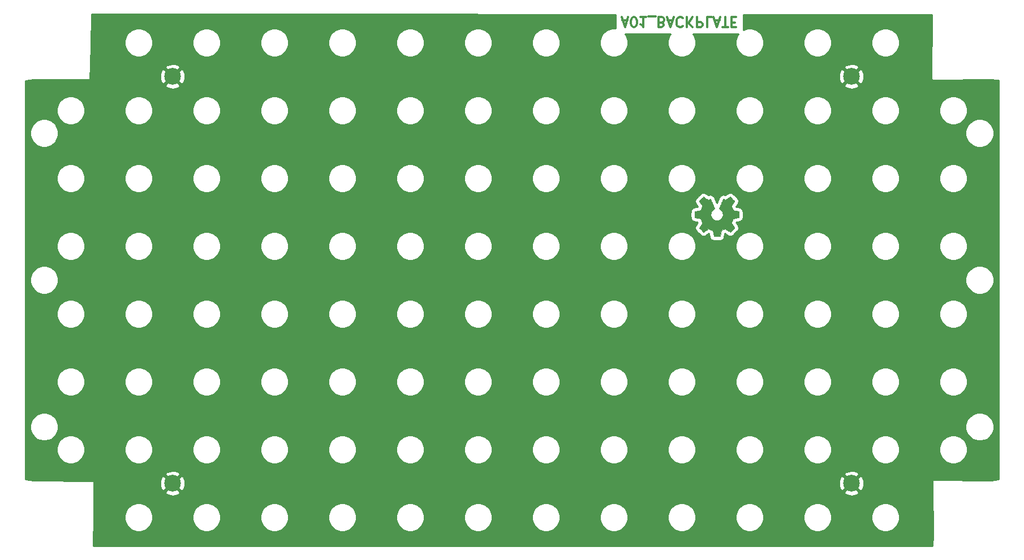
<source format=gbr>
G04 #@! TF.GenerationSoftware,KiCad,Pcbnew,5.1.5-52549c5~86~ubuntu18.04.1*
G04 #@! TF.CreationDate,2020-08-23T01:07:05-05:00*
G04 #@! TF.ProjectId,A01,4130312e-6b69-4636-9164-5f7063625858,rev?*
G04 #@! TF.SameCoordinates,Original*
G04 #@! TF.FileFunction,Copper,L2,Bot*
G04 #@! TF.FilePolarity,Positive*
%FSLAX46Y46*%
G04 Gerber Fmt 4.6, Leading zero omitted, Abs format (unit mm)*
G04 Created by KiCad (PCBNEW 5.1.5-52549c5~86~ubuntu18.04.1) date 2020-08-23 01:07:05*
%MOMM*%
%LPD*%
G04 APERTURE LIST*
%ADD10C,0.300000*%
%ADD11C,0.010000*%
%ADD12C,2.499360*%
%ADD13C,0.254000*%
G04 APERTURE END LIST*
D10*
X110041800Y-21568600D02*
X110756085Y-21568600D01*
X109898942Y-21140028D02*
X110398942Y-22640028D01*
X110898942Y-21140028D01*
X111684657Y-22640028D02*
X111827514Y-22640028D01*
X111970371Y-22568600D01*
X112041800Y-22497171D01*
X112113228Y-22354314D01*
X112184657Y-22068600D01*
X112184657Y-21711457D01*
X112113228Y-21425742D01*
X112041800Y-21282885D01*
X111970371Y-21211457D01*
X111827514Y-21140028D01*
X111684657Y-21140028D01*
X111541800Y-21211457D01*
X111470371Y-21282885D01*
X111398942Y-21425742D01*
X111327514Y-21711457D01*
X111327514Y-22068600D01*
X111398942Y-22354314D01*
X111470371Y-22497171D01*
X111541800Y-22568600D01*
X111684657Y-22640028D01*
X113613228Y-21140028D02*
X112756085Y-21140028D01*
X113184657Y-21140028D02*
X113184657Y-22640028D01*
X113041800Y-22425742D01*
X112898942Y-22282885D01*
X112756085Y-22211457D01*
X113898942Y-20997171D02*
X115041800Y-20997171D01*
X115898942Y-21925742D02*
X116113228Y-21854314D01*
X116184657Y-21782885D01*
X116256085Y-21640028D01*
X116256085Y-21425742D01*
X116184657Y-21282885D01*
X116113228Y-21211457D01*
X115970371Y-21140028D01*
X115398942Y-21140028D01*
X115398942Y-22640028D01*
X115898942Y-22640028D01*
X116041800Y-22568600D01*
X116113228Y-22497171D01*
X116184657Y-22354314D01*
X116184657Y-22211457D01*
X116113228Y-22068600D01*
X116041800Y-21997171D01*
X115898942Y-21925742D01*
X115398942Y-21925742D01*
X116827514Y-21568600D02*
X117541800Y-21568600D01*
X116684657Y-21140028D02*
X117184657Y-22640028D01*
X117684657Y-21140028D01*
X119041800Y-21282885D02*
X118970371Y-21211457D01*
X118756085Y-21140028D01*
X118613228Y-21140028D01*
X118398942Y-21211457D01*
X118256085Y-21354314D01*
X118184657Y-21497171D01*
X118113228Y-21782885D01*
X118113228Y-21997171D01*
X118184657Y-22282885D01*
X118256085Y-22425742D01*
X118398942Y-22568600D01*
X118613228Y-22640028D01*
X118756085Y-22640028D01*
X118970371Y-22568600D01*
X119041800Y-22497171D01*
X119684657Y-21140028D02*
X119684657Y-22640028D01*
X120541800Y-21140028D02*
X119898942Y-21997171D01*
X120541800Y-22640028D02*
X119684657Y-21782885D01*
X121184657Y-21140028D02*
X121184657Y-22640028D01*
X121756085Y-22640028D01*
X121898942Y-22568600D01*
X121970371Y-22497171D01*
X122041800Y-22354314D01*
X122041800Y-22140028D01*
X121970371Y-21997171D01*
X121898942Y-21925742D01*
X121756085Y-21854314D01*
X121184657Y-21854314D01*
X123398942Y-21140028D02*
X122684657Y-21140028D01*
X122684657Y-22640028D01*
X123827514Y-21568600D02*
X124541800Y-21568600D01*
X123684657Y-21140028D02*
X124184657Y-22640028D01*
X124684657Y-21140028D01*
X124970371Y-22640028D02*
X125827514Y-22640028D01*
X125398942Y-21140028D02*
X125398942Y-22640028D01*
X126327514Y-21925742D02*
X126827514Y-21925742D01*
X127041800Y-21140028D02*
X126327514Y-21140028D01*
X126327514Y-22640028D01*
X127041800Y-22640028D01*
D11*
G36*
X124711014Y-53534269D02*
G01*
X124794835Y-53089645D01*
X125104120Y-52962147D01*
X125413406Y-52834649D01*
X125784446Y-53086954D01*
X125888357Y-53157204D01*
X125982287Y-53219928D01*
X126061852Y-53272262D01*
X126122670Y-53311343D01*
X126160357Y-53334307D01*
X126170621Y-53339258D01*
X126189110Y-53326524D01*
X126228620Y-53291318D01*
X126284722Y-53238138D01*
X126352987Y-53171482D01*
X126428986Y-53095846D01*
X126508292Y-53015728D01*
X126586475Y-52935626D01*
X126659107Y-52860036D01*
X126721759Y-52793455D01*
X126770003Y-52740382D01*
X126799410Y-52705313D01*
X126806441Y-52693577D01*
X126796323Y-52671940D01*
X126767959Y-52624538D01*
X126724329Y-52556007D01*
X126668418Y-52470985D01*
X126603206Y-52374107D01*
X126565419Y-52318850D01*
X126496543Y-52217952D01*
X126435340Y-52126901D01*
X126384778Y-52050230D01*
X126347828Y-51992472D01*
X126327458Y-51958157D01*
X126324397Y-51950946D01*
X126331336Y-51930452D01*
X126350251Y-51882687D01*
X126378287Y-51814368D01*
X126412591Y-51732211D01*
X126450309Y-51642930D01*
X126488587Y-51553242D01*
X126524570Y-51469862D01*
X126555406Y-51399506D01*
X126578239Y-51348890D01*
X126590217Y-51324729D01*
X126590924Y-51323778D01*
X126609731Y-51319164D01*
X126659818Y-51308872D01*
X126735993Y-51293913D01*
X126833065Y-51275299D01*
X126945843Y-51254041D01*
X127011642Y-51241782D01*
X127132150Y-51218838D01*
X127240997Y-51197005D01*
X127332676Y-51177478D01*
X127401681Y-51161452D01*
X127442504Y-51150121D01*
X127450711Y-51146526D01*
X127458748Y-51122194D01*
X127465233Y-51067241D01*
X127470170Y-50988092D01*
X127473564Y-50891174D01*
X127475418Y-50782913D01*
X127475738Y-50669735D01*
X127474527Y-50558065D01*
X127471790Y-50454332D01*
X127467531Y-50364959D01*
X127461755Y-50296374D01*
X127454467Y-50255003D01*
X127450095Y-50246390D01*
X127423964Y-50236067D01*
X127368593Y-50221308D01*
X127291307Y-50203848D01*
X127199430Y-50185420D01*
X127167358Y-50179459D01*
X127012724Y-50151134D01*
X126890575Y-50128324D01*
X126796873Y-50110120D01*
X126727584Y-50095617D01*
X126678671Y-50083908D01*
X126646097Y-50074085D01*
X126625828Y-50065244D01*
X126613826Y-50056476D01*
X126612147Y-50054743D01*
X126595384Y-50026829D01*
X126569814Y-49972505D01*
X126537988Y-49898423D01*
X126502460Y-49811235D01*
X126465783Y-49717592D01*
X126430511Y-49624148D01*
X126399196Y-49537553D01*
X126374393Y-49464460D01*
X126358654Y-49411522D01*
X126354532Y-49385389D01*
X126354876Y-49384474D01*
X126368841Y-49363114D01*
X126400522Y-49316116D01*
X126446591Y-49248373D01*
X126503718Y-49164777D01*
X126568573Y-49070218D01*
X126587043Y-49043346D01*
X126652899Y-48945925D01*
X126710850Y-48857037D01*
X126757738Y-48781788D01*
X126790407Y-48725280D01*
X126805700Y-48692619D01*
X126806441Y-48688607D01*
X126793592Y-48667516D01*
X126758088Y-48625736D01*
X126704493Y-48567755D01*
X126637371Y-48498065D01*
X126561287Y-48421155D01*
X126480804Y-48341517D01*
X126400487Y-48263639D01*
X126324899Y-48192014D01*
X126258605Y-48131130D01*
X126206169Y-48085479D01*
X126172155Y-48059550D01*
X126162745Y-48055317D01*
X126140843Y-48065288D01*
X126096000Y-48092180D01*
X126035521Y-48131464D01*
X125988989Y-48163083D01*
X125904675Y-48221102D01*
X125804826Y-48289416D01*
X125704673Y-48357621D01*
X125650827Y-48394125D01*
X125468571Y-48517400D01*
X125315581Y-48434680D01*
X125245882Y-48398441D01*
X125186614Y-48370274D01*
X125146511Y-48354209D01*
X125136303Y-48351974D01*
X125124029Y-48368478D01*
X125099813Y-48415118D01*
X125065463Y-48487591D01*
X125022788Y-48581594D01*
X124973594Y-48692826D01*
X124919690Y-48816985D01*
X124862884Y-48949768D01*
X124804982Y-49086873D01*
X124747793Y-49223998D01*
X124693124Y-49356842D01*
X124642784Y-49481102D01*
X124598580Y-49592475D01*
X124562319Y-49686661D01*
X124535809Y-49759356D01*
X124520858Y-49806259D01*
X124518454Y-49822367D01*
X124537511Y-49842914D01*
X124579236Y-49876267D01*
X124634906Y-49915498D01*
X124639578Y-49918601D01*
X124783464Y-50033777D01*
X124899483Y-50168147D01*
X124986630Y-50317416D01*
X125043899Y-50477287D01*
X125070286Y-50643463D01*
X125064785Y-50811648D01*
X125026390Y-50977545D01*
X124954095Y-51136858D01*
X124932826Y-51171713D01*
X124822196Y-51312463D01*
X124691502Y-51425486D01*
X124545264Y-51510197D01*
X124388008Y-51566006D01*
X124224257Y-51592326D01*
X124058533Y-51588570D01*
X123895362Y-51554150D01*
X123739265Y-51488477D01*
X123594767Y-51390965D01*
X123550069Y-51351387D01*
X123436312Y-51227497D01*
X123353418Y-51097076D01*
X123296556Y-50950885D01*
X123264887Y-50806112D01*
X123257069Y-50643340D01*
X123283138Y-50479760D01*
X123340445Y-50320902D01*
X123426344Y-50172294D01*
X123538186Y-50039465D01*
X123673323Y-49927944D01*
X123691083Y-49916189D01*
X123747350Y-49877692D01*
X123790123Y-49844337D01*
X123810572Y-49823040D01*
X123810869Y-49822367D01*
X123806479Y-49799329D01*
X123789076Y-49747043D01*
X123760468Y-49669810D01*
X123722465Y-49571932D01*
X123676874Y-49457709D01*
X123625503Y-49331442D01*
X123570162Y-49197433D01*
X123512658Y-49059982D01*
X123454801Y-48923392D01*
X123398398Y-48791963D01*
X123345258Y-48669995D01*
X123297190Y-48561791D01*
X123256001Y-48471651D01*
X123223501Y-48403877D01*
X123201497Y-48362770D01*
X123192636Y-48351974D01*
X123165560Y-48360381D01*
X123114897Y-48382928D01*
X123049383Y-48415587D01*
X123013359Y-48434680D01*
X122860368Y-48517400D01*
X122678112Y-48394125D01*
X122585075Y-48330972D01*
X122483215Y-48261473D01*
X122387762Y-48196035D01*
X122339950Y-48163083D01*
X122272705Y-48117927D01*
X122215764Y-48082143D01*
X122176554Y-48060262D01*
X122163819Y-48055637D01*
X122145283Y-48068115D01*
X122104259Y-48102948D01*
X122044725Y-48156522D01*
X121970658Y-48225217D01*
X121886035Y-48305419D01*
X121832515Y-48356914D01*
X121738881Y-48448914D01*
X121657959Y-48531201D01*
X121593023Y-48600255D01*
X121547342Y-48652556D01*
X121524189Y-48684584D01*
X121521968Y-48691084D01*
X121532276Y-48715806D01*
X121560761Y-48765795D01*
X121604263Y-48835988D01*
X121659623Y-48921325D01*
X121723680Y-49016744D01*
X121741897Y-49043346D01*
X121808273Y-49140033D01*
X121867822Y-49227083D01*
X121917216Y-49299605D01*
X121953125Y-49352707D01*
X121972219Y-49381497D01*
X121974064Y-49384474D01*
X121971305Y-49407418D01*
X121956662Y-49457864D01*
X121932687Y-49529159D01*
X121901934Y-49614653D01*
X121866956Y-49707693D01*
X121830307Y-49801626D01*
X121794539Y-49889801D01*
X121762206Y-49965566D01*
X121735862Y-50022269D01*
X121718058Y-50053257D01*
X121716793Y-50054743D01*
X121705906Y-50063599D01*
X121687518Y-50072357D01*
X121657594Y-50081923D01*
X121612097Y-50093204D01*
X121546991Y-50107107D01*
X121458239Y-50124537D01*
X121341807Y-50146402D01*
X121193658Y-50173609D01*
X121161582Y-50179459D01*
X121066514Y-50197826D01*
X120983635Y-50215795D01*
X120920270Y-50231631D01*
X120883742Y-50243600D01*
X120878844Y-50246390D01*
X120870773Y-50271128D01*
X120864213Y-50326410D01*
X120859167Y-50405811D01*
X120855641Y-50502904D01*
X120853639Y-50611262D01*
X120853164Y-50724460D01*
X120854223Y-50836072D01*
X120856818Y-50939671D01*
X120860954Y-51028832D01*
X120866637Y-51097128D01*
X120873869Y-51138134D01*
X120878229Y-51146526D01*
X120902502Y-51154992D01*
X120957774Y-51168765D01*
X121038538Y-51186650D01*
X121139288Y-51207452D01*
X121254517Y-51229977D01*
X121317298Y-51241782D01*
X121436413Y-51264049D01*
X121542635Y-51284221D01*
X121630773Y-51301285D01*
X121695634Y-51314231D01*
X121732026Y-51322045D01*
X121738016Y-51323778D01*
X121748139Y-51343310D01*
X121769538Y-51390357D01*
X121799361Y-51458197D01*
X121834755Y-51540109D01*
X121872868Y-51629372D01*
X121910847Y-51719265D01*
X121945840Y-51803065D01*
X121974994Y-51874053D01*
X121995457Y-51925506D01*
X122004377Y-51950703D01*
X122004543Y-51951804D01*
X121994431Y-51971681D01*
X121966083Y-52017423D01*
X121922477Y-52084483D01*
X121866594Y-52168316D01*
X121801413Y-52264374D01*
X121763521Y-52319550D01*
X121694475Y-52420719D01*
X121633150Y-52512570D01*
X121582537Y-52590456D01*
X121545629Y-52649731D01*
X121525418Y-52685749D01*
X121522499Y-52693823D01*
X121535047Y-52712616D01*
X121569737Y-52752743D01*
X121622137Y-52809707D01*
X121687816Y-52879015D01*
X121762344Y-52956169D01*
X121841287Y-53036675D01*
X121920217Y-53116037D01*
X121994700Y-53189760D01*
X122060306Y-53253348D01*
X122112604Y-53302306D01*
X122147161Y-53332139D01*
X122158722Y-53339258D01*
X122177546Y-53329247D01*
X122222569Y-53301122D01*
X122289413Y-53257746D01*
X122373701Y-53201982D01*
X122471056Y-53136694D01*
X122544493Y-53086954D01*
X122915533Y-52834649D01*
X123534105Y-53089645D01*
X123617925Y-53534269D01*
X123701746Y-53978893D01*
X124627194Y-53978893D01*
X124711014Y-53534269D01*
G37*
X124711014Y-53534269D02*
X124794835Y-53089645D01*
X125104120Y-52962147D01*
X125413406Y-52834649D01*
X125784446Y-53086954D01*
X125888357Y-53157204D01*
X125982287Y-53219928D01*
X126061852Y-53272262D01*
X126122670Y-53311343D01*
X126160357Y-53334307D01*
X126170621Y-53339258D01*
X126189110Y-53326524D01*
X126228620Y-53291318D01*
X126284722Y-53238138D01*
X126352987Y-53171482D01*
X126428986Y-53095846D01*
X126508292Y-53015728D01*
X126586475Y-52935626D01*
X126659107Y-52860036D01*
X126721759Y-52793455D01*
X126770003Y-52740382D01*
X126799410Y-52705313D01*
X126806441Y-52693577D01*
X126796323Y-52671940D01*
X126767959Y-52624538D01*
X126724329Y-52556007D01*
X126668418Y-52470985D01*
X126603206Y-52374107D01*
X126565419Y-52318850D01*
X126496543Y-52217952D01*
X126435340Y-52126901D01*
X126384778Y-52050230D01*
X126347828Y-51992472D01*
X126327458Y-51958157D01*
X126324397Y-51950946D01*
X126331336Y-51930452D01*
X126350251Y-51882687D01*
X126378287Y-51814368D01*
X126412591Y-51732211D01*
X126450309Y-51642930D01*
X126488587Y-51553242D01*
X126524570Y-51469862D01*
X126555406Y-51399506D01*
X126578239Y-51348890D01*
X126590217Y-51324729D01*
X126590924Y-51323778D01*
X126609731Y-51319164D01*
X126659818Y-51308872D01*
X126735993Y-51293913D01*
X126833065Y-51275299D01*
X126945843Y-51254041D01*
X127011642Y-51241782D01*
X127132150Y-51218838D01*
X127240997Y-51197005D01*
X127332676Y-51177478D01*
X127401681Y-51161452D01*
X127442504Y-51150121D01*
X127450711Y-51146526D01*
X127458748Y-51122194D01*
X127465233Y-51067241D01*
X127470170Y-50988092D01*
X127473564Y-50891174D01*
X127475418Y-50782913D01*
X127475738Y-50669735D01*
X127474527Y-50558065D01*
X127471790Y-50454332D01*
X127467531Y-50364959D01*
X127461755Y-50296374D01*
X127454467Y-50255003D01*
X127450095Y-50246390D01*
X127423964Y-50236067D01*
X127368593Y-50221308D01*
X127291307Y-50203848D01*
X127199430Y-50185420D01*
X127167358Y-50179459D01*
X127012724Y-50151134D01*
X126890575Y-50128324D01*
X126796873Y-50110120D01*
X126727584Y-50095617D01*
X126678671Y-50083908D01*
X126646097Y-50074085D01*
X126625828Y-50065244D01*
X126613826Y-50056476D01*
X126612147Y-50054743D01*
X126595384Y-50026829D01*
X126569814Y-49972505D01*
X126537988Y-49898423D01*
X126502460Y-49811235D01*
X126465783Y-49717592D01*
X126430511Y-49624148D01*
X126399196Y-49537553D01*
X126374393Y-49464460D01*
X126358654Y-49411522D01*
X126354532Y-49385389D01*
X126354876Y-49384474D01*
X126368841Y-49363114D01*
X126400522Y-49316116D01*
X126446591Y-49248373D01*
X126503718Y-49164777D01*
X126568573Y-49070218D01*
X126587043Y-49043346D01*
X126652899Y-48945925D01*
X126710850Y-48857037D01*
X126757738Y-48781788D01*
X126790407Y-48725280D01*
X126805700Y-48692619D01*
X126806441Y-48688607D01*
X126793592Y-48667516D01*
X126758088Y-48625736D01*
X126704493Y-48567755D01*
X126637371Y-48498065D01*
X126561287Y-48421155D01*
X126480804Y-48341517D01*
X126400487Y-48263639D01*
X126324899Y-48192014D01*
X126258605Y-48131130D01*
X126206169Y-48085479D01*
X126172155Y-48059550D01*
X126162745Y-48055317D01*
X126140843Y-48065288D01*
X126096000Y-48092180D01*
X126035521Y-48131464D01*
X125988989Y-48163083D01*
X125904675Y-48221102D01*
X125804826Y-48289416D01*
X125704673Y-48357621D01*
X125650827Y-48394125D01*
X125468571Y-48517400D01*
X125315581Y-48434680D01*
X125245882Y-48398441D01*
X125186614Y-48370274D01*
X125146511Y-48354209D01*
X125136303Y-48351974D01*
X125124029Y-48368478D01*
X125099813Y-48415118D01*
X125065463Y-48487591D01*
X125022788Y-48581594D01*
X124973594Y-48692826D01*
X124919690Y-48816985D01*
X124862884Y-48949768D01*
X124804982Y-49086873D01*
X124747793Y-49223998D01*
X124693124Y-49356842D01*
X124642784Y-49481102D01*
X124598580Y-49592475D01*
X124562319Y-49686661D01*
X124535809Y-49759356D01*
X124520858Y-49806259D01*
X124518454Y-49822367D01*
X124537511Y-49842914D01*
X124579236Y-49876267D01*
X124634906Y-49915498D01*
X124639578Y-49918601D01*
X124783464Y-50033777D01*
X124899483Y-50168147D01*
X124986630Y-50317416D01*
X125043899Y-50477287D01*
X125070286Y-50643463D01*
X125064785Y-50811648D01*
X125026390Y-50977545D01*
X124954095Y-51136858D01*
X124932826Y-51171713D01*
X124822196Y-51312463D01*
X124691502Y-51425486D01*
X124545264Y-51510197D01*
X124388008Y-51566006D01*
X124224257Y-51592326D01*
X124058533Y-51588570D01*
X123895362Y-51554150D01*
X123739265Y-51488477D01*
X123594767Y-51390965D01*
X123550069Y-51351387D01*
X123436312Y-51227497D01*
X123353418Y-51097076D01*
X123296556Y-50950885D01*
X123264887Y-50806112D01*
X123257069Y-50643340D01*
X123283138Y-50479760D01*
X123340445Y-50320902D01*
X123426344Y-50172294D01*
X123538186Y-50039465D01*
X123673323Y-49927944D01*
X123691083Y-49916189D01*
X123747350Y-49877692D01*
X123790123Y-49844337D01*
X123810572Y-49823040D01*
X123810869Y-49822367D01*
X123806479Y-49799329D01*
X123789076Y-49747043D01*
X123760468Y-49669810D01*
X123722465Y-49571932D01*
X123676874Y-49457709D01*
X123625503Y-49331442D01*
X123570162Y-49197433D01*
X123512658Y-49059982D01*
X123454801Y-48923392D01*
X123398398Y-48791963D01*
X123345258Y-48669995D01*
X123297190Y-48561791D01*
X123256001Y-48471651D01*
X123223501Y-48403877D01*
X123201497Y-48362770D01*
X123192636Y-48351974D01*
X123165560Y-48360381D01*
X123114897Y-48382928D01*
X123049383Y-48415587D01*
X123013359Y-48434680D01*
X122860368Y-48517400D01*
X122678112Y-48394125D01*
X122585075Y-48330972D01*
X122483215Y-48261473D01*
X122387762Y-48196035D01*
X122339950Y-48163083D01*
X122272705Y-48117927D01*
X122215764Y-48082143D01*
X122176554Y-48060262D01*
X122163819Y-48055637D01*
X122145283Y-48068115D01*
X122104259Y-48102948D01*
X122044725Y-48156522D01*
X121970658Y-48225217D01*
X121886035Y-48305419D01*
X121832515Y-48356914D01*
X121738881Y-48448914D01*
X121657959Y-48531201D01*
X121593023Y-48600255D01*
X121547342Y-48652556D01*
X121524189Y-48684584D01*
X121521968Y-48691084D01*
X121532276Y-48715806D01*
X121560761Y-48765795D01*
X121604263Y-48835988D01*
X121659623Y-48921325D01*
X121723680Y-49016744D01*
X121741897Y-49043346D01*
X121808273Y-49140033D01*
X121867822Y-49227083D01*
X121917216Y-49299605D01*
X121953125Y-49352707D01*
X121972219Y-49381497D01*
X121974064Y-49384474D01*
X121971305Y-49407418D01*
X121956662Y-49457864D01*
X121932687Y-49529159D01*
X121901934Y-49614653D01*
X121866956Y-49707693D01*
X121830307Y-49801626D01*
X121794539Y-49889801D01*
X121762206Y-49965566D01*
X121735862Y-50022269D01*
X121718058Y-50053257D01*
X121716793Y-50054743D01*
X121705906Y-50063599D01*
X121687518Y-50072357D01*
X121657594Y-50081923D01*
X121612097Y-50093204D01*
X121546991Y-50107107D01*
X121458239Y-50124537D01*
X121341807Y-50146402D01*
X121193658Y-50173609D01*
X121161582Y-50179459D01*
X121066514Y-50197826D01*
X120983635Y-50215795D01*
X120920270Y-50231631D01*
X120883742Y-50243600D01*
X120878844Y-50246390D01*
X120870773Y-50271128D01*
X120864213Y-50326410D01*
X120859167Y-50405811D01*
X120855641Y-50502904D01*
X120853639Y-50611262D01*
X120853164Y-50724460D01*
X120854223Y-50836072D01*
X120856818Y-50939671D01*
X120860954Y-51028832D01*
X120866637Y-51097128D01*
X120873869Y-51138134D01*
X120878229Y-51146526D01*
X120902502Y-51154992D01*
X120957774Y-51168765D01*
X121038538Y-51186650D01*
X121139288Y-51207452D01*
X121254517Y-51229977D01*
X121317298Y-51241782D01*
X121436413Y-51264049D01*
X121542635Y-51284221D01*
X121630773Y-51301285D01*
X121695634Y-51314231D01*
X121732026Y-51322045D01*
X121738016Y-51323778D01*
X121748139Y-51343310D01*
X121769538Y-51390357D01*
X121799361Y-51458197D01*
X121834755Y-51540109D01*
X121872868Y-51629372D01*
X121910847Y-51719265D01*
X121945840Y-51803065D01*
X121974994Y-51874053D01*
X121995457Y-51925506D01*
X122004377Y-51950703D01*
X122004543Y-51951804D01*
X121994431Y-51971681D01*
X121966083Y-52017423D01*
X121922477Y-52084483D01*
X121866594Y-52168316D01*
X121801413Y-52264374D01*
X121763521Y-52319550D01*
X121694475Y-52420719D01*
X121633150Y-52512570D01*
X121582537Y-52590456D01*
X121545629Y-52649731D01*
X121525418Y-52685749D01*
X121522499Y-52693823D01*
X121535047Y-52712616D01*
X121569737Y-52752743D01*
X121622137Y-52809707D01*
X121687816Y-52879015D01*
X121762344Y-52956169D01*
X121841287Y-53036675D01*
X121920217Y-53116037D01*
X121994700Y-53189760D01*
X122060306Y-53253348D01*
X122112604Y-53302306D01*
X122147161Y-53332139D01*
X122158722Y-53339258D01*
X122177546Y-53329247D01*
X122222569Y-53301122D01*
X122289413Y-53257746D01*
X122373701Y-53201982D01*
X122471056Y-53136694D01*
X122544493Y-53086954D01*
X122915533Y-52834649D01*
X123534105Y-53089645D01*
X123617925Y-53534269D01*
X123701746Y-53978893D01*
X124627194Y-53978893D01*
X124711014Y-53534269D01*
D12*
X144300000Y-90980000D03*
X144300000Y-30020000D03*
X42700000Y-90980000D03*
X42700000Y-30020000D03*
D13*
G36*
X108971085Y-20726014D02*
G01*
X108971085Y-22809139D01*
X108950279Y-22805000D01*
X108529721Y-22805000D01*
X108117244Y-22887047D01*
X107728698Y-23047988D01*
X107379017Y-23281637D01*
X107081637Y-23579017D01*
X106847988Y-23928698D01*
X106687047Y-24317244D01*
X106605000Y-24729721D01*
X106605000Y-25150279D01*
X106687047Y-25562756D01*
X106847988Y-25951302D01*
X107081637Y-26300983D01*
X107379017Y-26598363D01*
X107728698Y-26832012D01*
X108117244Y-26992953D01*
X108529721Y-27075000D01*
X108950279Y-27075000D01*
X109362756Y-26992953D01*
X109751302Y-26832012D01*
X110100983Y-26598363D01*
X110398363Y-26300983D01*
X110632012Y-25951302D01*
X110792953Y-25562756D01*
X110875000Y-25150279D01*
X110875000Y-24729721D01*
X110792953Y-24317244D01*
X110632012Y-23928698D01*
X110418130Y-23608600D01*
X117221870Y-23608600D01*
X117007988Y-23928698D01*
X116847047Y-24317244D01*
X116765000Y-24729721D01*
X116765000Y-25150279D01*
X116847047Y-25562756D01*
X117007988Y-25951302D01*
X117241637Y-26300983D01*
X117539017Y-26598363D01*
X117888698Y-26832012D01*
X118277244Y-26992953D01*
X118689721Y-27075000D01*
X119110279Y-27075000D01*
X119522756Y-26992953D01*
X119911302Y-26832012D01*
X120260983Y-26598363D01*
X120558363Y-26300983D01*
X120792012Y-25951302D01*
X120952953Y-25562756D01*
X121035000Y-25150279D01*
X121035000Y-24729721D01*
X120952953Y-24317244D01*
X120792012Y-23928698D01*
X120578130Y-23608600D01*
X127381870Y-23608600D01*
X127167988Y-23928698D01*
X127007047Y-24317244D01*
X126925000Y-24729721D01*
X126925000Y-25150279D01*
X127007047Y-25562756D01*
X127167988Y-25951302D01*
X127401637Y-26300983D01*
X127699017Y-26598363D01*
X128048698Y-26832012D01*
X128437244Y-26992953D01*
X128849721Y-27075000D01*
X129270279Y-27075000D01*
X129682756Y-26992953D01*
X130071302Y-26832012D01*
X130420983Y-26598363D01*
X130718363Y-26300983D01*
X130952012Y-25951302D01*
X131112953Y-25562756D01*
X131195000Y-25150279D01*
X131195000Y-24729721D01*
X137085000Y-24729721D01*
X137085000Y-25150279D01*
X137167047Y-25562756D01*
X137327988Y-25951302D01*
X137561637Y-26300983D01*
X137859017Y-26598363D01*
X138208698Y-26832012D01*
X138597244Y-26992953D01*
X139009721Y-27075000D01*
X139430279Y-27075000D01*
X139842756Y-26992953D01*
X140231302Y-26832012D01*
X140580983Y-26598363D01*
X140878363Y-26300983D01*
X141112012Y-25951302D01*
X141272953Y-25562756D01*
X141355000Y-25150279D01*
X141355000Y-24729721D01*
X147245000Y-24729721D01*
X147245000Y-25150279D01*
X147327047Y-25562756D01*
X147487988Y-25951302D01*
X147721637Y-26300983D01*
X148019017Y-26598363D01*
X148368698Y-26832012D01*
X148757244Y-26992953D01*
X149169721Y-27075000D01*
X149590279Y-27075000D01*
X150002756Y-26992953D01*
X150391302Y-26832012D01*
X150740983Y-26598363D01*
X151038363Y-26300983D01*
X151272012Y-25951302D01*
X151432953Y-25562756D01*
X151515000Y-25150279D01*
X151515000Y-24729721D01*
X151432953Y-24317244D01*
X151272012Y-23928698D01*
X151038363Y-23579017D01*
X150740983Y-23281637D01*
X150391302Y-23047988D01*
X150002756Y-22887047D01*
X149590279Y-22805000D01*
X149169721Y-22805000D01*
X148757244Y-22887047D01*
X148368698Y-23047988D01*
X148019017Y-23281637D01*
X147721637Y-23579017D01*
X147487988Y-23928698D01*
X147327047Y-24317244D01*
X147245000Y-24729721D01*
X141355000Y-24729721D01*
X141272953Y-24317244D01*
X141112012Y-23928698D01*
X140878363Y-23579017D01*
X140580983Y-23281637D01*
X140231302Y-23047988D01*
X139842756Y-22887047D01*
X139430279Y-22805000D01*
X139009721Y-22805000D01*
X138597244Y-22887047D01*
X138208698Y-23047988D01*
X137859017Y-23281637D01*
X137561637Y-23579017D01*
X137327988Y-23928698D01*
X137167047Y-24317244D01*
X137085000Y-24729721D01*
X131195000Y-24729721D01*
X131112953Y-24317244D01*
X130952012Y-23928698D01*
X130718363Y-23579017D01*
X130420983Y-23281637D01*
X130071302Y-23047988D01*
X129682756Y-22887047D01*
X129270279Y-22805000D01*
X128849721Y-22805000D01*
X128437244Y-22887047D01*
X128112514Y-23021555D01*
X128112514Y-20756881D01*
X156336338Y-20802394D01*
X156286202Y-30428539D01*
X156288513Y-30453327D01*
X156295616Y-30477189D01*
X156307237Y-30499206D01*
X156322931Y-30518534D01*
X156342094Y-30534428D01*
X156363989Y-30546278D01*
X156387775Y-30553629D01*
X156413522Y-30556200D01*
X165433490Y-30533306D01*
X165622993Y-30569456D01*
X165622996Y-30569457D01*
X165705226Y-30579845D01*
X166294338Y-30616909D01*
X166340000Y-48661045D01*
X166340001Y-90361133D01*
X166320412Y-90362984D01*
X166289375Y-90364937D01*
X165245203Y-90496846D01*
X156515121Y-90474800D01*
X156490338Y-90477178D01*
X156466496Y-90484345D01*
X156444509Y-90496026D01*
X156425224Y-90511771D01*
X156409382Y-90530976D01*
X156397590Y-90552903D01*
X156390303Y-90576709D01*
X156387807Y-90603089D01*
X156476912Y-99379924D01*
X156430544Y-99622993D01*
X156430543Y-99622996D01*
X156420155Y-99705226D01*
X156380218Y-100340000D01*
X30887656Y-100340000D01*
X30910742Y-95849721D01*
X35485000Y-95849721D01*
X35485000Y-96270279D01*
X35567047Y-96682756D01*
X35727988Y-97071302D01*
X35961637Y-97420983D01*
X36259017Y-97718363D01*
X36608698Y-97952012D01*
X36997244Y-98112953D01*
X37409721Y-98195000D01*
X37830279Y-98195000D01*
X38242756Y-98112953D01*
X38631302Y-97952012D01*
X38980983Y-97718363D01*
X39278363Y-97420983D01*
X39512012Y-97071302D01*
X39672953Y-96682756D01*
X39755000Y-96270279D01*
X39755000Y-95849721D01*
X45645000Y-95849721D01*
X45645000Y-96270279D01*
X45727047Y-96682756D01*
X45887988Y-97071302D01*
X46121637Y-97420983D01*
X46419017Y-97718363D01*
X46768698Y-97952012D01*
X47157244Y-98112953D01*
X47569721Y-98195000D01*
X47990279Y-98195000D01*
X48402756Y-98112953D01*
X48791302Y-97952012D01*
X49140983Y-97718363D01*
X49438363Y-97420983D01*
X49672012Y-97071302D01*
X49832953Y-96682756D01*
X49915000Y-96270279D01*
X49915000Y-95849721D01*
X55805000Y-95849721D01*
X55805000Y-96270279D01*
X55887047Y-96682756D01*
X56047988Y-97071302D01*
X56281637Y-97420983D01*
X56579017Y-97718363D01*
X56928698Y-97952012D01*
X57317244Y-98112953D01*
X57729721Y-98195000D01*
X58150279Y-98195000D01*
X58562756Y-98112953D01*
X58951302Y-97952012D01*
X59300983Y-97718363D01*
X59598363Y-97420983D01*
X59832012Y-97071302D01*
X59992953Y-96682756D01*
X60075000Y-96270279D01*
X60075000Y-95849721D01*
X65965000Y-95849721D01*
X65965000Y-96270279D01*
X66047047Y-96682756D01*
X66207988Y-97071302D01*
X66441637Y-97420983D01*
X66739017Y-97718363D01*
X67088698Y-97952012D01*
X67477244Y-98112953D01*
X67889721Y-98195000D01*
X68310279Y-98195000D01*
X68722756Y-98112953D01*
X69111302Y-97952012D01*
X69460983Y-97718363D01*
X69758363Y-97420983D01*
X69992012Y-97071302D01*
X70152953Y-96682756D01*
X70235000Y-96270279D01*
X70235000Y-95849721D01*
X76125000Y-95849721D01*
X76125000Y-96270279D01*
X76207047Y-96682756D01*
X76367988Y-97071302D01*
X76601637Y-97420983D01*
X76899017Y-97718363D01*
X77248698Y-97952012D01*
X77637244Y-98112953D01*
X78049721Y-98195000D01*
X78470279Y-98195000D01*
X78882756Y-98112953D01*
X79271302Y-97952012D01*
X79620983Y-97718363D01*
X79918363Y-97420983D01*
X80152012Y-97071302D01*
X80312953Y-96682756D01*
X80395000Y-96270279D01*
X80395000Y-95849721D01*
X86285000Y-95849721D01*
X86285000Y-96270279D01*
X86367047Y-96682756D01*
X86527988Y-97071302D01*
X86761637Y-97420983D01*
X87059017Y-97718363D01*
X87408698Y-97952012D01*
X87797244Y-98112953D01*
X88209721Y-98195000D01*
X88630279Y-98195000D01*
X89042756Y-98112953D01*
X89431302Y-97952012D01*
X89780983Y-97718363D01*
X90078363Y-97420983D01*
X90312012Y-97071302D01*
X90472953Y-96682756D01*
X90555000Y-96270279D01*
X90555000Y-95849721D01*
X96445000Y-95849721D01*
X96445000Y-96270279D01*
X96527047Y-96682756D01*
X96687988Y-97071302D01*
X96921637Y-97420983D01*
X97219017Y-97718363D01*
X97568698Y-97952012D01*
X97957244Y-98112953D01*
X98369721Y-98195000D01*
X98790279Y-98195000D01*
X99202756Y-98112953D01*
X99591302Y-97952012D01*
X99940983Y-97718363D01*
X100238363Y-97420983D01*
X100472012Y-97071302D01*
X100632953Y-96682756D01*
X100715000Y-96270279D01*
X100715000Y-95849721D01*
X106605000Y-95849721D01*
X106605000Y-96270279D01*
X106687047Y-96682756D01*
X106847988Y-97071302D01*
X107081637Y-97420983D01*
X107379017Y-97718363D01*
X107728698Y-97952012D01*
X108117244Y-98112953D01*
X108529721Y-98195000D01*
X108950279Y-98195000D01*
X109362756Y-98112953D01*
X109751302Y-97952012D01*
X110100983Y-97718363D01*
X110398363Y-97420983D01*
X110632012Y-97071302D01*
X110792953Y-96682756D01*
X110875000Y-96270279D01*
X110875000Y-95849721D01*
X116765000Y-95849721D01*
X116765000Y-96270279D01*
X116847047Y-96682756D01*
X117007988Y-97071302D01*
X117241637Y-97420983D01*
X117539017Y-97718363D01*
X117888698Y-97952012D01*
X118277244Y-98112953D01*
X118689721Y-98195000D01*
X119110279Y-98195000D01*
X119522756Y-98112953D01*
X119911302Y-97952012D01*
X120260983Y-97718363D01*
X120558363Y-97420983D01*
X120792012Y-97071302D01*
X120952953Y-96682756D01*
X121035000Y-96270279D01*
X121035000Y-95849721D01*
X126925000Y-95849721D01*
X126925000Y-96270279D01*
X127007047Y-96682756D01*
X127167988Y-97071302D01*
X127401637Y-97420983D01*
X127699017Y-97718363D01*
X128048698Y-97952012D01*
X128437244Y-98112953D01*
X128849721Y-98195000D01*
X129270279Y-98195000D01*
X129682756Y-98112953D01*
X130071302Y-97952012D01*
X130420983Y-97718363D01*
X130718363Y-97420983D01*
X130952012Y-97071302D01*
X131112953Y-96682756D01*
X131195000Y-96270279D01*
X131195000Y-95849721D01*
X137085000Y-95849721D01*
X137085000Y-96270279D01*
X137167047Y-96682756D01*
X137327988Y-97071302D01*
X137561637Y-97420983D01*
X137859017Y-97718363D01*
X138208698Y-97952012D01*
X138597244Y-98112953D01*
X139009721Y-98195000D01*
X139430279Y-98195000D01*
X139842756Y-98112953D01*
X140231302Y-97952012D01*
X140580983Y-97718363D01*
X140878363Y-97420983D01*
X141112012Y-97071302D01*
X141272953Y-96682756D01*
X141355000Y-96270279D01*
X141355000Y-95849721D01*
X147245000Y-95849721D01*
X147245000Y-96270279D01*
X147327047Y-96682756D01*
X147487988Y-97071302D01*
X147721637Y-97420983D01*
X148019017Y-97718363D01*
X148368698Y-97952012D01*
X148757244Y-98112953D01*
X149169721Y-98195000D01*
X149590279Y-98195000D01*
X150002756Y-98112953D01*
X150391302Y-97952012D01*
X150740983Y-97718363D01*
X151038363Y-97420983D01*
X151272012Y-97071302D01*
X151432953Y-96682756D01*
X151515000Y-96270279D01*
X151515000Y-95849721D01*
X151432953Y-95437244D01*
X151272012Y-95048698D01*
X151038363Y-94699017D01*
X150740983Y-94401637D01*
X150391302Y-94167988D01*
X150002756Y-94007047D01*
X149590279Y-93925000D01*
X149169721Y-93925000D01*
X148757244Y-94007047D01*
X148368698Y-94167988D01*
X148019017Y-94401637D01*
X147721637Y-94699017D01*
X147487988Y-95048698D01*
X147327047Y-95437244D01*
X147245000Y-95849721D01*
X141355000Y-95849721D01*
X141272953Y-95437244D01*
X141112012Y-95048698D01*
X140878363Y-94699017D01*
X140580983Y-94401637D01*
X140231302Y-94167988D01*
X139842756Y-94007047D01*
X139430279Y-93925000D01*
X139009721Y-93925000D01*
X138597244Y-94007047D01*
X138208698Y-94167988D01*
X137859017Y-94401637D01*
X137561637Y-94699017D01*
X137327988Y-95048698D01*
X137167047Y-95437244D01*
X137085000Y-95849721D01*
X131195000Y-95849721D01*
X131112953Y-95437244D01*
X130952012Y-95048698D01*
X130718363Y-94699017D01*
X130420983Y-94401637D01*
X130071302Y-94167988D01*
X129682756Y-94007047D01*
X129270279Y-93925000D01*
X128849721Y-93925000D01*
X128437244Y-94007047D01*
X128048698Y-94167988D01*
X127699017Y-94401637D01*
X127401637Y-94699017D01*
X127167988Y-95048698D01*
X127007047Y-95437244D01*
X126925000Y-95849721D01*
X121035000Y-95849721D01*
X120952953Y-95437244D01*
X120792012Y-95048698D01*
X120558363Y-94699017D01*
X120260983Y-94401637D01*
X119911302Y-94167988D01*
X119522756Y-94007047D01*
X119110279Y-93925000D01*
X118689721Y-93925000D01*
X118277244Y-94007047D01*
X117888698Y-94167988D01*
X117539017Y-94401637D01*
X117241637Y-94699017D01*
X117007988Y-95048698D01*
X116847047Y-95437244D01*
X116765000Y-95849721D01*
X110875000Y-95849721D01*
X110792953Y-95437244D01*
X110632012Y-95048698D01*
X110398363Y-94699017D01*
X110100983Y-94401637D01*
X109751302Y-94167988D01*
X109362756Y-94007047D01*
X108950279Y-93925000D01*
X108529721Y-93925000D01*
X108117244Y-94007047D01*
X107728698Y-94167988D01*
X107379017Y-94401637D01*
X107081637Y-94699017D01*
X106847988Y-95048698D01*
X106687047Y-95437244D01*
X106605000Y-95849721D01*
X100715000Y-95849721D01*
X100632953Y-95437244D01*
X100472012Y-95048698D01*
X100238363Y-94699017D01*
X99940983Y-94401637D01*
X99591302Y-94167988D01*
X99202756Y-94007047D01*
X98790279Y-93925000D01*
X98369721Y-93925000D01*
X97957244Y-94007047D01*
X97568698Y-94167988D01*
X97219017Y-94401637D01*
X96921637Y-94699017D01*
X96687988Y-95048698D01*
X96527047Y-95437244D01*
X96445000Y-95849721D01*
X90555000Y-95849721D01*
X90472953Y-95437244D01*
X90312012Y-95048698D01*
X90078363Y-94699017D01*
X89780983Y-94401637D01*
X89431302Y-94167988D01*
X89042756Y-94007047D01*
X88630279Y-93925000D01*
X88209721Y-93925000D01*
X87797244Y-94007047D01*
X87408698Y-94167988D01*
X87059017Y-94401637D01*
X86761637Y-94699017D01*
X86527988Y-95048698D01*
X86367047Y-95437244D01*
X86285000Y-95849721D01*
X80395000Y-95849721D01*
X80312953Y-95437244D01*
X80152012Y-95048698D01*
X79918363Y-94699017D01*
X79620983Y-94401637D01*
X79271302Y-94167988D01*
X78882756Y-94007047D01*
X78470279Y-93925000D01*
X78049721Y-93925000D01*
X77637244Y-94007047D01*
X77248698Y-94167988D01*
X76899017Y-94401637D01*
X76601637Y-94699017D01*
X76367988Y-95048698D01*
X76207047Y-95437244D01*
X76125000Y-95849721D01*
X70235000Y-95849721D01*
X70152953Y-95437244D01*
X69992012Y-95048698D01*
X69758363Y-94699017D01*
X69460983Y-94401637D01*
X69111302Y-94167988D01*
X68722756Y-94007047D01*
X68310279Y-93925000D01*
X67889721Y-93925000D01*
X67477244Y-94007047D01*
X67088698Y-94167988D01*
X66739017Y-94401637D01*
X66441637Y-94699017D01*
X66207988Y-95048698D01*
X66047047Y-95437244D01*
X65965000Y-95849721D01*
X60075000Y-95849721D01*
X59992953Y-95437244D01*
X59832012Y-95048698D01*
X59598363Y-94699017D01*
X59300983Y-94401637D01*
X58951302Y-94167988D01*
X58562756Y-94007047D01*
X58150279Y-93925000D01*
X57729721Y-93925000D01*
X57317244Y-94007047D01*
X56928698Y-94167988D01*
X56579017Y-94401637D01*
X56281637Y-94699017D01*
X56047988Y-95048698D01*
X55887047Y-95437244D01*
X55805000Y-95849721D01*
X49915000Y-95849721D01*
X49832953Y-95437244D01*
X49672012Y-95048698D01*
X49438363Y-94699017D01*
X49140983Y-94401637D01*
X48791302Y-94167988D01*
X48402756Y-94007047D01*
X47990279Y-93925000D01*
X47569721Y-93925000D01*
X47157244Y-94007047D01*
X46768698Y-94167988D01*
X46419017Y-94401637D01*
X46121637Y-94699017D01*
X45887988Y-95048698D01*
X45727047Y-95437244D01*
X45645000Y-95849721D01*
X39755000Y-95849721D01*
X39672953Y-95437244D01*
X39512012Y-95048698D01*
X39278363Y-94699017D01*
X38980983Y-94401637D01*
X38631302Y-94167988D01*
X38242756Y-94007047D01*
X37830279Y-93925000D01*
X37409721Y-93925000D01*
X36997244Y-94007047D01*
X36608698Y-94167988D01*
X36259017Y-94401637D01*
X35961637Y-94699017D01*
X35727988Y-95048698D01*
X35567047Y-95437244D01*
X35485000Y-95849721D01*
X30910742Y-95849721D01*
X30929026Y-92293377D01*
X41566229Y-92293377D01*
X41692104Y-92583315D01*
X42024262Y-92749139D01*
X42382387Y-92846975D01*
X42752719Y-92873065D01*
X43121025Y-92826405D01*
X43473151Y-92708789D01*
X43707896Y-92583315D01*
X43833771Y-92293377D01*
X143166229Y-92293377D01*
X143292104Y-92583315D01*
X143624262Y-92749139D01*
X143982387Y-92846975D01*
X144352719Y-92873065D01*
X144721025Y-92826405D01*
X145073151Y-92708789D01*
X145307896Y-92583315D01*
X145433771Y-92293377D01*
X144300000Y-91159605D01*
X143166229Y-92293377D01*
X43833771Y-92293377D01*
X42700000Y-91159605D01*
X41566229Y-92293377D01*
X30929026Y-92293377D01*
X30935508Y-91032719D01*
X40806935Y-91032719D01*
X40853595Y-91401025D01*
X40971211Y-91753151D01*
X41096685Y-91987896D01*
X41386623Y-92113771D01*
X42520395Y-90980000D01*
X42879605Y-90980000D01*
X44013377Y-92113771D01*
X44303315Y-91987896D01*
X44469139Y-91655738D01*
X44566975Y-91297613D01*
X44585636Y-91032719D01*
X142406935Y-91032719D01*
X142453595Y-91401025D01*
X142571211Y-91753151D01*
X142696685Y-91987896D01*
X142986623Y-92113771D01*
X144120395Y-90980000D01*
X144479605Y-90980000D01*
X145613377Y-92113771D01*
X145903315Y-91987896D01*
X146069139Y-91655738D01*
X146166975Y-91297613D01*
X146193065Y-90927281D01*
X146146405Y-90558975D01*
X146028789Y-90206849D01*
X145903315Y-89972104D01*
X145613377Y-89846229D01*
X144479605Y-90980000D01*
X144120395Y-90980000D01*
X142986623Y-89846229D01*
X142696685Y-89972104D01*
X142530861Y-90304262D01*
X142433025Y-90662387D01*
X142406935Y-91032719D01*
X44585636Y-91032719D01*
X44593065Y-90927281D01*
X44546405Y-90558975D01*
X44428789Y-90206849D01*
X44303315Y-89972104D01*
X44013377Y-89846229D01*
X42879605Y-90980000D01*
X42520395Y-90980000D01*
X41386623Y-89846229D01*
X41096685Y-89972104D01*
X40930861Y-90304262D01*
X40833025Y-90662387D01*
X40806935Y-91032719D01*
X30935508Y-91032719D01*
X30937198Y-90704053D01*
X30934885Y-90679264D01*
X30927781Y-90655403D01*
X30916158Y-90633386D01*
X30900463Y-90614060D01*
X30881299Y-90598168D01*
X30859403Y-90586319D01*
X30835617Y-90578969D01*
X30810816Y-90576401D01*
X21915248Y-90533219D01*
X21377007Y-90430544D01*
X21377004Y-90430543D01*
X21294774Y-90420155D01*
X20660000Y-90380218D01*
X20660000Y-89666623D01*
X41566229Y-89666623D01*
X42700000Y-90800395D01*
X43833771Y-89666623D01*
X143166229Y-89666623D01*
X144300000Y-90800395D01*
X145433771Y-89666623D01*
X145307896Y-89376685D01*
X144975738Y-89210861D01*
X144617613Y-89113025D01*
X144247281Y-89086935D01*
X143878975Y-89133595D01*
X143526849Y-89251211D01*
X143292104Y-89376685D01*
X143166229Y-89666623D01*
X43833771Y-89666623D01*
X43707896Y-89376685D01*
X43375738Y-89210861D01*
X43017613Y-89113025D01*
X42647281Y-89086935D01*
X42278975Y-89133595D01*
X41926849Y-89251211D01*
X41692104Y-89376685D01*
X41566229Y-89666623D01*
X20660000Y-89666623D01*
X20660000Y-85689721D01*
X25325000Y-85689721D01*
X25325000Y-86110279D01*
X25407047Y-86522756D01*
X25567988Y-86911302D01*
X25801637Y-87260983D01*
X26099017Y-87558363D01*
X26448698Y-87792012D01*
X26837244Y-87952953D01*
X27249721Y-88035000D01*
X27670279Y-88035000D01*
X28082756Y-87952953D01*
X28471302Y-87792012D01*
X28820983Y-87558363D01*
X29118363Y-87260983D01*
X29352012Y-86911302D01*
X29512953Y-86522756D01*
X29595000Y-86110279D01*
X29595000Y-85689721D01*
X35485000Y-85689721D01*
X35485000Y-86110279D01*
X35567047Y-86522756D01*
X35727988Y-86911302D01*
X35961637Y-87260983D01*
X36259017Y-87558363D01*
X36608698Y-87792012D01*
X36997244Y-87952953D01*
X37409721Y-88035000D01*
X37830279Y-88035000D01*
X38242756Y-87952953D01*
X38631302Y-87792012D01*
X38980983Y-87558363D01*
X39278363Y-87260983D01*
X39512012Y-86911302D01*
X39672953Y-86522756D01*
X39755000Y-86110279D01*
X39755000Y-85689721D01*
X45645000Y-85689721D01*
X45645000Y-86110279D01*
X45727047Y-86522756D01*
X45887988Y-86911302D01*
X46121637Y-87260983D01*
X46419017Y-87558363D01*
X46768698Y-87792012D01*
X47157244Y-87952953D01*
X47569721Y-88035000D01*
X47990279Y-88035000D01*
X48402756Y-87952953D01*
X48791302Y-87792012D01*
X49140983Y-87558363D01*
X49438363Y-87260983D01*
X49672012Y-86911302D01*
X49832953Y-86522756D01*
X49915000Y-86110279D01*
X49915000Y-85689721D01*
X55805000Y-85689721D01*
X55805000Y-86110279D01*
X55887047Y-86522756D01*
X56047988Y-86911302D01*
X56281637Y-87260983D01*
X56579017Y-87558363D01*
X56928698Y-87792012D01*
X57317244Y-87952953D01*
X57729721Y-88035000D01*
X58150279Y-88035000D01*
X58562756Y-87952953D01*
X58951302Y-87792012D01*
X59300983Y-87558363D01*
X59598363Y-87260983D01*
X59832012Y-86911302D01*
X59992953Y-86522756D01*
X60075000Y-86110279D01*
X60075000Y-85689721D01*
X65965000Y-85689721D01*
X65965000Y-86110279D01*
X66047047Y-86522756D01*
X66207988Y-86911302D01*
X66441637Y-87260983D01*
X66739017Y-87558363D01*
X67088698Y-87792012D01*
X67477244Y-87952953D01*
X67889721Y-88035000D01*
X68310279Y-88035000D01*
X68722756Y-87952953D01*
X69111302Y-87792012D01*
X69460983Y-87558363D01*
X69758363Y-87260983D01*
X69992012Y-86911302D01*
X70152953Y-86522756D01*
X70235000Y-86110279D01*
X70235000Y-85689721D01*
X76125000Y-85689721D01*
X76125000Y-86110279D01*
X76207047Y-86522756D01*
X76367988Y-86911302D01*
X76601637Y-87260983D01*
X76899017Y-87558363D01*
X77248698Y-87792012D01*
X77637244Y-87952953D01*
X78049721Y-88035000D01*
X78470279Y-88035000D01*
X78882756Y-87952953D01*
X79271302Y-87792012D01*
X79620983Y-87558363D01*
X79918363Y-87260983D01*
X80152012Y-86911302D01*
X80312953Y-86522756D01*
X80395000Y-86110279D01*
X80395000Y-85689721D01*
X86285000Y-85689721D01*
X86285000Y-86110279D01*
X86367047Y-86522756D01*
X86527988Y-86911302D01*
X86761637Y-87260983D01*
X87059017Y-87558363D01*
X87408698Y-87792012D01*
X87797244Y-87952953D01*
X88209721Y-88035000D01*
X88630279Y-88035000D01*
X89042756Y-87952953D01*
X89431302Y-87792012D01*
X89780983Y-87558363D01*
X90078363Y-87260983D01*
X90312012Y-86911302D01*
X90472953Y-86522756D01*
X90555000Y-86110279D01*
X90555000Y-85689721D01*
X96445000Y-85689721D01*
X96445000Y-86110279D01*
X96527047Y-86522756D01*
X96687988Y-86911302D01*
X96921637Y-87260983D01*
X97219017Y-87558363D01*
X97568698Y-87792012D01*
X97957244Y-87952953D01*
X98369721Y-88035000D01*
X98790279Y-88035000D01*
X99202756Y-87952953D01*
X99591302Y-87792012D01*
X99940983Y-87558363D01*
X100238363Y-87260983D01*
X100472012Y-86911302D01*
X100632953Y-86522756D01*
X100715000Y-86110279D01*
X100715000Y-85689721D01*
X106605000Y-85689721D01*
X106605000Y-86110279D01*
X106687047Y-86522756D01*
X106847988Y-86911302D01*
X107081637Y-87260983D01*
X107379017Y-87558363D01*
X107728698Y-87792012D01*
X108117244Y-87952953D01*
X108529721Y-88035000D01*
X108950279Y-88035000D01*
X109362756Y-87952953D01*
X109751302Y-87792012D01*
X110100983Y-87558363D01*
X110398363Y-87260983D01*
X110632012Y-86911302D01*
X110792953Y-86522756D01*
X110875000Y-86110279D01*
X110875000Y-85689721D01*
X116765000Y-85689721D01*
X116765000Y-86110279D01*
X116847047Y-86522756D01*
X117007988Y-86911302D01*
X117241637Y-87260983D01*
X117539017Y-87558363D01*
X117888698Y-87792012D01*
X118277244Y-87952953D01*
X118689721Y-88035000D01*
X119110279Y-88035000D01*
X119522756Y-87952953D01*
X119911302Y-87792012D01*
X120260983Y-87558363D01*
X120558363Y-87260983D01*
X120792012Y-86911302D01*
X120952953Y-86522756D01*
X121035000Y-86110279D01*
X121035000Y-85689721D01*
X126925000Y-85689721D01*
X126925000Y-86110279D01*
X127007047Y-86522756D01*
X127167988Y-86911302D01*
X127401637Y-87260983D01*
X127699017Y-87558363D01*
X128048698Y-87792012D01*
X128437244Y-87952953D01*
X128849721Y-88035000D01*
X129270279Y-88035000D01*
X129682756Y-87952953D01*
X130071302Y-87792012D01*
X130420983Y-87558363D01*
X130718363Y-87260983D01*
X130952012Y-86911302D01*
X131112953Y-86522756D01*
X131195000Y-86110279D01*
X131195000Y-85689721D01*
X137085000Y-85689721D01*
X137085000Y-86110279D01*
X137167047Y-86522756D01*
X137327988Y-86911302D01*
X137561637Y-87260983D01*
X137859017Y-87558363D01*
X138208698Y-87792012D01*
X138597244Y-87952953D01*
X139009721Y-88035000D01*
X139430279Y-88035000D01*
X139842756Y-87952953D01*
X140231302Y-87792012D01*
X140580983Y-87558363D01*
X140878363Y-87260983D01*
X141112012Y-86911302D01*
X141272953Y-86522756D01*
X141355000Y-86110279D01*
X141355000Y-85689721D01*
X147245000Y-85689721D01*
X147245000Y-86110279D01*
X147327047Y-86522756D01*
X147487988Y-86911302D01*
X147721637Y-87260983D01*
X148019017Y-87558363D01*
X148368698Y-87792012D01*
X148757244Y-87952953D01*
X149169721Y-88035000D01*
X149590279Y-88035000D01*
X150002756Y-87952953D01*
X150391302Y-87792012D01*
X150740983Y-87558363D01*
X151038363Y-87260983D01*
X151272012Y-86911302D01*
X151432953Y-86522756D01*
X151515000Y-86110279D01*
X151515000Y-85689721D01*
X157405000Y-85689721D01*
X157405000Y-86110279D01*
X157487047Y-86522756D01*
X157647988Y-86911302D01*
X157881637Y-87260983D01*
X158179017Y-87558363D01*
X158528698Y-87792012D01*
X158917244Y-87952953D01*
X159329721Y-88035000D01*
X159750279Y-88035000D01*
X160162756Y-87952953D01*
X160551302Y-87792012D01*
X160900983Y-87558363D01*
X161198363Y-87260983D01*
X161432012Y-86911302D01*
X161592953Y-86522756D01*
X161675000Y-86110279D01*
X161675000Y-85689721D01*
X161592953Y-85277244D01*
X161432012Y-84888698D01*
X161198363Y-84539017D01*
X160900983Y-84241637D01*
X160551302Y-84007988D01*
X160162756Y-83847047D01*
X159750279Y-83765000D01*
X159329721Y-83765000D01*
X158917244Y-83847047D01*
X158528698Y-84007988D01*
X158179017Y-84241637D01*
X157881637Y-84539017D01*
X157647988Y-84888698D01*
X157487047Y-85277244D01*
X157405000Y-85689721D01*
X151515000Y-85689721D01*
X151432953Y-85277244D01*
X151272012Y-84888698D01*
X151038363Y-84539017D01*
X150740983Y-84241637D01*
X150391302Y-84007988D01*
X150002756Y-83847047D01*
X149590279Y-83765000D01*
X149169721Y-83765000D01*
X148757244Y-83847047D01*
X148368698Y-84007988D01*
X148019017Y-84241637D01*
X147721637Y-84539017D01*
X147487988Y-84888698D01*
X147327047Y-85277244D01*
X147245000Y-85689721D01*
X141355000Y-85689721D01*
X141272953Y-85277244D01*
X141112012Y-84888698D01*
X140878363Y-84539017D01*
X140580983Y-84241637D01*
X140231302Y-84007988D01*
X139842756Y-83847047D01*
X139430279Y-83765000D01*
X139009721Y-83765000D01*
X138597244Y-83847047D01*
X138208698Y-84007988D01*
X137859017Y-84241637D01*
X137561637Y-84539017D01*
X137327988Y-84888698D01*
X137167047Y-85277244D01*
X137085000Y-85689721D01*
X131195000Y-85689721D01*
X131112953Y-85277244D01*
X130952012Y-84888698D01*
X130718363Y-84539017D01*
X130420983Y-84241637D01*
X130071302Y-84007988D01*
X129682756Y-83847047D01*
X129270279Y-83765000D01*
X128849721Y-83765000D01*
X128437244Y-83847047D01*
X128048698Y-84007988D01*
X127699017Y-84241637D01*
X127401637Y-84539017D01*
X127167988Y-84888698D01*
X127007047Y-85277244D01*
X126925000Y-85689721D01*
X121035000Y-85689721D01*
X120952953Y-85277244D01*
X120792012Y-84888698D01*
X120558363Y-84539017D01*
X120260983Y-84241637D01*
X119911302Y-84007988D01*
X119522756Y-83847047D01*
X119110279Y-83765000D01*
X118689721Y-83765000D01*
X118277244Y-83847047D01*
X117888698Y-84007988D01*
X117539017Y-84241637D01*
X117241637Y-84539017D01*
X117007988Y-84888698D01*
X116847047Y-85277244D01*
X116765000Y-85689721D01*
X110875000Y-85689721D01*
X110792953Y-85277244D01*
X110632012Y-84888698D01*
X110398363Y-84539017D01*
X110100983Y-84241637D01*
X109751302Y-84007988D01*
X109362756Y-83847047D01*
X108950279Y-83765000D01*
X108529721Y-83765000D01*
X108117244Y-83847047D01*
X107728698Y-84007988D01*
X107379017Y-84241637D01*
X107081637Y-84539017D01*
X106847988Y-84888698D01*
X106687047Y-85277244D01*
X106605000Y-85689721D01*
X100715000Y-85689721D01*
X100632953Y-85277244D01*
X100472012Y-84888698D01*
X100238363Y-84539017D01*
X99940983Y-84241637D01*
X99591302Y-84007988D01*
X99202756Y-83847047D01*
X98790279Y-83765000D01*
X98369721Y-83765000D01*
X97957244Y-83847047D01*
X97568698Y-84007988D01*
X97219017Y-84241637D01*
X96921637Y-84539017D01*
X96687988Y-84888698D01*
X96527047Y-85277244D01*
X96445000Y-85689721D01*
X90555000Y-85689721D01*
X90472953Y-85277244D01*
X90312012Y-84888698D01*
X90078363Y-84539017D01*
X89780983Y-84241637D01*
X89431302Y-84007988D01*
X89042756Y-83847047D01*
X88630279Y-83765000D01*
X88209721Y-83765000D01*
X87797244Y-83847047D01*
X87408698Y-84007988D01*
X87059017Y-84241637D01*
X86761637Y-84539017D01*
X86527988Y-84888698D01*
X86367047Y-85277244D01*
X86285000Y-85689721D01*
X80395000Y-85689721D01*
X80312953Y-85277244D01*
X80152012Y-84888698D01*
X79918363Y-84539017D01*
X79620983Y-84241637D01*
X79271302Y-84007988D01*
X78882756Y-83847047D01*
X78470279Y-83765000D01*
X78049721Y-83765000D01*
X77637244Y-83847047D01*
X77248698Y-84007988D01*
X76899017Y-84241637D01*
X76601637Y-84539017D01*
X76367988Y-84888698D01*
X76207047Y-85277244D01*
X76125000Y-85689721D01*
X70235000Y-85689721D01*
X70152953Y-85277244D01*
X69992012Y-84888698D01*
X69758363Y-84539017D01*
X69460983Y-84241637D01*
X69111302Y-84007988D01*
X68722756Y-83847047D01*
X68310279Y-83765000D01*
X67889721Y-83765000D01*
X67477244Y-83847047D01*
X67088698Y-84007988D01*
X66739017Y-84241637D01*
X66441637Y-84539017D01*
X66207988Y-84888698D01*
X66047047Y-85277244D01*
X65965000Y-85689721D01*
X60075000Y-85689721D01*
X59992953Y-85277244D01*
X59832012Y-84888698D01*
X59598363Y-84539017D01*
X59300983Y-84241637D01*
X58951302Y-84007988D01*
X58562756Y-83847047D01*
X58150279Y-83765000D01*
X57729721Y-83765000D01*
X57317244Y-83847047D01*
X56928698Y-84007988D01*
X56579017Y-84241637D01*
X56281637Y-84539017D01*
X56047988Y-84888698D01*
X55887047Y-85277244D01*
X55805000Y-85689721D01*
X49915000Y-85689721D01*
X49832953Y-85277244D01*
X49672012Y-84888698D01*
X49438363Y-84539017D01*
X49140983Y-84241637D01*
X48791302Y-84007988D01*
X48402756Y-83847047D01*
X47990279Y-83765000D01*
X47569721Y-83765000D01*
X47157244Y-83847047D01*
X46768698Y-84007988D01*
X46419017Y-84241637D01*
X46121637Y-84539017D01*
X45887988Y-84888698D01*
X45727047Y-85277244D01*
X45645000Y-85689721D01*
X39755000Y-85689721D01*
X39672953Y-85277244D01*
X39512012Y-84888698D01*
X39278363Y-84539017D01*
X38980983Y-84241637D01*
X38631302Y-84007988D01*
X38242756Y-83847047D01*
X37830279Y-83765000D01*
X37409721Y-83765000D01*
X36997244Y-83847047D01*
X36608698Y-84007988D01*
X36259017Y-84241637D01*
X35961637Y-84539017D01*
X35727988Y-84888698D01*
X35567047Y-85277244D01*
X35485000Y-85689721D01*
X29595000Y-85689721D01*
X29512953Y-85277244D01*
X29352012Y-84888698D01*
X29118363Y-84539017D01*
X28820983Y-84241637D01*
X28471302Y-84007988D01*
X28082756Y-83847047D01*
X27670279Y-83765000D01*
X27249721Y-83765000D01*
X26837244Y-83847047D01*
X26448698Y-84007988D01*
X26099017Y-84241637D01*
X25801637Y-84539017D01*
X25567988Y-84888698D01*
X25407047Y-85277244D01*
X25325000Y-85689721D01*
X20660000Y-85689721D01*
X20660000Y-82289721D01*
X21365000Y-82289721D01*
X21365000Y-82710279D01*
X21447047Y-83122756D01*
X21607988Y-83511302D01*
X21841637Y-83860983D01*
X22139017Y-84158363D01*
X22488698Y-84392012D01*
X22877244Y-84552953D01*
X23289721Y-84635000D01*
X23710279Y-84635000D01*
X24122756Y-84552953D01*
X24511302Y-84392012D01*
X24860983Y-84158363D01*
X25158363Y-83860983D01*
X25392012Y-83511302D01*
X25552953Y-83122756D01*
X25635000Y-82710279D01*
X25635000Y-82289721D01*
X161365000Y-82289721D01*
X161365000Y-82710279D01*
X161447047Y-83122756D01*
X161607988Y-83511302D01*
X161841637Y-83860983D01*
X162139017Y-84158363D01*
X162488698Y-84392012D01*
X162877244Y-84552953D01*
X163289721Y-84635000D01*
X163710279Y-84635000D01*
X164122756Y-84552953D01*
X164511302Y-84392012D01*
X164860983Y-84158363D01*
X165158363Y-83860983D01*
X165392012Y-83511302D01*
X165552953Y-83122756D01*
X165635000Y-82710279D01*
X165635000Y-82289721D01*
X165552953Y-81877244D01*
X165392012Y-81488698D01*
X165158363Y-81139017D01*
X164860983Y-80841637D01*
X164511302Y-80607988D01*
X164122756Y-80447047D01*
X163710279Y-80365000D01*
X163289721Y-80365000D01*
X162877244Y-80447047D01*
X162488698Y-80607988D01*
X162139017Y-80841637D01*
X161841637Y-81139017D01*
X161607988Y-81488698D01*
X161447047Y-81877244D01*
X161365000Y-82289721D01*
X25635000Y-82289721D01*
X25552953Y-81877244D01*
X25392012Y-81488698D01*
X25158363Y-81139017D01*
X24860983Y-80841637D01*
X24511302Y-80607988D01*
X24122756Y-80447047D01*
X23710279Y-80365000D01*
X23289721Y-80365000D01*
X22877244Y-80447047D01*
X22488698Y-80607988D01*
X22139017Y-80841637D01*
X21841637Y-81139017D01*
X21607988Y-81488698D01*
X21447047Y-81877244D01*
X21365000Y-82289721D01*
X20660000Y-82289721D01*
X20660000Y-75529721D01*
X25325000Y-75529721D01*
X25325000Y-75950279D01*
X25407047Y-76362756D01*
X25567988Y-76751302D01*
X25801637Y-77100983D01*
X26099017Y-77398363D01*
X26448698Y-77632012D01*
X26837244Y-77792953D01*
X27249721Y-77875000D01*
X27670279Y-77875000D01*
X28082756Y-77792953D01*
X28471302Y-77632012D01*
X28820983Y-77398363D01*
X29118363Y-77100983D01*
X29352012Y-76751302D01*
X29512953Y-76362756D01*
X29595000Y-75950279D01*
X29595000Y-75529721D01*
X35485000Y-75529721D01*
X35485000Y-75950279D01*
X35567047Y-76362756D01*
X35727988Y-76751302D01*
X35961637Y-77100983D01*
X36259017Y-77398363D01*
X36608698Y-77632012D01*
X36997244Y-77792953D01*
X37409721Y-77875000D01*
X37830279Y-77875000D01*
X38242756Y-77792953D01*
X38631302Y-77632012D01*
X38980983Y-77398363D01*
X39278363Y-77100983D01*
X39512012Y-76751302D01*
X39672953Y-76362756D01*
X39755000Y-75950279D01*
X39755000Y-75529721D01*
X45645000Y-75529721D01*
X45645000Y-75950279D01*
X45727047Y-76362756D01*
X45887988Y-76751302D01*
X46121637Y-77100983D01*
X46419017Y-77398363D01*
X46768698Y-77632012D01*
X47157244Y-77792953D01*
X47569721Y-77875000D01*
X47990279Y-77875000D01*
X48402756Y-77792953D01*
X48791302Y-77632012D01*
X49140983Y-77398363D01*
X49438363Y-77100983D01*
X49672012Y-76751302D01*
X49832953Y-76362756D01*
X49915000Y-75950279D01*
X49915000Y-75529721D01*
X55805000Y-75529721D01*
X55805000Y-75950279D01*
X55887047Y-76362756D01*
X56047988Y-76751302D01*
X56281637Y-77100983D01*
X56579017Y-77398363D01*
X56928698Y-77632012D01*
X57317244Y-77792953D01*
X57729721Y-77875000D01*
X58150279Y-77875000D01*
X58562756Y-77792953D01*
X58951302Y-77632012D01*
X59300983Y-77398363D01*
X59598363Y-77100983D01*
X59832012Y-76751302D01*
X59992953Y-76362756D01*
X60075000Y-75950279D01*
X60075000Y-75529721D01*
X65965000Y-75529721D01*
X65965000Y-75950279D01*
X66047047Y-76362756D01*
X66207988Y-76751302D01*
X66441637Y-77100983D01*
X66739017Y-77398363D01*
X67088698Y-77632012D01*
X67477244Y-77792953D01*
X67889721Y-77875000D01*
X68310279Y-77875000D01*
X68722756Y-77792953D01*
X69111302Y-77632012D01*
X69460983Y-77398363D01*
X69758363Y-77100983D01*
X69992012Y-76751302D01*
X70152953Y-76362756D01*
X70235000Y-75950279D01*
X70235000Y-75529721D01*
X76125000Y-75529721D01*
X76125000Y-75950279D01*
X76207047Y-76362756D01*
X76367988Y-76751302D01*
X76601637Y-77100983D01*
X76899017Y-77398363D01*
X77248698Y-77632012D01*
X77637244Y-77792953D01*
X78049721Y-77875000D01*
X78470279Y-77875000D01*
X78882756Y-77792953D01*
X79271302Y-77632012D01*
X79620983Y-77398363D01*
X79918363Y-77100983D01*
X80152012Y-76751302D01*
X80312953Y-76362756D01*
X80395000Y-75950279D01*
X80395000Y-75529721D01*
X86285000Y-75529721D01*
X86285000Y-75950279D01*
X86367047Y-76362756D01*
X86527988Y-76751302D01*
X86761637Y-77100983D01*
X87059017Y-77398363D01*
X87408698Y-77632012D01*
X87797244Y-77792953D01*
X88209721Y-77875000D01*
X88630279Y-77875000D01*
X89042756Y-77792953D01*
X89431302Y-77632012D01*
X89780983Y-77398363D01*
X90078363Y-77100983D01*
X90312012Y-76751302D01*
X90472953Y-76362756D01*
X90555000Y-75950279D01*
X90555000Y-75529721D01*
X96445000Y-75529721D01*
X96445000Y-75950279D01*
X96527047Y-76362756D01*
X96687988Y-76751302D01*
X96921637Y-77100983D01*
X97219017Y-77398363D01*
X97568698Y-77632012D01*
X97957244Y-77792953D01*
X98369721Y-77875000D01*
X98790279Y-77875000D01*
X99202756Y-77792953D01*
X99591302Y-77632012D01*
X99940983Y-77398363D01*
X100238363Y-77100983D01*
X100472012Y-76751302D01*
X100632953Y-76362756D01*
X100715000Y-75950279D01*
X100715000Y-75529721D01*
X106605000Y-75529721D01*
X106605000Y-75950279D01*
X106687047Y-76362756D01*
X106847988Y-76751302D01*
X107081637Y-77100983D01*
X107379017Y-77398363D01*
X107728698Y-77632012D01*
X108117244Y-77792953D01*
X108529721Y-77875000D01*
X108950279Y-77875000D01*
X109362756Y-77792953D01*
X109751302Y-77632012D01*
X110100983Y-77398363D01*
X110398363Y-77100983D01*
X110632012Y-76751302D01*
X110792953Y-76362756D01*
X110875000Y-75950279D01*
X110875000Y-75529721D01*
X116765000Y-75529721D01*
X116765000Y-75950279D01*
X116847047Y-76362756D01*
X117007988Y-76751302D01*
X117241637Y-77100983D01*
X117539017Y-77398363D01*
X117888698Y-77632012D01*
X118277244Y-77792953D01*
X118689721Y-77875000D01*
X119110279Y-77875000D01*
X119522756Y-77792953D01*
X119911302Y-77632012D01*
X120260983Y-77398363D01*
X120558363Y-77100983D01*
X120792012Y-76751302D01*
X120952953Y-76362756D01*
X121035000Y-75950279D01*
X121035000Y-75529721D01*
X126925000Y-75529721D01*
X126925000Y-75950279D01*
X127007047Y-76362756D01*
X127167988Y-76751302D01*
X127401637Y-77100983D01*
X127699017Y-77398363D01*
X128048698Y-77632012D01*
X128437244Y-77792953D01*
X128849721Y-77875000D01*
X129270279Y-77875000D01*
X129682756Y-77792953D01*
X130071302Y-77632012D01*
X130420983Y-77398363D01*
X130718363Y-77100983D01*
X130952012Y-76751302D01*
X131112953Y-76362756D01*
X131195000Y-75950279D01*
X131195000Y-75529721D01*
X137085000Y-75529721D01*
X137085000Y-75950279D01*
X137167047Y-76362756D01*
X137327988Y-76751302D01*
X137561637Y-77100983D01*
X137859017Y-77398363D01*
X138208698Y-77632012D01*
X138597244Y-77792953D01*
X139009721Y-77875000D01*
X139430279Y-77875000D01*
X139842756Y-77792953D01*
X140231302Y-77632012D01*
X140580983Y-77398363D01*
X140878363Y-77100983D01*
X141112012Y-76751302D01*
X141272953Y-76362756D01*
X141355000Y-75950279D01*
X141355000Y-75529721D01*
X147245000Y-75529721D01*
X147245000Y-75950279D01*
X147327047Y-76362756D01*
X147487988Y-76751302D01*
X147721637Y-77100983D01*
X148019017Y-77398363D01*
X148368698Y-77632012D01*
X148757244Y-77792953D01*
X149169721Y-77875000D01*
X149590279Y-77875000D01*
X150002756Y-77792953D01*
X150391302Y-77632012D01*
X150740983Y-77398363D01*
X151038363Y-77100983D01*
X151272012Y-76751302D01*
X151432953Y-76362756D01*
X151515000Y-75950279D01*
X151515000Y-75529721D01*
X157405000Y-75529721D01*
X157405000Y-75950279D01*
X157487047Y-76362756D01*
X157647988Y-76751302D01*
X157881637Y-77100983D01*
X158179017Y-77398363D01*
X158528698Y-77632012D01*
X158917244Y-77792953D01*
X159329721Y-77875000D01*
X159750279Y-77875000D01*
X160162756Y-77792953D01*
X160551302Y-77632012D01*
X160900983Y-77398363D01*
X161198363Y-77100983D01*
X161432012Y-76751302D01*
X161592953Y-76362756D01*
X161675000Y-75950279D01*
X161675000Y-75529721D01*
X161592953Y-75117244D01*
X161432012Y-74728698D01*
X161198363Y-74379017D01*
X160900983Y-74081637D01*
X160551302Y-73847988D01*
X160162756Y-73687047D01*
X159750279Y-73605000D01*
X159329721Y-73605000D01*
X158917244Y-73687047D01*
X158528698Y-73847988D01*
X158179017Y-74081637D01*
X157881637Y-74379017D01*
X157647988Y-74728698D01*
X157487047Y-75117244D01*
X157405000Y-75529721D01*
X151515000Y-75529721D01*
X151432953Y-75117244D01*
X151272012Y-74728698D01*
X151038363Y-74379017D01*
X150740983Y-74081637D01*
X150391302Y-73847988D01*
X150002756Y-73687047D01*
X149590279Y-73605000D01*
X149169721Y-73605000D01*
X148757244Y-73687047D01*
X148368698Y-73847988D01*
X148019017Y-74081637D01*
X147721637Y-74379017D01*
X147487988Y-74728698D01*
X147327047Y-75117244D01*
X147245000Y-75529721D01*
X141355000Y-75529721D01*
X141272953Y-75117244D01*
X141112012Y-74728698D01*
X140878363Y-74379017D01*
X140580983Y-74081637D01*
X140231302Y-73847988D01*
X139842756Y-73687047D01*
X139430279Y-73605000D01*
X139009721Y-73605000D01*
X138597244Y-73687047D01*
X138208698Y-73847988D01*
X137859017Y-74081637D01*
X137561637Y-74379017D01*
X137327988Y-74728698D01*
X137167047Y-75117244D01*
X137085000Y-75529721D01*
X131195000Y-75529721D01*
X131112953Y-75117244D01*
X130952012Y-74728698D01*
X130718363Y-74379017D01*
X130420983Y-74081637D01*
X130071302Y-73847988D01*
X129682756Y-73687047D01*
X129270279Y-73605000D01*
X128849721Y-73605000D01*
X128437244Y-73687047D01*
X128048698Y-73847988D01*
X127699017Y-74081637D01*
X127401637Y-74379017D01*
X127167988Y-74728698D01*
X127007047Y-75117244D01*
X126925000Y-75529721D01*
X121035000Y-75529721D01*
X120952953Y-75117244D01*
X120792012Y-74728698D01*
X120558363Y-74379017D01*
X120260983Y-74081637D01*
X119911302Y-73847988D01*
X119522756Y-73687047D01*
X119110279Y-73605000D01*
X118689721Y-73605000D01*
X118277244Y-73687047D01*
X117888698Y-73847988D01*
X117539017Y-74081637D01*
X117241637Y-74379017D01*
X117007988Y-74728698D01*
X116847047Y-75117244D01*
X116765000Y-75529721D01*
X110875000Y-75529721D01*
X110792953Y-75117244D01*
X110632012Y-74728698D01*
X110398363Y-74379017D01*
X110100983Y-74081637D01*
X109751302Y-73847988D01*
X109362756Y-73687047D01*
X108950279Y-73605000D01*
X108529721Y-73605000D01*
X108117244Y-73687047D01*
X107728698Y-73847988D01*
X107379017Y-74081637D01*
X107081637Y-74379017D01*
X106847988Y-74728698D01*
X106687047Y-75117244D01*
X106605000Y-75529721D01*
X100715000Y-75529721D01*
X100632953Y-75117244D01*
X100472012Y-74728698D01*
X100238363Y-74379017D01*
X99940983Y-74081637D01*
X99591302Y-73847988D01*
X99202756Y-73687047D01*
X98790279Y-73605000D01*
X98369721Y-73605000D01*
X97957244Y-73687047D01*
X97568698Y-73847988D01*
X97219017Y-74081637D01*
X96921637Y-74379017D01*
X96687988Y-74728698D01*
X96527047Y-75117244D01*
X96445000Y-75529721D01*
X90555000Y-75529721D01*
X90472953Y-75117244D01*
X90312012Y-74728698D01*
X90078363Y-74379017D01*
X89780983Y-74081637D01*
X89431302Y-73847988D01*
X89042756Y-73687047D01*
X88630279Y-73605000D01*
X88209721Y-73605000D01*
X87797244Y-73687047D01*
X87408698Y-73847988D01*
X87059017Y-74081637D01*
X86761637Y-74379017D01*
X86527988Y-74728698D01*
X86367047Y-75117244D01*
X86285000Y-75529721D01*
X80395000Y-75529721D01*
X80312953Y-75117244D01*
X80152012Y-74728698D01*
X79918363Y-74379017D01*
X79620983Y-74081637D01*
X79271302Y-73847988D01*
X78882756Y-73687047D01*
X78470279Y-73605000D01*
X78049721Y-73605000D01*
X77637244Y-73687047D01*
X77248698Y-73847988D01*
X76899017Y-74081637D01*
X76601637Y-74379017D01*
X76367988Y-74728698D01*
X76207047Y-75117244D01*
X76125000Y-75529721D01*
X70235000Y-75529721D01*
X70152953Y-75117244D01*
X69992012Y-74728698D01*
X69758363Y-74379017D01*
X69460983Y-74081637D01*
X69111302Y-73847988D01*
X68722756Y-73687047D01*
X68310279Y-73605000D01*
X67889721Y-73605000D01*
X67477244Y-73687047D01*
X67088698Y-73847988D01*
X66739017Y-74081637D01*
X66441637Y-74379017D01*
X66207988Y-74728698D01*
X66047047Y-75117244D01*
X65965000Y-75529721D01*
X60075000Y-75529721D01*
X59992953Y-75117244D01*
X59832012Y-74728698D01*
X59598363Y-74379017D01*
X59300983Y-74081637D01*
X58951302Y-73847988D01*
X58562756Y-73687047D01*
X58150279Y-73605000D01*
X57729721Y-73605000D01*
X57317244Y-73687047D01*
X56928698Y-73847988D01*
X56579017Y-74081637D01*
X56281637Y-74379017D01*
X56047988Y-74728698D01*
X55887047Y-75117244D01*
X55805000Y-75529721D01*
X49915000Y-75529721D01*
X49832953Y-75117244D01*
X49672012Y-74728698D01*
X49438363Y-74379017D01*
X49140983Y-74081637D01*
X48791302Y-73847988D01*
X48402756Y-73687047D01*
X47990279Y-73605000D01*
X47569721Y-73605000D01*
X47157244Y-73687047D01*
X46768698Y-73847988D01*
X46419017Y-74081637D01*
X46121637Y-74379017D01*
X45887988Y-74728698D01*
X45727047Y-75117244D01*
X45645000Y-75529721D01*
X39755000Y-75529721D01*
X39672953Y-75117244D01*
X39512012Y-74728698D01*
X39278363Y-74379017D01*
X38980983Y-74081637D01*
X38631302Y-73847988D01*
X38242756Y-73687047D01*
X37830279Y-73605000D01*
X37409721Y-73605000D01*
X36997244Y-73687047D01*
X36608698Y-73847988D01*
X36259017Y-74081637D01*
X35961637Y-74379017D01*
X35727988Y-74728698D01*
X35567047Y-75117244D01*
X35485000Y-75529721D01*
X29595000Y-75529721D01*
X29512953Y-75117244D01*
X29352012Y-74728698D01*
X29118363Y-74379017D01*
X28820983Y-74081637D01*
X28471302Y-73847988D01*
X28082756Y-73687047D01*
X27670279Y-73605000D01*
X27249721Y-73605000D01*
X26837244Y-73687047D01*
X26448698Y-73847988D01*
X26099017Y-74081637D01*
X25801637Y-74379017D01*
X25567988Y-74728698D01*
X25407047Y-75117244D01*
X25325000Y-75529721D01*
X20660000Y-75529721D01*
X20660000Y-65369721D01*
X25325000Y-65369721D01*
X25325000Y-65790279D01*
X25407047Y-66202756D01*
X25567988Y-66591302D01*
X25801637Y-66940983D01*
X26099017Y-67238363D01*
X26448698Y-67472012D01*
X26837244Y-67632953D01*
X27249721Y-67715000D01*
X27670279Y-67715000D01*
X28082756Y-67632953D01*
X28471302Y-67472012D01*
X28820983Y-67238363D01*
X29118363Y-66940983D01*
X29352012Y-66591302D01*
X29512953Y-66202756D01*
X29595000Y-65790279D01*
X29595000Y-65369721D01*
X35485000Y-65369721D01*
X35485000Y-65790279D01*
X35567047Y-66202756D01*
X35727988Y-66591302D01*
X35961637Y-66940983D01*
X36259017Y-67238363D01*
X36608698Y-67472012D01*
X36997244Y-67632953D01*
X37409721Y-67715000D01*
X37830279Y-67715000D01*
X38242756Y-67632953D01*
X38631302Y-67472012D01*
X38980983Y-67238363D01*
X39278363Y-66940983D01*
X39512012Y-66591302D01*
X39672953Y-66202756D01*
X39755000Y-65790279D01*
X39755000Y-65369721D01*
X45645000Y-65369721D01*
X45645000Y-65790279D01*
X45727047Y-66202756D01*
X45887988Y-66591302D01*
X46121637Y-66940983D01*
X46419017Y-67238363D01*
X46768698Y-67472012D01*
X47157244Y-67632953D01*
X47569721Y-67715000D01*
X47990279Y-67715000D01*
X48402756Y-67632953D01*
X48791302Y-67472012D01*
X49140983Y-67238363D01*
X49438363Y-66940983D01*
X49672012Y-66591302D01*
X49832953Y-66202756D01*
X49915000Y-65790279D01*
X49915000Y-65369721D01*
X55805000Y-65369721D01*
X55805000Y-65790279D01*
X55887047Y-66202756D01*
X56047988Y-66591302D01*
X56281637Y-66940983D01*
X56579017Y-67238363D01*
X56928698Y-67472012D01*
X57317244Y-67632953D01*
X57729721Y-67715000D01*
X58150279Y-67715000D01*
X58562756Y-67632953D01*
X58951302Y-67472012D01*
X59300983Y-67238363D01*
X59598363Y-66940983D01*
X59832012Y-66591302D01*
X59992953Y-66202756D01*
X60075000Y-65790279D01*
X60075000Y-65369721D01*
X65965000Y-65369721D01*
X65965000Y-65790279D01*
X66047047Y-66202756D01*
X66207988Y-66591302D01*
X66441637Y-66940983D01*
X66739017Y-67238363D01*
X67088698Y-67472012D01*
X67477244Y-67632953D01*
X67889721Y-67715000D01*
X68310279Y-67715000D01*
X68722756Y-67632953D01*
X69111302Y-67472012D01*
X69460983Y-67238363D01*
X69758363Y-66940983D01*
X69992012Y-66591302D01*
X70152953Y-66202756D01*
X70235000Y-65790279D01*
X70235000Y-65369721D01*
X76125000Y-65369721D01*
X76125000Y-65790279D01*
X76207047Y-66202756D01*
X76367988Y-66591302D01*
X76601637Y-66940983D01*
X76899017Y-67238363D01*
X77248698Y-67472012D01*
X77637244Y-67632953D01*
X78049721Y-67715000D01*
X78470279Y-67715000D01*
X78882756Y-67632953D01*
X79271302Y-67472012D01*
X79620983Y-67238363D01*
X79918363Y-66940983D01*
X80152012Y-66591302D01*
X80312953Y-66202756D01*
X80395000Y-65790279D01*
X80395000Y-65369721D01*
X86285000Y-65369721D01*
X86285000Y-65790279D01*
X86367047Y-66202756D01*
X86527988Y-66591302D01*
X86761637Y-66940983D01*
X87059017Y-67238363D01*
X87408698Y-67472012D01*
X87797244Y-67632953D01*
X88209721Y-67715000D01*
X88630279Y-67715000D01*
X89042756Y-67632953D01*
X89431302Y-67472012D01*
X89780983Y-67238363D01*
X90078363Y-66940983D01*
X90312012Y-66591302D01*
X90472953Y-66202756D01*
X90555000Y-65790279D01*
X90555000Y-65369721D01*
X96445000Y-65369721D01*
X96445000Y-65790279D01*
X96527047Y-66202756D01*
X96687988Y-66591302D01*
X96921637Y-66940983D01*
X97219017Y-67238363D01*
X97568698Y-67472012D01*
X97957244Y-67632953D01*
X98369721Y-67715000D01*
X98790279Y-67715000D01*
X99202756Y-67632953D01*
X99591302Y-67472012D01*
X99940983Y-67238363D01*
X100238363Y-66940983D01*
X100472012Y-66591302D01*
X100632953Y-66202756D01*
X100715000Y-65790279D01*
X100715000Y-65369721D01*
X106605000Y-65369721D01*
X106605000Y-65790279D01*
X106687047Y-66202756D01*
X106847988Y-66591302D01*
X107081637Y-66940983D01*
X107379017Y-67238363D01*
X107728698Y-67472012D01*
X108117244Y-67632953D01*
X108529721Y-67715000D01*
X108950279Y-67715000D01*
X109362756Y-67632953D01*
X109751302Y-67472012D01*
X110100983Y-67238363D01*
X110398363Y-66940983D01*
X110632012Y-66591302D01*
X110792953Y-66202756D01*
X110875000Y-65790279D01*
X110875000Y-65369721D01*
X116765000Y-65369721D01*
X116765000Y-65790279D01*
X116847047Y-66202756D01*
X117007988Y-66591302D01*
X117241637Y-66940983D01*
X117539017Y-67238363D01*
X117888698Y-67472012D01*
X118277244Y-67632953D01*
X118689721Y-67715000D01*
X119110279Y-67715000D01*
X119522756Y-67632953D01*
X119911302Y-67472012D01*
X120260983Y-67238363D01*
X120558363Y-66940983D01*
X120792012Y-66591302D01*
X120952953Y-66202756D01*
X121035000Y-65790279D01*
X121035000Y-65369721D01*
X126925000Y-65369721D01*
X126925000Y-65790279D01*
X127007047Y-66202756D01*
X127167988Y-66591302D01*
X127401637Y-66940983D01*
X127699017Y-67238363D01*
X128048698Y-67472012D01*
X128437244Y-67632953D01*
X128849721Y-67715000D01*
X129270279Y-67715000D01*
X129682756Y-67632953D01*
X130071302Y-67472012D01*
X130420983Y-67238363D01*
X130718363Y-66940983D01*
X130952012Y-66591302D01*
X131112953Y-66202756D01*
X131195000Y-65790279D01*
X131195000Y-65369721D01*
X137085000Y-65369721D01*
X137085000Y-65790279D01*
X137167047Y-66202756D01*
X137327988Y-66591302D01*
X137561637Y-66940983D01*
X137859017Y-67238363D01*
X138208698Y-67472012D01*
X138597244Y-67632953D01*
X139009721Y-67715000D01*
X139430279Y-67715000D01*
X139842756Y-67632953D01*
X140231302Y-67472012D01*
X140580983Y-67238363D01*
X140878363Y-66940983D01*
X141112012Y-66591302D01*
X141272953Y-66202756D01*
X141355000Y-65790279D01*
X141355000Y-65369721D01*
X147245000Y-65369721D01*
X147245000Y-65790279D01*
X147327047Y-66202756D01*
X147487988Y-66591302D01*
X147721637Y-66940983D01*
X148019017Y-67238363D01*
X148368698Y-67472012D01*
X148757244Y-67632953D01*
X149169721Y-67715000D01*
X149590279Y-67715000D01*
X150002756Y-67632953D01*
X150391302Y-67472012D01*
X150740983Y-67238363D01*
X151038363Y-66940983D01*
X151272012Y-66591302D01*
X151432953Y-66202756D01*
X151515000Y-65790279D01*
X151515000Y-65369721D01*
X157405000Y-65369721D01*
X157405000Y-65790279D01*
X157487047Y-66202756D01*
X157647988Y-66591302D01*
X157881637Y-66940983D01*
X158179017Y-67238363D01*
X158528698Y-67472012D01*
X158917244Y-67632953D01*
X159329721Y-67715000D01*
X159750279Y-67715000D01*
X160162756Y-67632953D01*
X160551302Y-67472012D01*
X160900983Y-67238363D01*
X161198363Y-66940983D01*
X161432012Y-66591302D01*
X161592953Y-66202756D01*
X161675000Y-65790279D01*
X161675000Y-65369721D01*
X161592953Y-64957244D01*
X161432012Y-64568698D01*
X161198363Y-64219017D01*
X160900983Y-63921637D01*
X160551302Y-63687988D01*
X160162756Y-63527047D01*
X159750279Y-63445000D01*
X159329721Y-63445000D01*
X158917244Y-63527047D01*
X158528698Y-63687988D01*
X158179017Y-63921637D01*
X157881637Y-64219017D01*
X157647988Y-64568698D01*
X157487047Y-64957244D01*
X157405000Y-65369721D01*
X151515000Y-65369721D01*
X151432953Y-64957244D01*
X151272012Y-64568698D01*
X151038363Y-64219017D01*
X150740983Y-63921637D01*
X150391302Y-63687988D01*
X150002756Y-63527047D01*
X149590279Y-63445000D01*
X149169721Y-63445000D01*
X148757244Y-63527047D01*
X148368698Y-63687988D01*
X148019017Y-63921637D01*
X147721637Y-64219017D01*
X147487988Y-64568698D01*
X147327047Y-64957244D01*
X147245000Y-65369721D01*
X141355000Y-65369721D01*
X141272953Y-64957244D01*
X141112012Y-64568698D01*
X140878363Y-64219017D01*
X140580983Y-63921637D01*
X140231302Y-63687988D01*
X139842756Y-63527047D01*
X139430279Y-63445000D01*
X139009721Y-63445000D01*
X138597244Y-63527047D01*
X138208698Y-63687988D01*
X137859017Y-63921637D01*
X137561637Y-64219017D01*
X137327988Y-64568698D01*
X137167047Y-64957244D01*
X137085000Y-65369721D01*
X131195000Y-65369721D01*
X131112953Y-64957244D01*
X130952012Y-64568698D01*
X130718363Y-64219017D01*
X130420983Y-63921637D01*
X130071302Y-63687988D01*
X129682756Y-63527047D01*
X129270279Y-63445000D01*
X128849721Y-63445000D01*
X128437244Y-63527047D01*
X128048698Y-63687988D01*
X127699017Y-63921637D01*
X127401637Y-64219017D01*
X127167988Y-64568698D01*
X127007047Y-64957244D01*
X126925000Y-65369721D01*
X121035000Y-65369721D01*
X120952953Y-64957244D01*
X120792012Y-64568698D01*
X120558363Y-64219017D01*
X120260983Y-63921637D01*
X119911302Y-63687988D01*
X119522756Y-63527047D01*
X119110279Y-63445000D01*
X118689721Y-63445000D01*
X118277244Y-63527047D01*
X117888698Y-63687988D01*
X117539017Y-63921637D01*
X117241637Y-64219017D01*
X117007988Y-64568698D01*
X116847047Y-64957244D01*
X116765000Y-65369721D01*
X110875000Y-65369721D01*
X110792953Y-64957244D01*
X110632012Y-64568698D01*
X110398363Y-64219017D01*
X110100983Y-63921637D01*
X109751302Y-63687988D01*
X109362756Y-63527047D01*
X108950279Y-63445000D01*
X108529721Y-63445000D01*
X108117244Y-63527047D01*
X107728698Y-63687988D01*
X107379017Y-63921637D01*
X107081637Y-64219017D01*
X106847988Y-64568698D01*
X106687047Y-64957244D01*
X106605000Y-65369721D01*
X100715000Y-65369721D01*
X100632953Y-64957244D01*
X100472012Y-64568698D01*
X100238363Y-64219017D01*
X99940983Y-63921637D01*
X99591302Y-63687988D01*
X99202756Y-63527047D01*
X98790279Y-63445000D01*
X98369721Y-63445000D01*
X97957244Y-63527047D01*
X97568698Y-63687988D01*
X97219017Y-63921637D01*
X96921637Y-64219017D01*
X96687988Y-64568698D01*
X96527047Y-64957244D01*
X96445000Y-65369721D01*
X90555000Y-65369721D01*
X90472953Y-64957244D01*
X90312012Y-64568698D01*
X90078363Y-64219017D01*
X89780983Y-63921637D01*
X89431302Y-63687988D01*
X89042756Y-63527047D01*
X88630279Y-63445000D01*
X88209721Y-63445000D01*
X87797244Y-63527047D01*
X87408698Y-63687988D01*
X87059017Y-63921637D01*
X86761637Y-64219017D01*
X86527988Y-64568698D01*
X86367047Y-64957244D01*
X86285000Y-65369721D01*
X80395000Y-65369721D01*
X80312953Y-64957244D01*
X80152012Y-64568698D01*
X79918363Y-64219017D01*
X79620983Y-63921637D01*
X79271302Y-63687988D01*
X78882756Y-63527047D01*
X78470279Y-63445000D01*
X78049721Y-63445000D01*
X77637244Y-63527047D01*
X77248698Y-63687988D01*
X76899017Y-63921637D01*
X76601637Y-64219017D01*
X76367988Y-64568698D01*
X76207047Y-64957244D01*
X76125000Y-65369721D01*
X70235000Y-65369721D01*
X70152953Y-64957244D01*
X69992012Y-64568698D01*
X69758363Y-64219017D01*
X69460983Y-63921637D01*
X69111302Y-63687988D01*
X68722756Y-63527047D01*
X68310279Y-63445000D01*
X67889721Y-63445000D01*
X67477244Y-63527047D01*
X67088698Y-63687988D01*
X66739017Y-63921637D01*
X66441637Y-64219017D01*
X66207988Y-64568698D01*
X66047047Y-64957244D01*
X65965000Y-65369721D01*
X60075000Y-65369721D01*
X59992953Y-64957244D01*
X59832012Y-64568698D01*
X59598363Y-64219017D01*
X59300983Y-63921637D01*
X58951302Y-63687988D01*
X58562756Y-63527047D01*
X58150279Y-63445000D01*
X57729721Y-63445000D01*
X57317244Y-63527047D01*
X56928698Y-63687988D01*
X56579017Y-63921637D01*
X56281637Y-64219017D01*
X56047988Y-64568698D01*
X55887047Y-64957244D01*
X55805000Y-65369721D01*
X49915000Y-65369721D01*
X49832953Y-64957244D01*
X49672012Y-64568698D01*
X49438363Y-64219017D01*
X49140983Y-63921637D01*
X48791302Y-63687988D01*
X48402756Y-63527047D01*
X47990279Y-63445000D01*
X47569721Y-63445000D01*
X47157244Y-63527047D01*
X46768698Y-63687988D01*
X46419017Y-63921637D01*
X46121637Y-64219017D01*
X45887988Y-64568698D01*
X45727047Y-64957244D01*
X45645000Y-65369721D01*
X39755000Y-65369721D01*
X39672953Y-64957244D01*
X39512012Y-64568698D01*
X39278363Y-64219017D01*
X38980983Y-63921637D01*
X38631302Y-63687988D01*
X38242756Y-63527047D01*
X37830279Y-63445000D01*
X37409721Y-63445000D01*
X36997244Y-63527047D01*
X36608698Y-63687988D01*
X36259017Y-63921637D01*
X35961637Y-64219017D01*
X35727988Y-64568698D01*
X35567047Y-64957244D01*
X35485000Y-65369721D01*
X29595000Y-65369721D01*
X29512953Y-64957244D01*
X29352012Y-64568698D01*
X29118363Y-64219017D01*
X28820983Y-63921637D01*
X28471302Y-63687988D01*
X28082756Y-63527047D01*
X27670279Y-63445000D01*
X27249721Y-63445000D01*
X26837244Y-63527047D01*
X26448698Y-63687988D01*
X26099017Y-63921637D01*
X25801637Y-64219017D01*
X25567988Y-64568698D01*
X25407047Y-64957244D01*
X25325000Y-65369721D01*
X20660000Y-65369721D01*
X20660000Y-60289721D01*
X21365000Y-60289721D01*
X21365000Y-60710279D01*
X21447047Y-61122756D01*
X21607988Y-61511302D01*
X21841637Y-61860983D01*
X22139017Y-62158363D01*
X22488698Y-62392012D01*
X22877244Y-62552953D01*
X23289721Y-62635000D01*
X23710279Y-62635000D01*
X24122756Y-62552953D01*
X24511302Y-62392012D01*
X24860983Y-62158363D01*
X25158363Y-61860983D01*
X25392012Y-61511302D01*
X25552953Y-61122756D01*
X25635000Y-60710279D01*
X25635000Y-60289721D01*
X161365000Y-60289721D01*
X161365000Y-60710279D01*
X161447047Y-61122756D01*
X161607988Y-61511302D01*
X161841637Y-61860983D01*
X162139017Y-62158363D01*
X162488698Y-62392012D01*
X162877244Y-62552953D01*
X163289721Y-62635000D01*
X163710279Y-62635000D01*
X164122756Y-62552953D01*
X164511302Y-62392012D01*
X164860983Y-62158363D01*
X165158363Y-61860983D01*
X165392012Y-61511302D01*
X165552953Y-61122756D01*
X165635000Y-60710279D01*
X165635000Y-60289721D01*
X165552953Y-59877244D01*
X165392012Y-59488698D01*
X165158363Y-59139017D01*
X164860983Y-58841637D01*
X164511302Y-58607988D01*
X164122756Y-58447047D01*
X163710279Y-58365000D01*
X163289721Y-58365000D01*
X162877244Y-58447047D01*
X162488698Y-58607988D01*
X162139017Y-58841637D01*
X161841637Y-59139017D01*
X161607988Y-59488698D01*
X161447047Y-59877244D01*
X161365000Y-60289721D01*
X25635000Y-60289721D01*
X25552953Y-59877244D01*
X25392012Y-59488698D01*
X25158363Y-59139017D01*
X24860983Y-58841637D01*
X24511302Y-58607988D01*
X24122756Y-58447047D01*
X23710279Y-58365000D01*
X23289721Y-58365000D01*
X22877244Y-58447047D01*
X22488698Y-58607988D01*
X22139017Y-58841637D01*
X21841637Y-59139017D01*
X21607988Y-59488698D01*
X21447047Y-59877244D01*
X21365000Y-60289721D01*
X20660000Y-60289721D01*
X20660000Y-55209721D01*
X25325000Y-55209721D01*
X25325000Y-55630279D01*
X25407047Y-56042756D01*
X25567988Y-56431302D01*
X25801637Y-56780983D01*
X26099017Y-57078363D01*
X26448698Y-57312012D01*
X26837244Y-57472953D01*
X27249721Y-57555000D01*
X27670279Y-57555000D01*
X28082756Y-57472953D01*
X28471302Y-57312012D01*
X28820983Y-57078363D01*
X29118363Y-56780983D01*
X29352012Y-56431302D01*
X29512953Y-56042756D01*
X29595000Y-55630279D01*
X29595000Y-55209721D01*
X35485000Y-55209721D01*
X35485000Y-55630279D01*
X35567047Y-56042756D01*
X35727988Y-56431302D01*
X35961637Y-56780983D01*
X36259017Y-57078363D01*
X36608698Y-57312012D01*
X36997244Y-57472953D01*
X37409721Y-57555000D01*
X37830279Y-57555000D01*
X38242756Y-57472953D01*
X38631302Y-57312012D01*
X38980983Y-57078363D01*
X39278363Y-56780983D01*
X39512012Y-56431302D01*
X39672953Y-56042756D01*
X39755000Y-55630279D01*
X39755000Y-55209721D01*
X45645000Y-55209721D01*
X45645000Y-55630279D01*
X45727047Y-56042756D01*
X45887988Y-56431302D01*
X46121637Y-56780983D01*
X46419017Y-57078363D01*
X46768698Y-57312012D01*
X47157244Y-57472953D01*
X47569721Y-57555000D01*
X47990279Y-57555000D01*
X48402756Y-57472953D01*
X48791302Y-57312012D01*
X49140983Y-57078363D01*
X49438363Y-56780983D01*
X49672012Y-56431302D01*
X49832953Y-56042756D01*
X49915000Y-55630279D01*
X49915000Y-55209721D01*
X55805000Y-55209721D01*
X55805000Y-55630279D01*
X55887047Y-56042756D01*
X56047988Y-56431302D01*
X56281637Y-56780983D01*
X56579017Y-57078363D01*
X56928698Y-57312012D01*
X57317244Y-57472953D01*
X57729721Y-57555000D01*
X58150279Y-57555000D01*
X58562756Y-57472953D01*
X58951302Y-57312012D01*
X59300983Y-57078363D01*
X59598363Y-56780983D01*
X59832012Y-56431302D01*
X59992953Y-56042756D01*
X60075000Y-55630279D01*
X60075000Y-55209721D01*
X65965000Y-55209721D01*
X65965000Y-55630279D01*
X66047047Y-56042756D01*
X66207988Y-56431302D01*
X66441637Y-56780983D01*
X66739017Y-57078363D01*
X67088698Y-57312012D01*
X67477244Y-57472953D01*
X67889721Y-57555000D01*
X68310279Y-57555000D01*
X68722756Y-57472953D01*
X69111302Y-57312012D01*
X69460983Y-57078363D01*
X69758363Y-56780983D01*
X69992012Y-56431302D01*
X70152953Y-56042756D01*
X70235000Y-55630279D01*
X70235000Y-55209721D01*
X76125000Y-55209721D01*
X76125000Y-55630279D01*
X76207047Y-56042756D01*
X76367988Y-56431302D01*
X76601637Y-56780983D01*
X76899017Y-57078363D01*
X77248698Y-57312012D01*
X77637244Y-57472953D01*
X78049721Y-57555000D01*
X78470279Y-57555000D01*
X78882756Y-57472953D01*
X79271302Y-57312012D01*
X79620983Y-57078363D01*
X79918363Y-56780983D01*
X80152012Y-56431302D01*
X80312953Y-56042756D01*
X80395000Y-55630279D01*
X80395000Y-55209721D01*
X86285000Y-55209721D01*
X86285000Y-55630279D01*
X86367047Y-56042756D01*
X86527988Y-56431302D01*
X86761637Y-56780983D01*
X87059017Y-57078363D01*
X87408698Y-57312012D01*
X87797244Y-57472953D01*
X88209721Y-57555000D01*
X88630279Y-57555000D01*
X89042756Y-57472953D01*
X89431302Y-57312012D01*
X89780983Y-57078363D01*
X90078363Y-56780983D01*
X90312012Y-56431302D01*
X90472953Y-56042756D01*
X90555000Y-55630279D01*
X90555000Y-55209721D01*
X96445000Y-55209721D01*
X96445000Y-55630279D01*
X96527047Y-56042756D01*
X96687988Y-56431302D01*
X96921637Y-56780983D01*
X97219017Y-57078363D01*
X97568698Y-57312012D01*
X97957244Y-57472953D01*
X98369721Y-57555000D01*
X98790279Y-57555000D01*
X99202756Y-57472953D01*
X99591302Y-57312012D01*
X99940983Y-57078363D01*
X100238363Y-56780983D01*
X100472012Y-56431302D01*
X100632953Y-56042756D01*
X100715000Y-55630279D01*
X100715000Y-55209721D01*
X106605000Y-55209721D01*
X106605000Y-55630279D01*
X106687047Y-56042756D01*
X106847988Y-56431302D01*
X107081637Y-56780983D01*
X107379017Y-57078363D01*
X107728698Y-57312012D01*
X108117244Y-57472953D01*
X108529721Y-57555000D01*
X108950279Y-57555000D01*
X109362756Y-57472953D01*
X109751302Y-57312012D01*
X110100983Y-57078363D01*
X110398363Y-56780983D01*
X110632012Y-56431302D01*
X110792953Y-56042756D01*
X110875000Y-55630279D01*
X110875000Y-55209721D01*
X116765000Y-55209721D01*
X116765000Y-55630279D01*
X116847047Y-56042756D01*
X117007988Y-56431302D01*
X117241637Y-56780983D01*
X117539017Y-57078363D01*
X117888698Y-57312012D01*
X118277244Y-57472953D01*
X118689721Y-57555000D01*
X119110279Y-57555000D01*
X119522756Y-57472953D01*
X119911302Y-57312012D01*
X120260983Y-57078363D01*
X120558363Y-56780983D01*
X120792012Y-56431302D01*
X120952953Y-56042756D01*
X121035000Y-55630279D01*
X121035000Y-55209721D01*
X126925000Y-55209721D01*
X126925000Y-55630279D01*
X127007047Y-56042756D01*
X127167988Y-56431302D01*
X127401637Y-56780983D01*
X127699017Y-57078363D01*
X128048698Y-57312012D01*
X128437244Y-57472953D01*
X128849721Y-57555000D01*
X129270279Y-57555000D01*
X129682756Y-57472953D01*
X130071302Y-57312012D01*
X130420983Y-57078363D01*
X130718363Y-56780983D01*
X130952012Y-56431302D01*
X131112953Y-56042756D01*
X131195000Y-55630279D01*
X131195000Y-55209721D01*
X137085000Y-55209721D01*
X137085000Y-55630279D01*
X137167047Y-56042756D01*
X137327988Y-56431302D01*
X137561637Y-56780983D01*
X137859017Y-57078363D01*
X138208698Y-57312012D01*
X138597244Y-57472953D01*
X139009721Y-57555000D01*
X139430279Y-57555000D01*
X139842756Y-57472953D01*
X140231302Y-57312012D01*
X140580983Y-57078363D01*
X140878363Y-56780983D01*
X141112012Y-56431302D01*
X141272953Y-56042756D01*
X141355000Y-55630279D01*
X141355000Y-55209721D01*
X147245000Y-55209721D01*
X147245000Y-55630279D01*
X147327047Y-56042756D01*
X147487988Y-56431302D01*
X147721637Y-56780983D01*
X148019017Y-57078363D01*
X148368698Y-57312012D01*
X148757244Y-57472953D01*
X149169721Y-57555000D01*
X149590279Y-57555000D01*
X150002756Y-57472953D01*
X150391302Y-57312012D01*
X150740983Y-57078363D01*
X151038363Y-56780983D01*
X151272012Y-56431302D01*
X151432953Y-56042756D01*
X151515000Y-55630279D01*
X151515000Y-55209721D01*
X157405000Y-55209721D01*
X157405000Y-55630279D01*
X157487047Y-56042756D01*
X157647988Y-56431302D01*
X157881637Y-56780983D01*
X158179017Y-57078363D01*
X158528698Y-57312012D01*
X158917244Y-57472953D01*
X159329721Y-57555000D01*
X159750279Y-57555000D01*
X160162756Y-57472953D01*
X160551302Y-57312012D01*
X160900983Y-57078363D01*
X161198363Y-56780983D01*
X161432012Y-56431302D01*
X161592953Y-56042756D01*
X161675000Y-55630279D01*
X161675000Y-55209721D01*
X161592953Y-54797244D01*
X161432012Y-54408698D01*
X161198363Y-54059017D01*
X160900983Y-53761637D01*
X160551302Y-53527988D01*
X160162756Y-53367047D01*
X159750279Y-53285000D01*
X159329721Y-53285000D01*
X158917244Y-53367047D01*
X158528698Y-53527988D01*
X158179017Y-53761637D01*
X157881637Y-54059017D01*
X157647988Y-54408698D01*
X157487047Y-54797244D01*
X157405000Y-55209721D01*
X151515000Y-55209721D01*
X151432953Y-54797244D01*
X151272012Y-54408698D01*
X151038363Y-54059017D01*
X150740983Y-53761637D01*
X150391302Y-53527988D01*
X150002756Y-53367047D01*
X149590279Y-53285000D01*
X149169721Y-53285000D01*
X148757244Y-53367047D01*
X148368698Y-53527988D01*
X148019017Y-53761637D01*
X147721637Y-54059017D01*
X147487988Y-54408698D01*
X147327047Y-54797244D01*
X147245000Y-55209721D01*
X141355000Y-55209721D01*
X141272953Y-54797244D01*
X141112012Y-54408698D01*
X140878363Y-54059017D01*
X140580983Y-53761637D01*
X140231302Y-53527988D01*
X139842756Y-53367047D01*
X139430279Y-53285000D01*
X139009721Y-53285000D01*
X138597244Y-53367047D01*
X138208698Y-53527988D01*
X137859017Y-53761637D01*
X137561637Y-54059017D01*
X137327988Y-54408698D01*
X137167047Y-54797244D01*
X137085000Y-55209721D01*
X131195000Y-55209721D01*
X131112953Y-54797244D01*
X130952012Y-54408698D01*
X130718363Y-54059017D01*
X130420983Y-53761637D01*
X130071302Y-53527988D01*
X129682756Y-53367047D01*
X129270279Y-53285000D01*
X128849721Y-53285000D01*
X128437244Y-53367047D01*
X128048698Y-53527988D01*
X127699017Y-53761637D01*
X127401637Y-54059017D01*
X127167988Y-54408698D01*
X127007047Y-54797244D01*
X126925000Y-55209721D01*
X121035000Y-55209721D01*
X120952953Y-54797244D01*
X120792012Y-54408698D01*
X120558363Y-54059017D01*
X120260983Y-53761637D01*
X119911302Y-53527988D01*
X119522756Y-53367047D01*
X119110279Y-53285000D01*
X118689721Y-53285000D01*
X118277244Y-53367047D01*
X117888698Y-53527988D01*
X117539017Y-53761637D01*
X117241637Y-54059017D01*
X117007988Y-54408698D01*
X116847047Y-54797244D01*
X116765000Y-55209721D01*
X110875000Y-55209721D01*
X110792953Y-54797244D01*
X110632012Y-54408698D01*
X110398363Y-54059017D01*
X110100983Y-53761637D01*
X109751302Y-53527988D01*
X109362756Y-53367047D01*
X108950279Y-53285000D01*
X108529721Y-53285000D01*
X108117244Y-53367047D01*
X107728698Y-53527988D01*
X107379017Y-53761637D01*
X107081637Y-54059017D01*
X106847988Y-54408698D01*
X106687047Y-54797244D01*
X106605000Y-55209721D01*
X100715000Y-55209721D01*
X100632953Y-54797244D01*
X100472012Y-54408698D01*
X100238363Y-54059017D01*
X99940983Y-53761637D01*
X99591302Y-53527988D01*
X99202756Y-53367047D01*
X98790279Y-53285000D01*
X98369721Y-53285000D01*
X97957244Y-53367047D01*
X97568698Y-53527988D01*
X97219017Y-53761637D01*
X96921637Y-54059017D01*
X96687988Y-54408698D01*
X96527047Y-54797244D01*
X96445000Y-55209721D01*
X90555000Y-55209721D01*
X90472953Y-54797244D01*
X90312012Y-54408698D01*
X90078363Y-54059017D01*
X89780983Y-53761637D01*
X89431302Y-53527988D01*
X89042756Y-53367047D01*
X88630279Y-53285000D01*
X88209721Y-53285000D01*
X87797244Y-53367047D01*
X87408698Y-53527988D01*
X87059017Y-53761637D01*
X86761637Y-54059017D01*
X86527988Y-54408698D01*
X86367047Y-54797244D01*
X86285000Y-55209721D01*
X80395000Y-55209721D01*
X80312953Y-54797244D01*
X80152012Y-54408698D01*
X79918363Y-54059017D01*
X79620983Y-53761637D01*
X79271302Y-53527988D01*
X78882756Y-53367047D01*
X78470279Y-53285000D01*
X78049721Y-53285000D01*
X77637244Y-53367047D01*
X77248698Y-53527988D01*
X76899017Y-53761637D01*
X76601637Y-54059017D01*
X76367988Y-54408698D01*
X76207047Y-54797244D01*
X76125000Y-55209721D01*
X70235000Y-55209721D01*
X70152953Y-54797244D01*
X69992012Y-54408698D01*
X69758363Y-54059017D01*
X69460983Y-53761637D01*
X69111302Y-53527988D01*
X68722756Y-53367047D01*
X68310279Y-53285000D01*
X67889721Y-53285000D01*
X67477244Y-53367047D01*
X67088698Y-53527988D01*
X66739017Y-53761637D01*
X66441637Y-54059017D01*
X66207988Y-54408698D01*
X66047047Y-54797244D01*
X65965000Y-55209721D01*
X60075000Y-55209721D01*
X59992953Y-54797244D01*
X59832012Y-54408698D01*
X59598363Y-54059017D01*
X59300983Y-53761637D01*
X58951302Y-53527988D01*
X58562756Y-53367047D01*
X58150279Y-53285000D01*
X57729721Y-53285000D01*
X57317244Y-53367047D01*
X56928698Y-53527988D01*
X56579017Y-53761637D01*
X56281637Y-54059017D01*
X56047988Y-54408698D01*
X55887047Y-54797244D01*
X55805000Y-55209721D01*
X49915000Y-55209721D01*
X49832953Y-54797244D01*
X49672012Y-54408698D01*
X49438363Y-54059017D01*
X49140983Y-53761637D01*
X48791302Y-53527988D01*
X48402756Y-53367047D01*
X47990279Y-53285000D01*
X47569721Y-53285000D01*
X47157244Y-53367047D01*
X46768698Y-53527988D01*
X46419017Y-53761637D01*
X46121637Y-54059017D01*
X45887988Y-54408698D01*
X45727047Y-54797244D01*
X45645000Y-55209721D01*
X39755000Y-55209721D01*
X39672953Y-54797244D01*
X39512012Y-54408698D01*
X39278363Y-54059017D01*
X38980983Y-53761637D01*
X38631302Y-53527988D01*
X38242756Y-53367047D01*
X37830279Y-53285000D01*
X37409721Y-53285000D01*
X36997244Y-53367047D01*
X36608698Y-53527988D01*
X36259017Y-53761637D01*
X35961637Y-54059017D01*
X35727988Y-54408698D01*
X35567047Y-54797244D01*
X35485000Y-55209721D01*
X29595000Y-55209721D01*
X29512953Y-54797244D01*
X29352012Y-54408698D01*
X29118363Y-54059017D01*
X28820983Y-53761637D01*
X28471302Y-53527988D01*
X28082756Y-53367047D01*
X27670279Y-53285000D01*
X27249721Y-53285000D01*
X26837244Y-53367047D01*
X26448698Y-53527988D01*
X26099017Y-53761637D01*
X25801637Y-54059017D01*
X25567988Y-54408698D01*
X25407047Y-54797244D01*
X25325000Y-55209721D01*
X20660000Y-55209721D01*
X20660000Y-50721596D01*
X120213170Y-50721596D01*
X120213193Y-50730532D01*
X120214252Y-50842144D01*
X120214307Y-50842651D01*
X120214262Y-50843163D01*
X120214424Y-50852098D01*
X120217019Y-50955697D01*
X120217308Y-50958036D01*
X120217153Y-50960398D01*
X120217505Y-50969327D01*
X120221641Y-51058489D01*
X120222688Y-51065705D01*
X120222479Y-51072993D01*
X120223158Y-51081904D01*
X120228841Y-51150200D01*
X120233311Y-51174659D01*
X120234873Y-51199475D01*
X120236364Y-51208286D01*
X120243596Y-51249292D01*
X120251793Y-51278647D01*
X120257008Y-51308669D01*
X120268548Y-51338649D01*
X120277190Y-51369596D01*
X120290931Y-51396796D01*
X120294507Y-51406085D01*
X120299007Y-51418743D01*
X120300060Y-51420511D01*
X120301879Y-51425237D01*
X120305944Y-51433195D01*
X120310304Y-51441587D01*
X120324857Y-51463950D01*
X120333512Y-51481083D01*
X120344507Y-51495155D01*
X120362912Y-51526064D01*
X120371463Y-51535570D01*
X120378431Y-51546278D01*
X120408829Y-51577478D01*
X120410415Y-51579508D01*
X120412877Y-51581633D01*
X120413142Y-51581905D01*
X120446445Y-51618928D01*
X120456682Y-51626594D01*
X120465596Y-51635743D01*
X120506592Y-51663968D01*
X120546426Y-51693797D01*
X120557942Y-51699322D01*
X120568476Y-51706574D01*
X120614178Y-51726300D01*
X120620587Y-51729374D01*
X120622022Y-51730257D01*
X120623820Y-51730925D01*
X120659043Y-51747823D01*
X120667460Y-51750824D01*
X120691733Y-51759290D01*
X120715842Y-51765135D01*
X120739099Y-51773781D01*
X120747755Y-51776002D01*
X120803027Y-51789775D01*
X120806945Y-51790353D01*
X120810689Y-51791634D01*
X120819400Y-51793627D01*
X120900164Y-51811512D01*
X120900275Y-51811525D01*
X120900387Y-51811562D01*
X120909126Y-51813429D01*
X121009876Y-51834231D01*
X121009991Y-51834243D01*
X121016505Y-51835564D01*
X121131734Y-51858089D01*
X121131895Y-51858104D01*
X121136248Y-51858954D01*
X121199028Y-51870759D01*
X121199072Y-51870763D01*
X121199696Y-51870884D01*
X121284260Y-51886692D01*
X121272817Y-51903557D01*
X121235949Y-51957241D01*
X121235900Y-51957329D01*
X121234899Y-51958775D01*
X121165853Y-52059944D01*
X121165792Y-52060056D01*
X121162207Y-52065346D01*
X121100881Y-52157197D01*
X121100851Y-52157253D01*
X121096506Y-52163840D01*
X121045892Y-52241726D01*
X121045096Y-52243261D01*
X121044022Y-52244620D01*
X121039247Y-52252173D01*
X121002339Y-52311447D01*
X120997842Y-52320542D01*
X120991923Y-52328780D01*
X120987496Y-52336542D01*
X120967285Y-52372560D01*
X120947944Y-52416624D01*
X120946257Y-52420039D01*
X120933679Y-52443044D01*
X120931533Y-52449862D01*
X120926641Y-52459771D01*
X120923544Y-52468154D01*
X120920625Y-52476227D01*
X120919030Y-52482497D01*
X120917082Y-52486934D01*
X120911549Y-52511895D01*
X120909602Y-52519547D01*
X120896182Y-52562189D01*
X120894229Y-52579962D01*
X120889824Y-52597276D01*
X120887426Y-52641893D01*
X120882542Y-52686349D01*
X120884079Y-52704163D01*
X120883120Y-52722002D01*
X120889435Y-52766244D01*
X120893278Y-52810793D01*
X120898244Y-52827961D01*
X120900769Y-52845655D01*
X120915563Y-52887844D01*
X120927982Y-52930781D01*
X120936188Y-52946659D01*
X120942102Y-52963524D01*
X120964799Y-53002020D01*
X120972720Y-53017346D01*
X120974446Y-53021365D01*
X120975870Y-53023441D01*
X120985329Y-53041744D01*
X120990240Y-53049210D01*
X121002788Y-53068003D01*
X121025139Y-53095280D01*
X121045091Y-53124373D01*
X121050888Y-53131174D01*
X121085578Y-53171301D01*
X121089507Y-53175037D01*
X121092709Y-53179410D01*
X121098713Y-53186028D01*
X121151113Y-53242992D01*
X121151320Y-53243177D01*
X121151489Y-53243401D01*
X121157590Y-53249930D01*
X121223269Y-53319238D01*
X121223374Y-53319329D01*
X121227502Y-53323662D01*
X121302030Y-53400816D01*
X121302149Y-53400917D01*
X121305382Y-53404260D01*
X121384325Y-53484766D01*
X121384443Y-53484865D01*
X121387505Y-53487987D01*
X121466435Y-53567349D01*
X121466559Y-53567451D01*
X121469995Y-53570900D01*
X121544478Y-53644623D01*
X121544573Y-53644701D01*
X121549275Y-53649321D01*
X121614881Y-53712909D01*
X121615731Y-53713585D01*
X121616442Y-53714418D01*
X121622923Y-53720570D01*
X121675221Y-53769528D01*
X121681922Y-53774672D01*
X121687658Y-53780867D01*
X121694381Y-53786754D01*
X121728938Y-53816587D01*
X121767160Y-53843554D01*
X121804007Y-53872367D01*
X121811583Y-53877105D01*
X121823144Y-53884224D01*
X121828540Y-53886859D01*
X121831000Y-53888594D01*
X121838468Y-53891919D01*
X121850448Y-53900121D01*
X121893414Y-53918532D01*
X121935387Y-53939025D01*
X121950687Y-53943074D01*
X121965258Y-53949318D01*
X122010997Y-53959036D01*
X122056136Y-53970982D01*
X122071937Y-53971983D01*
X122087437Y-53975276D01*
X122134162Y-53975924D01*
X122180792Y-53978878D01*
X122196495Y-53976789D01*
X122212331Y-53977009D01*
X122258280Y-53968571D01*
X122304608Y-53962409D01*
X122319609Y-53957309D01*
X122335184Y-53954449D01*
X122378619Y-53937248D01*
X122422867Y-53922205D01*
X122436588Y-53914291D01*
X122451314Y-53908459D01*
X122459233Y-53904318D01*
X122478057Y-53894308D01*
X122492917Y-53884433D01*
X122509009Y-53876726D01*
X122516621Y-53872044D01*
X122561644Y-53843919D01*
X122562480Y-53843275D01*
X122563422Y-53842804D01*
X122570952Y-53837992D01*
X122637795Y-53794616D01*
X122637904Y-53794529D01*
X122642543Y-53791506D01*
X122726831Y-53735742D01*
X122726954Y-53735642D01*
X122730162Y-53733523D01*
X122827517Y-53668235D01*
X122827623Y-53668148D01*
X122829961Y-53666588D01*
X122903398Y-53616848D01*
X122903457Y-53616799D01*
X122904369Y-53616188D01*
X122973263Y-53569341D01*
X122988998Y-53652808D01*
X122989003Y-53652834D01*
X123072824Y-54097458D01*
X123073019Y-54098126D01*
X123073082Y-54098817D01*
X123090552Y-54158174D01*
X123107832Y-54217358D01*
X123108151Y-54217971D01*
X123108348Y-54218641D01*
X123137037Y-54273517D01*
X123165461Y-54328175D01*
X123165895Y-54328717D01*
X123166217Y-54329333D01*
X123204849Y-54377382D01*
X123243516Y-54425689D01*
X123244049Y-54426138D01*
X123244483Y-54426678D01*
X123291819Y-54466397D01*
X123339027Y-54506183D01*
X123339633Y-54506518D01*
X123340167Y-54506966D01*
X123394595Y-54536888D01*
X123448353Y-54566593D01*
X123449010Y-54566803D01*
X123449623Y-54567140D01*
X123508670Y-54585870D01*
X123567330Y-54604618D01*
X123568021Y-54604697D01*
X123568683Y-54604907D01*
X123630085Y-54611795D01*
X123691427Y-54618810D01*
X123692119Y-54618753D01*
X123692810Y-54618831D01*
X123701746Y-54618893D01*
X124627194Y-54618893D01*
X124627884Y-54618825D01*
X124628579Y-54618892D01*
X124690254Y-54612710D01*
X124751504Y-54606704D01*
X124752168Y-54606504D01*
X124752862Y-54606434D01*
X124812010Y-54588436D01*
X124871079Y-54570602D01*
X124871694Y-54570275D01*
X124872358Y-54570073D01*
X124926818Y-54540966D01*
X124981365Y-54511963D01*
X124981903Y-54511524D01*
X124982517Y-54511196D01*
X125030478Y-54471907D01*
X125078160Y-54433018D01*
X125078600Y-54432486D01*
X125079142Y-54432042D01*
X125118607Y-54384126D01*
X125157778Y-54336776D01*
X125158108Y-54336166D01*
X125158551Y-54335628D01*
X125187778Y-54281292D01*
X125217186Y-54226903D01*
X125217393Y-54226235D01*
X125217721Y-54225625D01*
X125235821Y-54166702D01*
X125254122Y-54107583D01*
X125254195Y-54106891D01*
X125254399Y-54106226D01*
X125256116Y-54097457D01*
X125339936Y-53652832D01*
X125355676Y-53569341D01*
X125424569Y-53616188D01*
X125424652Y-53616233D01*
X125425998Y-53617157D01*
X125529908Y-53687406D01*
X125530040Y-53687477D01*
X125532941Y-53689444D01*
X125626871Y-53752168D01*
X125627009Y-53752242D01*
X125630586Y-53754630D01*
X125710151Y-53806964D01*
X125710252Y-53807017D01*
X125715869Y-53810682D01*
X125776687Y-53849763D01*
X125779526Y-53851217D01*
X125782050Y-53853172D01*
X125789649Y-53857875D01*
X125827336Y-53880839D01*
X125851530Y-53892512D01*
X125874280Y-53906811D01*
X125882301Y-53910749D01*
X125892566Y-53915700D01*
X125910996Y-53922463D01*
X125928353Y-53931631D01*
X125939557Y-53934980D01*
X125939834Y-53935114D01*
X125941126Y-53935450D01*
X125969509Y-53943934D01*
X126009826Y-53958729D01*
X126029211Y-53961782D01*
X126048026Y-53967407D01*
X126090801Y-53971483D01*
X126133211Y-53978163D01*
X126152820Y-53977393D01*
X126172369Y-53979256D01*
X126215105Y-53974948D01*
X126258021Y-53973263D01*
X126277116Y-53968697D01*
X126296645Y-53966728D01*
X126337718Y-53954204D01*
X126379502Y-53944212D01*
X126397353Y-53936021D01*
X126416121Y-53930298D01*
X126453981Y-53910035D01*
X126493027Y-53892118D01*
X126508936Y-53880623D01*
X126526246Y-53871359D01*
X126533641Y-53866341D01*
X126552130Y-53853607D01*
X126579228Y-53830742D01*
X126608171Y-53810248D01*
X126614884Y-53804349D01*
X126654394Y-53769143D01*
X126658063Y-53765166D01*
X126662383Y-53761903D01*
X126668911Y-53755801D01*
X126725013Y-53702620D01*
X126725188Y-53702418D01*
X126725405Y-53702249D01*
X126731842Y-53696051D01*
X126800106Y-53629395D01*
X126800195Y-53629289D01*
X126804451Y-53625112D01*
X126880449Y-53549477D01*
X126880548Y-53549357D01*
X126883833Y-53546084D01*
X126963139Y-53465966D01*
X126963241Y-53465841D01*
X126966293Y-53462757D01*
X127044477Y-53382655D01*
X127044578Y-53382529D01*
X127047963Y-53379055D01*
X127120595Y-53303464D01*
X127120668Y-53303371D01*
X127125199Y-53298623D01*
X127187851Y-53232042D01*
X127188492Y-53231212D01*
X127189283Y-53230516D01*
X127195339Y-53223945D01*
X127243583Y-53170872D01*
X127248568Y-53164177D01*
X127254616Y-53158414D01*
X127260405Y-53151607D01*
X127289812Y-53116538D01*
X127315837Y-53078502D01*
X127343778Y-53041859D01*
X127348424Y-53034226D01*
X127355455Y-53022490D01*
X127358354Y-53016365D01*
X127360346Y-53013453D01*
X127366188Y-52999811D01*
X127380232Y-52970134D01*
X127405763Y-52918108D01*
X127406939Y-52913700D01*
X127408885Y-52909588D01*
X127423008Y-52853468D01*
X127437960Y-52797423D01*
X127438257Y-52792872D01*
X127439368Y-52788459D01*
X127442325Y-52730615D01*
X127446104Y-52672782D01*
X127445512Y-52668265D01*
X127445745Y-52663715D01*
X127437402Y-52606353D01*
X127429881Y-52548934D01*
X127428424Y-52544620D01*
X127427768Y-52540109D01*
X127408456Y-52485496D01*
X127402786Y-52468707D01*
X127401835Y-52464684D01*
X127400258Y-52461223D01*
X127389914Y-52430595D01*
X127386185Y-52422474D01*
X127376067Y-52400837D01*
X127361719Y-52376635D01*
X127350048Y-52351020D01*
X127345513Y-52343321D01*
X127317149Y-52295919D01*
X127314522Y-52292368D01*
X127312580Y-52288401D01*
X127307833Y-52280829D01*
X127264203Y-52212298D01*
X127264045Y-52212097D01*
X127263925Y-52211860D01*
X127259067Y-52204360D01*
X127203156Y-52119338D01*
X127203084Y-52119248D01*
X127199340Y-52113603D01*
X127134128Y-52016725D01*
X127134027Y-52016603D01*
X127131494Y-52012843D01*
X127093707Y-51957585D01*
X127045235Y-51886577D01*
X127064126Y-51883016D01*
X127128863Y-51870955D01*
X127128979Y-51870922D01*
X127131344Y-51870488D01*
X127251852Y-51847544D01*
X127251977Y-51847507D01*
X127258017Y-51846339D01*
X127366864Y-51824506D01*
X127366939Y-51824483D01*
X127374322Y-51822964D01*
X127466000Y-51803437D01*
X127467342Y-51803011D01*
X127468741Y-51802847D01*
X127477459Y-51800886D01*
X127546464Y-51784860D01*
X127555154Y-51781923D01*
X127564224Y-51780468D01*
X127572851Y-51778137D01*
X127613673Y-51766807D01*
X127651926Y-51752037D01*
X127691084Y-51739874D01*
X127699294Y-51736345D01*
X127707501Y-51732750D01*
X127719549Y-51726002D01*
X127732486Y-51721159D01*
X127773960Y-51695523D01*
X127816475Y-51671708D01*
X127826981Y-51662749D01*
X127838733Y-51655485D01*
X127874440Y-51622279D01*
X127911518Y-51590662D01*
X127920083Y-51579834D01*
X127930201Y-51570425D01*
X127958771Y-51530925D01*
X127989009Y-51492699D01*
X127995312Y-51480406D01*
X128003404Y-51469218D01*
X128023752Y-51424936D01*
X128045996Y-51381550D01*
X128049790Y-51368268D01*
X128055556Y-51355721D01*
X128058418Y-51347255D01*
X128066455Y-51322923D01*
X128079616Y-51264420D01*
X128093229Y-51206067D01*
X128093836Y-51201215D01*
X128093870Y-51201063D01*
X128093874Y-51200910D01*
X128094338Y-51197200D01*
X128100823Y-51142247D01*
X128101084Y-51129022D01*
X128103373Y-51115999D01*
X128103992Y-51107084D01*
X128108929Y-51027935D01*
X128108777Y-51023654D01*
X128109403Y-51019419D01*
X128109778Y-51010491D01*
X128113172Y-50913573D01*
X128113093Y-50912316D01*
X128113255Y-50911066D01*
X128113470Y-50902133D01*
X128115324Y-50793871D01*
X128115316Y-50793766D01*
X128115328Y-50793658D01*
X128115415Y-50784723D01*
X128115734Y-50671737D01*
X128115735Y-50671732D01*
X128115735Y-50671545D01*
X128115734Y-50671537D01*
X128115700Y-50662795D01*
X128114489Y-50551125D01*
X128114435Y-50550626D01*
X128114478Y-50550119D01*
X128114304Y-50541184D01*
X128111567Y-50437451D01*
X128111278Y-50435134D01*
X128111428Y-50432796D01*
X128111065Y-50423867D01*
X128106806Y-50334495D01*
X128105762Y-50327366D01*
X128105962Y-50320160D01*
X128105273Y-50311251D01*
X128099497Y-50242665D01*
X128095073Y-50218591D01*
X128093539Y-50194151D01*
X128092050Y-50185340D01*
X128084762Y-50143969D01*
X128077364Y-50117456D01*
X128072911Y-50090302D01*
X128060620Y-50057449D01*
X128051191Y-50023659D01*
X128042610Y-50006664D01*
X128039899Y-49997931D01*
X128034898Y-49988699D01*
X128029143Y-49973316D01*
X128025154Y-49965320D01*
X128020782Y-49956707D01*
X128004431Y-49931054D01*
X127994891Y-49912160D01*
X127990150Y-49906090D01*
X127980407Y-49888103D01*
X127965881Y-49870571D01*
X127953647Y-49851377D01*
X127926131Y-49822596D01*
X127900715Y-49791921D01*
X127883058Y-49777543D01*
X127867331Y-49761093D01*
X127834745Y-49738201D01*
X127803859Y-49713051D01*
X127783754Y-49702380D01*
X127765124Y-49689293D01*
X127728708Y-49673166D01*
X127693530Y-49654495D01*
X127685242Y-49651154D01*
X127659111Y-49640831D01*
X127627779Y-49631873D01*
X127597418Y-49620020D01*
X127588799Y-49617658D01*
X127533428Y-49602899D01*
X127525714Y-49601632D01*
X127518327Y-49599070D01*
X127509624Y-49597040D01*
X127432338Y-49579580D01*
X127429060Y-49579170D01*
X127425916Y-49578164D01*
X127417167Y-49576346D01*
X127325290Y-49557918D01*
X127325223Y-49557911D01*
X127325153Y-49557890D01*
X127316379Y-49556196D01*
X127284307Y-49550235D01*
X127284217Y-49550227D01*
X127282671Y-49549933D01*
X127129222Y-49521825D01*
X127072282Y-49511192D01*
X127063153Y-49487885D01*
X127061387Y-49483205D01*
X127096362Y-49432211D01*
X127096363Y-49432210D01*
X127114471Y-49405865D01*
X127114547Y-49405728D01*
X127117262Y-49401771D01*
X127183118Y-49304350D01*
X127183535Y-49303580D01*
X127184091Y-49302906D01*
X127189023Y-49295454D01*
X127246974Y-49206566D01*
X127247944Y-49204703D01*
X127249253Y-49203047D01*
X127254031Y-49195496D01*
X127300919Y-49120246D01*
X127303637Y-49114754D01*
X127307281Y-49109817D01*
X127311807Y-49102112D01*
X127344476Y-49045604D01*
X127354062Y-49024504D01*
X127366170Y-49004739D01*
X127370016Y-48996673D01*
X127385309Y-48964012D01*
X127390218Y-48950143D01*
X127397135Y-48937168D01*
X127411020Y-48891365D01*
X127426983Y-48846263D01*
X127429102Y-48831719D01*
X127433372Y-48817635D01*
X127435056Y-48808858D01*
X127435797Y-48804846D01*
X127439308Y-48763593D01*
X127445535Y-48722654D01*
X127444592Y-48701491D01*
X127446388Y-48680390D01*
X127441820Y-48639249D01*
X127439977Y-48597872D01*
X127434941Y-48577292D01*
X127432604Y-48556247D01*
X127420127Y-48516760D01*
X127410286Y-48476546D01*
X127401355Y-48457350D01*
X127394971Y-48437145D01*
X127375062Y-48400835D01*
X127357598Y-48363297D01*
X127353002Y-48355633D01*
X127340152Y-48334542D01*
X127312617Y-48297936D01*
X127287024Y-48259932D01*
X127281285Y-48253082D01*
X127245781Y-48211302D01*
X127239370Y-48205102D01*
X127234083Y-48197917D01*
X127228063Y-48191313D01*
X127174468Y-48133332D01*
X127172894Y-48131932D01*
X127171609Y-48130259D01*
X127165455Y-48123780D01*
X127098333Y-48054089D01*
X127098313Y-48054072D01*
X127092356Y-48047967D01*
X127016272Y-47971056D01*
X127016179Y-47970979D01*
X127011441Y-47966225D01*
X126930958Y-47886587D01*
X126930857Y-47886505D01*
X126926322Y-47882046D01*
X126846005Y-47804168D01*
X126845931Y-47804109D01*
X126840693Y-47799076D01*
X126765105Y-47727451D01*
X126764693Y-47727131D01*
X126764345Y-47726731D01*
X126757805Y-47720641D01*
X126691511Y-47659757D01*
X126688282Y-47657327D01*
X126685544Y-47654345D01*
X126678845Y-47648431D01*
X126626409Y-47602780D01*
X126613071Y-47593286D01*
X126601234Y-47581967D01*
X126594165Y-47576501D01*
X126560151Y-47550572D01*
X126554912Y-47547334D01*
X126550323Y-47543228D01*
X126515010Y-47522327D01*
X126504942Y-47514483D01*
X126487786Y-47505846D01*
X126453901Y-47484903D01*
X126448136Y-47482745D01*
X126442835Y-47479608D01*
X126434711Y-47475885D01*
X126425301Y-47471652D01*
X126408868Y-47466115D01*
X126393376Y-47458316D01*
X126352590Y-47446988D01*
X126336918Y-47441123D01*
X126332575Y-47440410D01*
X126306933Y-47431771D01*
X126289738Y-47429532D01*
X126273026Y-47424890D01*
X126227921Y-47421481D01*
X126183073Y-47415640D01*
X126165769Y-47416783D01*
X126148475Y-47415476D01*
X126103573Y-47420892D01*
X126058438Y-47423874D01*
X126041682Y-47428358D01*
X126024467Y-47430434D01*
X125981468Y-47444469D01*
X125937777Y-47456160D01*
X125922218Y-47463809D01*
X125905727Y-47469192D01*
X125897569Y-47472838D01*
X125875667Y-47482809D01*
X125848227Y-47498701D01*
X125819385Y-47511876D01*
X125811690Y-47516418D01*
X125766847Y-47543310D01*
X125761199Y-47547497D01*
X125754906Y-47550649D01*
X125747378Y-47555465D01*
X125686899Y-47594749D01*
X125685186Y-47596117D01*
X125683245Y-47597140D01*
X125675819Y-47602111D01*
X125629288Y-47633730D01*
X125629174Y-47633825D01*
X125626185Y-47635851D01*
X125542496Y-47693440D01*
X125444192Y-47760697D01*
X125422632Y-47775380D01*
X125384505Y-47760106D01*
X125338007Y-47746570D01*
X125306798Y-47735976D01*
X125298040Y-47732747D01*
X125296621Y-47732521D01*
X125292110Y-47730990D01*
X125283394Y-47729019D01*
X125273186Y-47726784D01*
X125267883Y-47726156D01*
X125264577Y-47725194D01*
X125245747Y-47723536D01*
X125223814Y-47720941D01*
X125174685Y-47713126D01*
X125161874Y-47713610D01*
X125149145Y-47712103D01*
X125099578Y-47715961D01*
X125049867Y-47717837D01*
X125037389Y-47720801D01*
X125024616Y-47721795D01*
X124976740Y-47735207D01*
X124928342Y-47746703D01*
X124916684Y-47752031D01*
X124904340Y-47755489D01*
X124859977Y-47777948D01*
X124814738Y-47798623D01*
X124804333Y-47806117D01*
X124792900Y-47811905D01*
X124753741Y-47842555D01*
X124713383Y-47871622D01*
X124704635Y-47880990D01*
X124694541Y-47888891D01*
X124662089Y-47926554D01*
X124628136Y-47962915D01*
X124622754Y-47970048D01*
X124610480Y-47986552D01*
X124586305Y-48026725D01*
X124560200Y-48065663D01*
X124556027Y-48073565D01*
X124531811Y-48120205D01*
X124529143Y-48126861D01*
X124525368Y-48132960D01*
X124521485Y-48141008D01*
X124487135Y-48213481D01*
X124486865Y-48214234D01*
X124486454Y-48214922D01*
X124482703Y-48223033D01*
X124440028Y-48317036D01*
X124439984Y-48317165D01*
X124437476Y-48322731D01*
X124388282Y-48433963D01*
X124388233Y-48434113D01*
X124386534Y-48437953D01*
X124332630Y-48562111D01*
X124332585Y-48562251D01*
X124331275Y-48565255D01*
X124274469Y-48698038D01*
X124274426Y-48698173D01*
X124273305Y-48700778D01*
X124215403Y-48837883D01*
X124215364Y-48838008D01*
X124214295Y-48840522D01*
X124164501Y-48959915D01*
X124161706Y-48953146D01*
X124161640Y-48953022D01*
X124160576Y-48950428D01*
X124103072Y-48812977D01*
X124103007Y-48812856D01*
X124101970Y-48810360D01*
X124044113Y-48673770D01*
X124044046Y-48673646D01*
X124042930Y-48670996D01*
X123986527Y-48539566D01*
X123986456Y-48539438D01*
X123985129Y-48536332D01*
X123931988Y-48414364D01*
X123931915Y-48414233D01*
X123930143Y-48410168D01*
X123882075Y-48301965D01*
X123882016Y-48301861D01*
X123879297Y-48295800D01*
X123838108Y-48205660D01*
X123837374Y-48204396D01*
X123836889Y-48203006D01*
X123833081Y-48194922D01*
X123800580Y-48127147D01*
X123795526Y-48118809D01*
X123791911Y-48109751D01*
X123787749Y-48101843D01*
X123765745Y-48060736D01*
X123733456Y-48012429D01*
X123701824Y-47963679D01*
X123696340Y-47956903D01*
X123696333Y-47956892D01*
X123696325Y-47956884D01*
X123696202Y-47956732D01*
X123687341Y-47945936D01*
X123643710Y-47902272D01*
X123600162Y-47858495D01*
X123599564Y-47858092D01*
X123599053Y-47857581D01*
X123547834Y-47823264D01*
X123496550Y-47788736D01*
X123495882Y-47788456D01*
X123495285Y-47788056D01*
X123438251Y-47764289D01*
X123381362Y-47740433D01*
X123380660Y-47740289D01*
X123379989Y-47740010D01*
X123319384Y-47727766D01*
X123258986Y-47715422D01*
X123258262Y-47715418D01*
X123257556Y-47715275D01*
X123195878Y-47715036D01*
X123134081Y-47714659D01*
X123133372Y-47714795D01*
X123132651Y-47714792D01*
X123072208Y-47726517D01*
X123011408Y-47738169D01*
X123010105Y-47738564D01*
X123010031Y-47738578D01*
X123009954Y-47738609D01*
X123002856Y-47740759D01*
X122975780Y-47749166D01*
X122945182Y-47762059D01*
X122913531Y-47772094D01*
X122906199Y-47775296D01*
X122844472Y-47733180D01*
X122750488Y-47668749D01*
X122703136Y-47636115D01*
X122703077Y-47636082D01*
X122696740Y-47631763D01*
X122629494Y-47586607D01*
X122624881Y-47584125D01*
X122620777Y-47580855D01*
X122613244Y-47576048D01*
X122556303Y-47540264D01*
X122545366Y-47534800D01*
X122535412Y-47527683D01*
X122527639Y-47523274D01*
X122488429Y-47501393D01*
X122445428Y-47482639D01*
X122420689Y-47470380D01*
X122412370Y-47465872D01*
X122410286Y-47465225D01*
X122403401Y-47461813D01*
X122395023Y-47458705D01*
X122382288Y-47454080D01*
X122376613Y-47452627D01*
X122373937Y-47451460D01*
X122360841Y-47448589D01*
X122337388Y-47442585D01*
X122293084Y-47428826D01*
X122276968Y-47427117D01*
X122261284Y-47423102D01*
X122215008Y-47420548D01*
X122168873Y-47415656D01*
X122152731Y-47417110D01*
X122136568Y-47416218D01*
X122090673Y-47422701D01*
X122044471Y-47426863D01*
X122028926Y-47431423D01*
X122012889Y-47433688D01*
X121969107Y-47448969D01*
X121924615Y-47462020D01*
X121910253Y-47469511D01*
X121894960Y-47474849D01*
X121854997Y-47498333D01*
X121847045Y-47502481D01*
X121841530Y-47504792D01*
X121837788Y-47507310D01*
X121813869Y-47519786D01*
X121806422Y-47524725D01*
X121787886Y-47537203D01*
X121763808Y-47557085D01*
X121737898Y-47574518D01*
X121731046Y-47580255D01*
X121690022Y-47615087D01*
X121686710Y-47618509D01*
X121682834Y-47621282D01*
X121676150Y-47627214D01*
X121616617Y-47680788D01*
X121616388Y-47681038D01*
X121616107Y-47681246D01*
X121609513Y-47687277D01*
X121535447Y-47755972D01*
X121535375Y-47756053D01*
X121530407Y-47760697D01*
X121445783Y-47840899D01*
X121445675Y-47841024D01*
X121442296Y-47844230D01*
X121388776Y-47895725D01*
X121388701Y-47895813D01*
X121383967Y-47900400D01*
X121290333Y-47992400D01*
X121289673Y-47993190D01*
X121288873Y-47993839D01*
X121282564Y-48000166D01*
X121201642Y-48082453D01*
X121199947Y-48084552D01*
X121197889Y-48086301D01*
X121191722Y-48092768D01*
X121126786Y-48161822D01*
X121122321Y-48167612D01*
X121116923Y-48172552D01*
X121110998Y-48179242D01*
X121065317Y-48231543D01*
X121050782Y-48251894D01*
X121033959Y-48270406D01*
X121028674Y-48277612D01*
X121005521Y-48309639D01*
X120993247Y-48330675D01*
X120992423Y-48331665D01*
X120990811Y-48334625D01*
X120974827Y-48356255D01*
X120960039Y-48387588D01*
X120942572Y-48417524D01*
X120937178Y-48433134D01*
X120932696Y-48441366D01*
X120928842Y-48453689D01*
X120921516Y-48469212D01*
X120918568Y-48477648D01*
X120916346Y-48484148D01*
X120909469Y-48513319D01*
X120901777Y-48535580D01*
X120900625Y-48543918D01*
X120895415Y-48560579D01*
X120892950Y-48583394D01*
X120887687Y-48605721D01*
X120886259Y-48645333D01*
X120884966Y-48657297D01*
X120884688Y-48659311D01*
X120884709Y-48659675D01*
X120881999Y-48684762D01*
X120884013Y-48707620D01*
X120883186Y-48730546D01*
X120889481Y-48769695D01*
X120892960Y-48809187D01*
X120899373Y-48831211D01*
X120903016Y-48853869D01*
X120916795Y-48891047D01*
X120927878Y-48929112D01*
X120931260Y-48937384D01*
X120941568Y-48962106D01*
X120958065Y-48992828D01*
X120971847Y-49024868D01*
X120976217Y-49032663D01*
X121004702Y-49082652D01*
X121008950Y-49088658D01*
X121012107Y-49095309D01*
X121016762Y-49102938D01*
X121060264Y-49173130D01*
X121061570Y-49174840D01*
X121062535Y-49176768D01*
X121067346Y-49184298D01*
X121122706Y-49269635D01*
X121123059Y-49270078D01*
X121123326Y-49270591D01*
X121128256Y-49278044D01*
X121192312Y-49373463D01*
X121192405Y-49373576D01*
X121195628Y-49378353D01*
X121213845Y-49404955D01*
X121213876Y-49404992D01*
X121214265Y-49405567D01*
X121267558Y-49483197D01*
X121256628Y-49511210D01*
X121224853Y-49517178D01*
X121078362Y-49544080D01*
X121046753Y-49549845D01*
X121046638Y-49549878D01*
X121040180Y-49551079D01*
X120945112Y-49569446D01*
X120942435Y-49570241D01*
X120939653Y-49570525D01*
X120930907Y-49572358D01*
X120848027Y-49590327D01*
X120842700Y-49592041D01*
X120837145Y-49592785D01*
X120828461Y-49594892D01*
X120765096Y-49610728D01*
X120747647Y-49616952D01*
X120729500Y-49620724D01*
X120720989Y-49623448D01*
X120684461Y-49635417D01*
X120629744Y-49659484D01*
X120626918Y-49660699D01*
X120594972Y-49672790D01*
X120586456Y-49678097D01*
X120574767Y-49683123D01*
X120570269Y-49685644D01*
X120570126Y-49685707D01*
X120570001Y-49685794D01*
X120566972Y-49687492D01*
X120562073Y-49690282D01*
X120526233Y-49715627D01*
X120488965Y-49738852D01*
X120475333Y-49751622D01*
X120460091Y-49762401D01*
X120429860Y-49794221D01*
X120397809Y-49824246D01*
X120386917Y-49839421D01*
X120374059Y-49852955D01*
X120350576Y-49890053D01*
X120324976Y-49925720D01*
X120317243Y-49942712D01*
X120307253Y-49958494D01*
X120291424Y-49999445D01*
X120273238Y-50039406D01*
X120270408Y-50047882D01*
X120262337Y-50072620D01*
X120249697Y-50129782D01*
X120236347Y-50186845D01*
X120235383Y-50194513D01*
X120235368Y-50194580D01*
X120235367Y-50194641D01*
X120235232Y-50195712D01*
X120228672Y-50250994D01*
X120228406Y-50264045D01*
X120226130Y-50276905D01*
X120225501Y-50285820D01*
X120220455Y-50365220D01*
X120220600Y-50369461D01*
X120219975Y-50373656D01*
X120219589Y-50382584D01*
X120216063Y-50479677D01*
X120216139Y-50480912D01*
X120215977Y-50482149D01*
X120215750Y-50491082D01*
X120213748Y-50599440D01*
X120213756Y-50599539D01*
X120213744Y-50599641D01*
X120213645Y-50608576D01*
X120213171Y-50721588D01*
X120213170Y-50721596D01*
X20660000Y-50721596D01*
X20660000Y-45049721D01*
X25325000Y-45049721D01*
X25325000Y-45470279D01*
X25407047Y-45882756D01*
X25567988Y-46271302D01*
X25801637Y-46620983D01*
X26099017Y-46918363D01*
X26448698Y-47152012D01*
X26837244Y-47312953D01*
X27249721Y-47395000D01*
X27670279Y-47395000D01*
X28082756Y-47312953D01*
X28471302Y-47152012D01*
X28820983Y-46918363D01*
X29118363Y-46620983D01*
X29352012Y-46271302D01*
X29512953Y-45882756D01*
X29595000Y-45470279D01*
X29595000Y-45049721D01*
X35485000Y-45049721D01*
X35485000Y-45470279D01*
X35567047Y-45882756D01*
X35727988Y-46271302D01*
X35961637Y-46620983D01*
X36259017Y-46918363D01*
X36608698Y-47152012D01*
X36997244Y-47312953D01*
X37409721Y-47395000D01*
X37830279Y-47395000D01*
X38242756Y-47312953D01*
X38631302Y-47152012D01*
X38980983Y-46918363D01*
X39278363Y-46620983D01*
X39512012Y-46271302D01*
X39672953Y-45882756D01*
X39755000Y-45470279D01*
X39755000Y-45049721D01*
X45645000Y-45049721D01*
X45645000Y-45470279D01*
X45727047Y-45882756D01*
X45887988Y-46271302D01*
X46121637Y-46620983D01*
X46419017Y-46918363D01*
X46768698Y-47152012D01*
X47157244Y-47312953D01*
X47569721Y-47395000D01*
X47990279Y-47395000D01*
X48402756Y-47312953D01*
X48791302Y-47152012D01*
X49140983Y-46918363D01*
X49438363Y-46620983D01*
X49672012Y-46271302D01*
X49832953Y-45882756D01*
X49915000Y-45470279D01*
X49915000Y-45049721D01*
X55805000Y-45049721D01*
X55805000Y-45470279D01*
X55887047Y-45882756D01*
X56047988Y-46271302D01*
X56281637Y-46620983D01*
X56579017Y-46918363D01*
X56928698Y-47152012D01*
X57317244Y-47312953D01*
X57729721Y-47395000D01*
X58150279Y-47395000D01*
X58562756Y-47312953D01*
X58951302Y-47152012D01*
X59300983Y-46918363D01*
X59598363Y-46620983D01*
X59832012Y-46271302D01*
X59992953Y-45882756D01*
X60075000Y-45470279D01*
X60075000Y-45049721D01*
X65965000Y-45049721D01*
X65965000Y-45470279D01*
X66047047Y-45882756D01*
X66207988Y-46271302D01*
X66441637Y-46620983D01*
X66739017Y-46918363D01*
X67088698Y-47152012D01*
X67477244Y-47312953D01*
X67889721Y-47395000D01*
X68310279Y-47395000D01*
X68722756Y-47312953D01*
X69111302Y-47152012D01*
X69460983Y-46918363D01*
X69758363Y-46620983D01*
X69992012Y-46271302D01*
X70152953Y-45882756D01*
X70235000Y-45470279D01*
X70235000Y-45049721D01*
X76125000Y-45049721D01*
X76125000Y-45470279D01*
X76207047Y-45882756D01*
X76367988Y-46271302D01*
X76601637Y-46620983D01*
X76899017Y-46918363D01*
X77248698Y-47152012D01*
X77637244Y-47312953D01*
X78049721Y-47395000D01*
X78470279Y-47395000D01*
X78882756Y-47312953D01*
X79271302Y-47152012D01*
X79620983Y-46918363D01*
X79918363Y-46620983D01*
X80152012Y-46271302D01*
X80312953Y-45882756D01*
X80395000Y-45470279D01*
X80395000Y-45049721D01*
X86285000Y-45049721D01*
X86285000Y-45470279D01*
X86367047Y-45882756D01*
X86527988Y-46271302D01*
X86761637Y-46620983D01*
X87059017Y-46918363D01*
X87408698Y-47152012D01*
X87797244Y-47312953D01*
X88209721Y-47395000D01*
X88630279Y-47395000D01*
X89042756Y-47312953D01*
X89431302Y-47152012D01*
X89780983Y-46918363D01*
X90078363Y-46620983D01*
X90312012Y-46271302D01*
X90472953Y-45882756D01*
X90555000Y-45470279D01*
X90555000Y-45049721D01*
X96445000Y-45049721D01*
X96445000Y-45470279D01*
X96527047Y-45882756D01*
X96687988Y-46271302D01*
X96921637Y-46620983D01*
X97219017Y-46918363D01*
X97568698Y-47152012D01*
X97957244Y-47312953D01*
X98369721Y-47395000D01*
X98790279Y-47395000D01*
X99202756Y-47312953D01*
X99591302Y-47152012D01*
X99940983Y-46918363D01*
X100238363Y-46620983D01*
X100472012Y-46271302D01*
X100632953Y-45882756D01*
X100715000Y-45470279D01*
X100715000Y-45049721D01*
X106605000Y-45049721D01*
X106605000Y-45470279D01*
X106687047Y-45882756D01*
X106847988Y-46271302D01*
X107081637Y-46620983D01*
X107379017Y-46918363D01*
X107728698Y-47152012D01*
X108117244Y-47312953D01*
X108529721Y-47395000D01*
X108950279Y-47395000D01*
X109362756Y-47312953D01*
X109751302Y-47152012D01*
X110100983Y-46918363D01*
X110398363Y-46620983D01*
X110632012Y-46271302D01*
X110792953Y-45882756D01*
X110875000Y-45470279D01*
X110875000Y-45049721D01*
X116765000Y-45049721D01*
X116765000Y-45470279D01*
X116847047Y-45882756D01*
X117007988Y-46271302D01*
X117241637Y-46620983D01*
X117539017Y-46918363D01*
X117888698Y-47152012D01*
X118277244Y-47312953D01*
X118689721Y-47395000D01*
X119110279Y-47395000D01*
X119522756Y-47312953D01*
X119911302Y-47152012D01*
X120260983Y-46918363D01*
X120558363Y-46620983D01*
X120792012Y-46271302D01*
X120952953Y-45882756D01*
X121035000Y-45470279D01*
X121035000Y-45049721D01*
X126925000Y-45049721D01*
X126925000Y-45470279D01*
X127007047Y-45882756D01*
X127167988Y-46271302D01*
X127401637Y-46620983D01*
X127699017Y-46918363D01*
X128048698Y-47152012D01*
X128437244Y-47312953D01*
X128849721Y-47395000D01*
X129270279Y-47395000D01*
X129682756Y-47312953D01*
X130071302Y-47152012D01*
X130420983Y-46918363D01*
X130718363Y-46620983D01*
X130952012Y-46271302D01*
X131112953Y-45882756D01*
X131195000Y-45470279D01*
X131195000Y-45049721D01*
X137085000Y-45049721D01*
X137085000Y-45470279D01*
X137167047Y-45882756D01*
X137327988Y-46271302D01*
X137561637Y-46620983D01*
X137859017Y-46918363D01*
X138208698Y-47152012D01*
X138597244Y-47312953D01*
X139009721Y-47395000D01*
X139430279Y-47395000D01*
X139842756Y-47312953D01*
X140231302Y-47152012D01*
X140580983Y-46918363D01*
X140878363Y-46620983D01*
X141112012Y-46271302D01*
X141272953Y-45882756D01*
X141355000Y-45470279D01*
X141355000Y-45049721D01*
X147245000Y-45049721D01*
X147245000Y-45470279D01*
X147327047Y-45882756D01*
X147487988Y-46271302D01*
X147721637Y-46620983D01*
X148019017Y-46918363D01*
X148368698Y-47152012D01*
X148757244Y-47312953D01*
X149169721Y-47395000D01*
X149590279Y-47395000D01*
X150002756Y-47312953D01*
X150391302Y-47152012D01*
X150740983Y-46918363D01*
X151038363Y-46620983D01*
X151272012Y-46271302D01*
X151432953Y-45882756D01*
X151515000Y-45470279D01*
X151515000Y-45049721D01*
X157405000Y-45049721D01*
X157405000Y-45470279D01*
X157487047Y-45882756D01*
X157647988Y-46271302D01*
X157881637Y-46620983D01*
X158179017Y-46918363D01*
X158528698Y-47152012D01*
X158917244Y-47312953D01*
X159329721Y-47395000D01*
X159750279Y-47395000D01*
X160162756Y-47312953D01*
X160551302Y-47152012D01*
X160900983Y-46918363D01*
X161198363Y-46620983D01*
X161432012Y-46271302D01*
X161592953Y-45882756D01*
X161675000Y-45470279D01*
X161675000Y-45049721D01*
X161592953Y-44637244D01*
X161432012Y-44248698D01*
X161198363Y-43899017D01*
X160900983Y-43601637D01*
X160551302Y-43367988D01*
X160162756Y-43207047D01*
X159750279Y-43125000D01*
X159329721Y-43125000D01*
X158917244Y-43207047D01*
X158528698Y-43367988D01*
X158179017Y-43601637D01*
X157881637Y-43899017D01*
X157647988Y-44248698D01*
X157487047Y-44637244D01*
X157405000Y-45049721D01*
X151515000Y-45049721D01*
X151432953Y-44637244D01*
X151272012Y-44248698D01*
X151038363Y-43899017D01*
X150740983Y-43601637D01*
X150391302Y-43367988D01*
X150002756Y-43207047D01*
X149590279Y-43125000D01*
X149169721Y-43125000D01*
X148757244Y-43207047D01*
X148368698Y-43367988D01*
X148019017Y-43601637D01*
X147721637Y-43899017D01*
X147487988Y-44248698D01*
X147327047Y-44637244D01*
X147245000Y-45049721D01*
X141355000Y-45049721D01*
X141272953Y-44637244D01*
X141112012Y-44248698D01*
X140878363Y-43899017D01*
X140580983Y-43601637D01*
X140231302Y-43367988D01*
X139842756Y-43207047D01*
X139430279Y-43125000D01*
X139009721Y-43125000D01*
X138597244Y-43207047D01*
X138208698Y-43367988D01*
X137859017Y-43601637D01*
X137561637Y-43899017D01*
X137327988Y-44248698D01*
X137167047Y-44637244D01*
X137085000Y-45049721D01*
X131195000Y-45049721D01*
X131112953Y-44637244D01*
X130952012Y-44248698D01*
X130718363Y-43899017D01*
X130420983Y-43601637D01*
X130071302Y-43367988D01*
X129682756Y-43207047D01*
X129270279Y-43125000D01*
X128849721Y-43125000D01*
X128437244Y-43207047D01*
X128048698Y-43367988D01*
X127699017Y-43601637D01*
X127401637Y-43899017D01*
X127167988Y-44248698D01*
X127007047Y-44637244D01*
X126925000Y-45049721D01*
X121035000Y-45049721D01*
X120952953Y-44637244D01*
X120792012Y-44248698D01*
X120558363Y-43899017D01*
X120260983Y-43601637D01*
X119911302Y-43367988D01*
X119522756Y-43207047D01*
X119110279Y-43125000D01*
X118689721Y-43125000D01*
X118277244Y-43207047D01*
X117888698Y-43367988D01*
X117539017Y-43601637D01*
X117241637Y-43899017D01*
X117007988Y-44248698D01*
X116847047Y-44637244D01*
X116765000Y-45049721D01*
X110875000Y-45049721D01*
X110792953Y-44637244D01*
X110632012Y-44248698D01*
X110398363Y-43899017D01*
X110100983Y-43601637D01*
X109751302Y-43367988D01*
X109362756Y-43207047D01*
X108950279Y-43125000D01*
X108529721Y-43125000D01*
X108117244Y-43207047D01*
X107728698Y-43367988D01*
X107379017Y-43601637D01*
X107081637Y-43899017D01*
X106847988Y-44248698D01*
X106687047Y-44637244D01*
X106605000Y-45049721D01*
X100715000Y-45049721D01*
X100632953Y-44637244D01*
X100472012Y-44248698D01*
X100238363Y-43899017D01*
X99940983Y-43601637D01*
X99591302Y-43367988D01*
X99202756Y-43207047D01*
X98790279Y-43125000D01*
X98369721Y-43125000D01*
X97957244Y-43207047D01*
X97568698Y-43367988D01*
X97219017Y-43601637D01*
X96921637Y-43899017D01*
X96687988Y-44248698D01*
X96527047Y-44637244D01*
X96445000Y-45049721D01*
X90555000Y-45049721D01*
X90472953Y-44637244D01*
X90312012Y-44248698D01*
X90078363Y-43899017D01*
X89780983Y-43601637D01*
X89431302Y-43367988D01*
X89042756Y-43207047D01*
X88630279Y-43125000D01*
X88209721Y-43125000D01*
X87797244Y-43207047D01*
X87408698Y-43367988D01*
X87059017Y-43601637D01*
X86761637Y-43899017D01*
X86527988Y-44248698D01*
X86367047Y-44637244D01*
X86285000Y-45049721D01*
X80395000Y-45049721D01*
X80312953Y-44637244D01*
X80152012Y-44248698D01*
X79918363Y-43899017D01*
X79620983Y-43601637D01*
X79271302Y-43367988D01*
X78882756Y-43207047D01*
X78470279Y-43125000D01*
X78049721Y-43125000D01*
X77637244Y-43207047D01*
X77248698Y-43367988D01*
X76899017Y-43601637D01*
X76601637Y-43899017D01*
X76367988Y-44248698D01*
X76207047Y-44637244D01*
X76125000Y-45049721D01*
X70235000Y-45049721D01*
X70152953Y-44637244D01*
X69992012Y-44248698D01*
X69758363Y-43899017D01*
X69460983Y-43601637D01*
X69111302Y-43367988D01*
X68722756Y-43207047D01*
X68310279Y-43125000D01*
X67889721Y-43125000D01*
X67477244Y-43207047D01*
X67088698Y-43367988D01*
X66739017Y-43601637D01*
X66441637Y-43899017D01*
X66207988Y-44248698D01*
X66047047Y-44637244D01*
X65965000Y-45049721D01*
X60075000Y-45049721D01*
X59992953Y-44637244D01*
X59832012Y-44248698D01*
X59598363Y-43899017D01*
X59300983Y-43601637D01*
X58951302Y-43367988D01*
X58562756Y-43207047D01*
X58150279Y-43125000D01*
X57729721Y-43125000D01*
X57317244Y-43207047D01*
X56928698Y-43367988D01*
X56579017Y-43601637D01*
X56281637Y-43899017D01*
X56047988Y-44248698D01*
X55887047Y-44637244D01*
X55805000Y-45049721D01*
X49915000Y-45049721D01*
X49832953Y-44637244D01*
X49672012Y-44248698D01*
X49438363Y-43899017D01*
X49140983Y-43601637D01*
X48791302Y-43367988D01*
X48402756Y-43207047D01*
X47990279Y-43125000D01*
X47569721Y-43125000D01*
X47157244Y-43207047D01*
X46768698Y-43367988D01*
X46419017Y-43601637D01*
X46121637Y-43899017D01*
X45887988Y-44248698D01*
X45727047Y-44637244D01*
X45645000Y-45049721D01*
X39755000Y-45049721D01*
X39672953Y-44637244D01*
X39512012Y-44248698D01*
X39278363Y-43899017D01*
X38980983Y-43601637D01*
X38631302Y-43367988D01*
X38242756Y-43207047D01*
X37830279Y-43125000D01*
X37409721Y-43125000D01*
X36997244Y-43207047D01*
X36608698Y-43367988D01*
X36259017Y-43601637D01*
X35961637Y-43899017D01*
X35727988Y-44248698D01*
X35567047Y-44637244D01*
X35485000Y-45049721D01*
X29595000Y-45049721D01*
X29512953Y-44637244D01*
X29352012Y-44248698D01*
X29118363Y-43899017D01*
X28820983Y-43601637D01*
X28471302Y-43367988D01*
X28082756Y-43207047D01*
X27670279Y-43125000D01*
X27249721Y-43125000D01*
X26837244Y-43207047D01*
X26448698Y-43367988D01*
X26099017Y-43601637D01*
X25801637Y-43899017D01*
X25567988Y-44248698D01*
X25407047Y-44637244D01*
X25325000Y-45049721D01*
X20660000Y-45049721D01*
X20660000Y-38289721D01*
X21365000Y-38289721D01*
X21365000Y-38710279D01*
X21447047Y-39122756D01*
X21607988Y-39511302D01*
X21841637Y-39860983D01*
X22139017Y-40158363D01*
X22488698Y-40392012D01*
X22877244Y-40552953D01*
X23289721Y-40635000D01*
X23710279Y-40635000D01*
X24122756Y-40552953D01*
X24511302Y-40392012D01*
X24860983Y-40158363D01*
X25158363Y-39860983D01*
X25392012Y-39511302D01*
X25552953Y-39122756D01*
X25635000Y-38710279D01*
X25635000Y-38289721D01*
X161365000Y-38289721D01*
X161365000Y-38710279D01*
X161447047Y-39122756D01*
X161607988Y-39511302D01*
X161841637Y-39860983D01*
X162139017Y-40158363D01*
X162488698Y-40392012D01*
X162877244Y-40552953D01*
X163289721Y-40635000D01*
X163710279Y-40635000D01*
X164122756Y-40552953D01*
X164511302Y-40392012D01*
X164860983Y-40158363D01*
X165158363Y-39860983D01*
X165392012Y-39511302D01*
X165552953Y-39122756D01*
X165635000Y-38710279D01*
X165635000Y-38289721D01*
X165552953Y-37877244D01*
X165392012Y-37488698D01*
X165158363Y-37139017D01*
X164860983Y-36841637D01*
X164511302Y-36607988D01*
X164122756Y-36447047D01*
X163710279Y-36365000D01*
X163289721Y-36365000D01*
X162877244Y-36447047D01*
X162488698Y-36607988D01*
X162139017Y-36841637D01*
X161841637Y-37139017D01*
X161607988Y-37488698D01*
X161447047Y-37877244D01*
X161365000Y-38289721D01*
X25635000Y-38289721D01*
X25552953Y-37877244D01*
X25392012Y-37488698D01*
X25158363Y-37139017D01*
X24860983Y-36841637D01*
X24511302Y-36607988D01*
X24122756Y-36447047D01*
X23710279Y-36365000D01*
X23289721Y-36365000D01*
X22877244Y-36447047D01*
X22488698Y-36607988D01*
X22139017Y-36841637D01*
X21841637Y-37139017D01*
X21607988Y-37488698D01*
X21447047Y-37877244D01*
X21365000Y-38289721D01*
X20660000Y-38289721D01*
X20660000Y-34889721D01*
X25325000Y-34889721D01*
X25325000Y-35310279D01*
X25407047Y-35722756D01*
X25567988Y-36111302D01*
X25801637Y-36460983D01*
X26099017Y-36758363D01*
X26448698Y-36992012D01*
X26837244Y-37152953D01*
X27249721Y-37235000D01*
X27670279Y-37235000D01*
X28082756Y-37152953D01*
X28471302Y-36992012D01*
X28820983Y-36758363D01*
X29118363Y-36460983D01*
X29352012Y-36111302D01*
X29512953Y-35722756D01*
X29595000Y-35310279D01*
X29595000Y-34889721D01*
X35485000Y-34889721D01*
X35485000Y-35310279D01*
X35567047Y-35722756D01*
X35727988Y-36111302D01*
X35961637Y-36460983D01*
X36259017Y-36758363D01*
X36608698Y-36992012D01*
X36997244Y-37152953D01*
X37409721Y-37235000D01*
X37830279Y-37235000D01*
X38242756Y-37152953D01*
X38631302Y-36992012D01*
X38980983Y-36758363D01*
X39278363Y-36460983D01*
X39512012Y-36111302D01*
X39672953Y-35722756D01*
X39755000Y-35310279D01*
X39755000Y-34889721D01*
X45645000Y-34889721D01*
X45645000Y-35310279D01*
X45727047Y-35722756D01*
X45887988Y-36111302D01*
X46121637Y-36460983D01*
X46419017Y-36758363D01*
X46768698Y-36992012D01*
X47157244Y-37152953D01*
X47569721Y-37235000D01*
X47990279Y-37235000D01*
X48402756Y-37152953D01*
X48791302Y-36992012D01*
X49140983Y-36758363D01*
X49438363Y-36460983D01*
X49672012Y-36111302D01*
X49832953Y-35722756D01*
X49915000Y-35310279D01*
X49915000Y-34889721D01*
X55805000Y-34889721D01*
X55805000Y-35310279D01*
X55887047Y-35722756D01*
X56047988Y-36111302D01*
X56281637Y-36460983D01*
X56579017Y-36758363D01*
X56928698Y-36992012D01*
X57317244Y-37152953D01*
X57729721Y-37235000D01*
X58150279Y-37235000D01*
X58562756Y-37152953D01*
X58951302Y-36992012D01*
X59300983Y-36758363D01*
X59598363Y-36460983D01*
X59832012Y-36111302D01*
X59992953Y-35722756D01*
X60075000Y-35310279D01*
X60075000Y-34889721D01*
X65965000Y-34889721D01*
X65965000Y-35310279D01*
X66047047Y-35722756D01*
X66207988Y-36111302D01*
X66441637Y-36460983D01*
X66739017Y-36758363D01*
X67088698Y-36992012D01*
X67477244Y-37152953D01*
X67889721Y-37235000D01*
X68310279Y-37235000D01*
X68722756Y-37152953D01*
X69111302Y-36992012D01*
X69460983Y-36758363D01*
X69758363Y-36460983D01*
X69992012Y-36111302D01*
X70152953Y-35722756D01*
X70235000Y-35310279D01*
X70235000Y-34889721D01*
X76125000Y-34889721D01*
X76125000Y-35310279D01*
X76207047Y-35722756D01*
X76367988Y-36111302D01*
X76601637Y-36460983D01*
X76899017Y-36758363D01*
X77248698Y-36992012D01*
X77637244Y-37152953D01*
X78049721Y-37235000D01*
X78470279Y-37235000D01*
X78882756Y-37152953D01*
X79271302Y-36992012D01*
X79620983Y-36758363D01*
X79918363Y-36460983D01*
X80152012Y-36111302D01*
X80312953Y-35722756D01*
X80395000Y-35310279D01*
X80395000Y-34889721D01*
X86285000Y-34889721D01*
X86285000Y-35310279D01*
X86367047Y-35722756D01*
X86527988Y-36111302D01*
X86761637Y-36460983D01*
X87059017Y-36758363D01*
X87408698Y-36992012D01*
X87797244Y-37152953D01*
X88209721Y-37235000D01*
X88630279Y-37235000D01*
X89042756Y-37152953D01*
X89431302Y-36992012D01*
X89780983Y-36758363D01*
X90078363Y-36460983D01*
X90312012Y-36111302D01*
X90472953Y-35722756D01*
X90555000Y-35310279D01*
X90555000Y-34889721D01*
X96445000Y-34889721D01*
X96445000Y-35310279D01*
X96527047Y-35722756D01*
X96687988Y-36111302D01*
X96921637Y-36460983D01*
X97219017Y-36758363D01*
X97568698Y-36992012D01*
X97957244Y-37152953D01*
X98369721Y-37235000D01*
X98790279Y-37235000D01*
X99202756Y-37152953D01*
X99591302Y-36992012D01*
X99940983Y-36758363D01*
X100238363Y-36460983D01*
X100472012Y-36111302D01*
X100632953Y-35722756D01*
X100715000Y-35310279D01*
X100715000Y-34889721D01*
X106605000Y-34889721D01*
X106605000Y-35310279D01*
X106687047Y-35722756D01*
X106847988Y-36111302D01*
X107081637Y-36460983D01*
X107379017Y-36758363D01*
X107728698Y-36992012D01*
X108117244Y-37152953D01*
X108529721Y-37235000D01*
X108950279Y-37235000D01*
X109362756Y-37152953D01*
X109751302Y-36992012D01*
X110100983Y-36758363D01*
X110398363Y-36460983D01*
X110632012Y-36111302D01*
X110792953Y-35722756D01*
X110875000Y-35310279D01*
X110875000Y-34889721D01*
X116765000Y-34889721D01*
X116765000Y-35310279D01*
X116847047Y-35722756D01*
X117007988Y-36111302D01*
X117241637Y-36460983D01*
X117539017Y-36758363D01*
X117888698Y-36992012D01*
X118277244Y-37152953D01*
X118689721Y-37235000D01*
X119110279Y-37235000D01*
X119522756Y-37152953D01*
X119911302Y-36992012D01*
X120260983Y-36758363D01*
X120558363Y-36460983D01*
X120792012Y-36111302D01*
X120952953Y-35722756D01*
X121035000Y-35310279D01*
X121035000Y-34889721D01*
X126925000Y-34889721D01*
X126925000Y-35310279D01*
X127007047Y-35722756D01*
X127167988Y-36111302D01*
X127401637Y-36460983D01*
X127699017Y-36758363D01*
X128048698Y-36992012D01*
X128437244Y-37152953D01*
X128849721Y-37235000D01*
X129270279Y-37235000D01*
X129682756Y-37152953D01*
X130071302Y-36992012D01*
X130420983Y-36758363D01*
X130718363Y-36460983D01*
X130952012Y-36111302D01*
X131112953Y-35722756D01*
X131195000Y-35310279D01*
X131195000Y-34889721D01*
X137085000Y-34889721D01*
X137085000Y-35310279D01*
X137167047Y-35722756D01*
X137327988Y-36111302D01*
X137561637Y-36460983D01*
X137859017Y-36758363D01*
X138208698Y-36992012D01*
X138597244Y-37152953D01*
X139009721Y-37235000D01*
X139430279Y-37235000D01*
X139842756Y-37152953D01*
X140231302Y-36992012D01*
X140580983Y-36758363D01*
X140878363Y-36460983D01*
X141112012Y-36111302D01*
X141272953Y-35722756D01*
X141355000Y-35310279D01*
X141355000Y-34889721D01*
X147245000Y-34889721D01*
X147245000Y-35310279D01*
X147327047Y-35722756D01*
X147487988Y-36111302D01*
X147721637Y-36460983D01*
X148019017Y-36758363D01*
X148368698Y-36992012D01*
X148757244Y-37152953D01*
X149169721Y-37235000D01*
X149590279Y-37235000D01*
X150002756Y-37152953D01*
X150391302Y-36992012D01*
X150740983Y-36758363D01*
X151038363Y-36460983D01*
X151272012Y-36111302D01*
X151432953Y-35722756D01*
X151515000Y-35310279D01*
X151515000Y-34889721D01*
X157405000Y-34889721D01*
X157405000Y-35310279D01*
X157487047Y-35722756D01*
X157647988Y-36111302D01*
X157881637Y-36460983D01*
X158179017Y-36758363D01*
X158528698Y-36992012D01*
X158917244Y-37152953D01*
X159329721Y-37235000D01*
X159750279Y-37235000D01*
X160162756Y-37152953D01*
X160551302Y-36992012D01*
X160900983Y-36758363D01*
X161198363Y-36460983D01*
X161432012Y-36111302D01*
X161592953Y-35722756D01*
X161675000Y-35310279D01*
X161675000Y-34889721D01*
X161592953Y-34477244D01*
X161432012Y-34088698D01*
X161198363Y-33739017D01*
X160900983Y-33441637D01*
X160551302Y-33207988D01*
X160162756Y-33047047D01*
X159750279Y-32965000D01*
X159329721Y-32965000D01*
X158917244Y-33047047D01*
X158528698Y-33207988D01*
X158179017Y-33441637D01*
X157881637Y-33739017D01*
X157647988Y-34088698D01*
X157487047Y-34477244D01*
X157405000Y-34889721D01*
X151515000Y-34889721D01*
X151432953Y-34477244D01*
X151272012Y-34088698D01*
X151038363Y-33739017D01*
X150740983Y-33441637D01*
X150391302Y-33207988D01*
X150002756Y-33047047D01*
X149590279Y-32965000D01*
X149169721Y-32965000D01*
X148757244Y-33047047D01*
X148368698Y-33207988D01*
X148019017Y-33441637D01*
X147721637Y-33739017D01*
X147487988Y-34088698D01*
X147327047Y-34477244D01*
X147245000Y-34889721D01*
X141355000Y-34889721D01*
X141272953Y-34477244D01*
X141112012Y-34088698D01*
X140878363Y-33739017D01*
X140580983Y-33441637D01*
X140231302Y-33207988D01*
X139842756Y-33047047D01*
X139430279Y-32965000D01*
X139009721Y-32965000D01*
X138597244Y-33047047D01*
X138208698Y-33207988D01*
X137859017Y-33441637D01*
X137561637Y-33739017D01*
X137327988Y-34088698D01*
X137167047Y-34477244D01*
X137085000Y-34889721D01*
X131195000Y-34889721D01*
X131112953Y-34477244D01*
X130952012Y-34088698D01*
X130718363Y-33739017D01*
X130420983Y-33441637D01*
X130071302Y-33207988D01*
X129682756Y-33047047D01*
X129270279Y-32965000D01*
X128849721Y-32965000D01*
X128437244Y-33047047D01*
X128048698Y-33207988D01*
X127699017Y-33441637D01*
X127401637Y-33739017D01*
X127167988Y-34088698D01*
X127007047Y-34477244D01*
X126925000Y-34889721D01*
X121035000Y-34889721D01*
X120952953Y-34477244D01*
X120792012Y-34088698D01*
X120558363Y-33739017D01*
X120260983Y-33441637D01*
X119911302Y-33207988D01*
X119522756Y-33047047D01*
X119110279Y-32965000D01*
X118689721Y-32965000D01*
X118277244Y-33047047D01*
X117888698Y-33207988D01*
X117539017Y-33441637D01*
X117241637Y-33739017D01*
X117007988Y-34088698D01*
X116847047Y-34477244D01*
X116765000Y-34889721D01*
X110875000Y-34889721D01*
X110792953Y-34477244D01*
X110632012Y-34088698D01*
X110398363Y-33739017D01*
X110100983Y-33441637D01*
X109751302Y-33207988D01*
X109362756Y-33047047D01*
X108950279Y-32965000D01*
X108529721Y-32965000D01*
X108117244Y-33047047D01*
X107728698Y-33207988D01*
X107379017Y-33441637D01*
X107081637Y-33739017D01*
X106847988Y-34088698D01*
X106687047Y-34477244D01*
X106605000Y-34889721D01*
X100715000Y-34889721D01*
X100632953Y-34477244D01*
X100472012Y-34088698D01*
X100238363Y-33739017D01*
X99940983Y-33441637D01*
X99591302Y-33207988D01*
X99202756Y-33047047D01*
X98790279Y-32965000D01*
X98369721Y-32965000D01*
X97957244Y-33047047D01*
X97568698Y-33207988D01*
X97219017Y-33441637D01*
X96921637Y-33739017D01*
X96687988Y-34088698D01*
X96527047Y-34477244D01*
X96445000Y-34889721D01*
X90555000Y-34889721D01*
X90472953Y-34477244D01*
X90312012Y-34088698D01*
X90078363Y-33739017D01*
X89780983Y-33441637D01*
X89431302Y-33207988D01*
X89042756Y-33047047D01*
X88630279Y-32965000D01*
X88209721Y-32965000D01*
X87797244Y-33047047D01*
X87408698Y-33207988D01*
X87059017Y-33441637D01*
X86761637Y-33739017D01*
X86527988Y-34088698D01*
X86367047Y-34477244D01*
X86285000Y-34889721D01*
X80395000Y-34889721D01*
X80312953Y-34477244D01*
X80152012Y-34088698D01*
X79918363Y-33739017D01*
X79620983Y-33441637D01*
X79271302Y-33207988D01*
X78882756Y-33047047D01*
X78470279Y-32965000D01*
X78049721Y-32965000D01*
X77637244Y-33047047D01*
X77248698Y-33207988D01*
X76899017Y-33441637D01*
X76601637Y-33739017D01*
X76367988Y-34088698D01*
X76207047Y-34477244D01*
X76125000Y-34889721D01*
X70235000Y-34889721D01*
X70152953Y-34477244D01*
X69992012Y-34088698D01*
X69758363Y-33739017D01*
X69460983Y-33441637D01*
X69111302Y-33207988D01*
X68722756Y-33047047D01*
X68310279Y-32965000D01*
X67889721Y-32965000D01*
X67477244Y-33047047D01*
X67088698Y-33207988D01*
X66739017Y-33441637D01*
X66441637Y-33739017D01*
X66207988Y-34088698D01*
X66047047Y-34477244D01*
X65965000Y-34889721D01*
X60075000Y-34889721D01*
X59992953Y-34477244D01*
X59832012Y-34088698D01*
X59598363Y-33739017D01*
X59300983Y-33441637D01*
X58951302Y-33207988D01*
X58562756Y-33047047D01*
X58150279Y-32965000D01*
X57729721Y-32965000D01*
X57317244Y-33047047D01*
X56928698Y-33207988D01*
X56579017Y-33441637D01*
X56281637Y-33739017D01*
X56047988Y-34088698D01*
X55887047Y-34477244D01*
X55805000Y-34889721D01*
X49915000Y-34889721D01*
X49832953Y-34477244D01*
X49672012Y-34088698D01*
X49438363Y-33739017D01*
X49140983Y-33441637D01*
X48791302Y-33207988D01*
X48402756Y-33047047D01*
X47990279Y-32965000D01*
X47569721Y-32965000D01*
X47157244Y-33047047D01*
X46768698Y-33207988D01*
X46419017Y-33441637D01*
X46121637Y-33739017D01*
X45887988Y-34088698D01*
X45727047Y-34477244D01*
X45645000Y-34889721D01*
X39755000Y-34889721D01*
X39672953Y-34477244D01*
X39512012Y-34088698D01*
X39278363Y-33739017D01*
X38980983Y-33441637D01*
X38631302Y-33207988D01*
X38242756Y-33047047D01*
X37830279Y-32965000D01*
X37409721Y-32965000D01*
X36997244Y-33047047D01*
X36608698Y-33207988D01*
X36259017Y-33441637D01*
X35961637Y-33739017D01*
X35727988Y-34088698D01*
X35567047Y-34477244D01*
X35485000Y-34889721D01*
X29595000Y-34889721D01*
X29512953Y-34477244D01*
X29352012Y-34088698D01*
X29118363Y-33739017D01*
X28820983Y-33441637D01*
X28471302Y-33207988D01*
X28082756Y-33047047D01*
X27670279Y-32965000D01*
X27249721Y-32965000D01*
X26837244Y-33047047D01*
X26448698Y-33207988D01*
X26099017Y-33441637D01*
X25801637Y-33739017D01*
X25567988Y-34088698D01*
X25407047Y-34477244D01*
X25325000Y-34889721D01*
X20660000Y-34889721D01*
X20660000Y-31333377D01*
X41566229Y-31333377D01*
X41692104Y-31623315D01*
X42024262Y-31789139D01*
X42382387Y-31886975D01*
X42752719Y-31913065D01*
X43121025Y-31866405D01*
X43473151Y-31748789D01*
X43707896Y-31623315D01*
X43833771Y-31333377D01*
X143166229Y-31333377D01*
X143292104Y-31623315D01*
X143624262Y-31789139D01*
X143982387Y-31886975D01*
X144352719Y-31913065D01*
X144721025Y-31866405D01*
X145073151Y-31748789D01*
X145307896Y-31623315D01*
X145433771Y-31333377D01*
X144300000Y-30199605D01*
X143166229Y-31333377D01*
X43833771Y-31333377D01*
X42700000Y-30199605D01*
X41566229Y-31333377D01*
X20660000Y-31333377D01*
X20660000Y-30638867D01*
X20679588Y-30637016D01*
X20710625Y-30635063D01*
X21881041Y-30487206D01*
X30250739Y-30530798D01*
X30275527Y-30528487D01*
X30299389Y-30521384D01*
X30321406Y-30509763D01*
X30340734Y-30494069D01*
X30356628Y-30474906D01*
X30368478Y-30453011D01*
X30375829Y-30429225D01*
X30378373Y-30406398D01*
X30385200Y-30072719D01*
X40806935Y-30072719D01*
X40853595Y-30441025D01*
X40971211Y-30793151D01*
X41096685Y-31027896D01*
X41386623Y-31153771D01*
X42520395Y-30020000D01*
X42879605Y-30020000D01*
X44013377Y-31153771D01*
X44303315Y-31027896D01*
X44469139Y-30695738D01*
X44566975Y-30337613D01*
X44585636Y-30072719D01*
X142406935Y-30072719D01*
X142453595Y-30441025D01*
X142571211Y-30793151D01*
X142696685Y-31027896D01*
X142986623Y-31153771D01*
X144120395Y-30020000D01*
X144479605Y-30020000D01*
X145613377Y-31153771D01*
X145903315Y-31027896D01*
X146069139Y-30695738D01*
X146166975Y-30337613D01*
X146193065Y-29967281D01*
X146146405Y-29598975D01*
X146028789Y-29246849D01*
X145903315Y-29012104D01*
X145613377Y-28886229D01*
X144479605Y-30020000D01*
X144120395Y-30020000D01*
X142986623Y-28886229D01*
X142696685Y-29012104D01*
X142530861Y-29344262D01*
X142433025Y-29702387D01*
X142406935Y-30072719D01*
X44585636Y-30072719D01*
X44593065Y-29967281D01*
X44546405Y-29598975D01*
X44428789Y-29246849D01*
X44303315Y-29012104D01*
X44013377Y-28886229D01*
X42879605Y-30020000D01*
X42520395Y-30020000D01*
X41386623Y-28886229D01*
X41096685Y-29012104D01*
X40930861Y-29344262D01*
X40833025Y-29702387D01*
X40806935Y-30072719D01*
X30385200Y-30072719D01*
X30413150Y-28706623D01*
X41566229Y-28706623D01*
X42700000Y-29840395D01*
X43833771Y-28706623D01*
X143166229Y-28706623D01*
X144300000Y-29840395D01*
X145433771Y-28706623D01*
X145307896Y-28416685D01*
X144975738Y-28250861D01*
X144617613Y-28153025D01*
X144247281Y-28126935D01*
X143878975Y-28173595D01*
X143526849Y-28291211D01*
X143292104Y-28416685D01*
X143166229Y-28706623D01*
X43833771Y-28706623D01*
X43707896Y-28416685D01*
X43375738Y-28250861D01*
X43017613Y-28153025D01*
X42647281Y-28126935D01*
X42278975Y-28173595D01*
X41926849Y-28291211D01*
X41692104Y-28416685D01*
X41566229Y-28706623D01*
X30413150Y-28706623D01*
X30494519Y-24729721D01*
X35485000Y-24729721D01*
X35485000Y-25150279D01*
X35567047Y-25562756D01*
X35727988Y-25951302D01*
X35961637Y-26300983D01*
X36259017Y-26598363D01*
X36608698Y-26832012D01*
X36997244Y-26992953D01*
X37409721Y-27075000D01*
X37830279Y-27075000D01*
X38242756Y-26992953D01*
X38631302Y-26832012D01*
X38980983Y-26598363D01*
X39278363Y-26300983D01*
X39512012Y-25951302D01*
X39672953Y-25562756D01*
X39755000Y-25150279D01*
X39755000Y-24729721D01*
X45645000Y-24729721D01*
X45645000Y-25150279D01*
X45727047Y-25562756D01*
X45887988Y-25951302D01*
X46121637Y-26300983D01*
X46419017Y-26598363D01*
X46768698Y-26832012D01*
X47157244Y-26992953D01*
X47569721Y-27075000D01*
X47990279Y-27075000D01*
X48402756Y-26992953D01*
X48791302Y-26832012D01*
X49140983Y-26598363D01*
X49438363Y-26300983D01*
X49672012Y-25951302D01*
X49832953Y-25562756D01*
X49915000Y-25150279D01*
X49915000Y-24729721D01*
X55805000Y-24729721D01*
X55805000Y-25150279D01*
X55887047Y-25562756D01*
X56047988Y-25951302D01*
X56281637Y-26300983D01*
X56579017Y-26598363D01*
X56928698Y-26832012D01*
X57317244Y-26992953D01*
X57729721Y-27075000D01*
X58150279Y-27075000D01*
X58562756Y-26992953D01*
X58951302Y-26832012D01*
X59300983Y-26598363D01*
X59598363Y-26300983D01*
X59832012Y-25951302D01*
X59992953Y-25562756D01*
X60075000Y-25150279D01*
X60075000Y-24729721D01*
X65965000Y-24729721D01*
X65965000Y-25150279D01*
X66047047Y-25562756D01*
X66207988Y-25951302D01*
X66441637Y-26300983D01*
X66739017Y-26598363D01*
X67088698Y-26832012D01*
X67477244Y-26992953D01*
X67889721Y-27075000D01*
X68310279Y-27075000D01*
X68722756Y-26992953D01*
X69111302Y-26832012D01*
X69460983Y-26598363D01*
X69758363Y-26300983D01*
X69992012Y-25951302D01*
X70152953Y-25562756D01*
X70235000Y-25150279D01*
X70235000Y-24729721D01*
X76125000Y-24729721D01*
X76125000Y-25150279D01*
X76207047Y-25562756D01*
X76367988Y-25951302D01*
X76601637Y-26300983D01*
X76899017Y-26598363D01*
X77248698Y-26832012D01*
X77637244Y-26992953D01*
X78049721Y-27075000D01*
X78470279Y-27075000D01*
X78882756Y-26992953D01*
X79271302Y-26832012D01*
X79620983Y-26598363D01*
X79918363Y-26300983D01*
X80152012Y-25951302D01*
X80312953Y-25562756D01*
X80395000Y-25150279D01*
X80395000Y-24729721D01*
X86285000Y-24729721D01*
X86285000Y-25150279D01*
X86367047Y-25562756D01*
X86527988Y-25951302D01*
X86761637Y-26300983D01*
X87059017Y-26598363D01*
X87408698Y-26832012D01*
X87797244Y-26992953D01*
X88209721Y-27075000D01*
X88630279Y-27075000D01*
X89042756Y-26992953D01*
X89431302Y-26832012D01*
X89780983Y-26598363D01*
X90078363Y-26300983D01*
X90312012Y-25951302D01*
X90472953Y-25562756D01*
X90555000Y-25150279D01*
X90555000Y-24729721D01*
X96445000Y-24729721D01*
X96445000Y-25150279D01*
X96527047Y-25562756D01*
X96687988Y-25951302D01*
X96921637Y-26300983D01*
X97219017Y-26598363D01*
X97568698Y-26832012D01*
X97957244Y-26992953D01*
X98369721Y-27075000D01*
X98790279Y-27075000D01*
X99202756Y-26992953D01*
X99591302Y-26832012D01*
X99940983Y-26598363D01*
X100238363Y-26300983D01*
X100472012Y-25951302D01*
X100632953Y-25562756D01*
X100715000Y-25150279D01*
X100715000Y-24729721D01*
X100632953Y-24317244D01*
X100472012Y-23928698D01*
X100238363Y-23579017D01*
X99940983Y-23281637D01*
X99591302Y-23047988D01*
X99202756Y-22887047D01*
X98790279Y-22805000D01*
X98369721Y-22805000D01*
X97957244Y-22887047D01*
X97568698Y-23047988D01*
X97219017Y-23281637D01*
X96921637Y-23579017D01*
X96687988Y-23928698D01*
X96527047Y-24317244D01*
X96445000Y-24729721D01*
X90555000Y-24729721D01*
X90472953Y-24317244D01*
X90312012Y-23928698D01*
X90078363Y-23579017D01*
X89780983Y-23281637D01*
X89431302Y-23047988D01*
X89042756Y-22887047D01*
X88630279Y-22805000D01*
X88209721Y-22805000D01*
X87797244Y-22887047D01*
X87408698Y-23047988D01*
X87059017Y-23281637D01*
X86761637Y-23579017D01*
X86527988Y-23928698D01*
X86367047Y-24317244D01*
X86285000Y-24729721D01*
X80395000Y-24729721D01*
X80312953Y-24317244D01*
X80152012Y-23928698D01*
X79918363Y-23579017D01*
X79620983Y-23281637D01*
X79271302Y-23047988D01*
X78882756Y-22887047D01*
X78470279Y-22805000D01*
X78049721Y-22805000D01*
X77637244Y-22887047D01*
X77248698Y-23047988D01*
X76899017Y-23281637D01*
X76601637Y-23579017D01*
X76367988Y-23928698D01*
X76207047Y-24317244D01*
X76125000Y-24729721D01*
X70235000Y-24729721D01*
X70152953Y-24317244D01*
X69992012Y-23928698D01*
X69758363Y-23579017D01*
X69460983Y-23281637D01*
X69111302Y-23047988D01*
X68722756Y-22887047D01*
X68310279Y-22805000D01*
X67889721Y-22805000D01*
X67477244Y-22887047D01*
X67088698Y-23047988D01*
X66739017Y-23281637D01*
X66441637Y-23579017D01*
X66207988Y-23928698D01*
X66047047Y-24317244D01*
X65965000Y-24729721D01*
X60075000Y-24729721D01*
X59992953Y-24317244D01*
X59832012Y-23928698D01*
X59598363Y-23579017D01*
X59300983Y-23281637D01*
X58951302Y-23047988D01*
X58562756Y-22887047D01*
X58150279Y-22805000D01*
X57729721Y-22805000D01*
X57317244Y-22887047D01*
X56928698Y-23047988D01*
X56579017Y-23281637D01*
X56281637Y-23579017D01*
X56047988Y-23928698D01*
X55887047Y-24317244D01*
X55805000Y-24729721D01*
X49915000Y-24729721D01*
X49832953Y-24317244D01*
X49672012Y-23928698D01*
X49438363Y-23579017D01*
X49140983Y-23281637D01*
X48791302Y-23047988D01*
X48402756Y-22887047D01*
X47990279Y-22805000D01*
X47569721Y-22805000D01*
X47157244Y-22887047D01*
X46768698Y-23047988D01*
X46419017Y-23281637D01*
X46121637Y-23579017D01*
X45887988Y-23928698D01*
X45727047Y-24317244D01*
X45645000Y-24729721D01*
X39755000Y-24729721D01*
X39672953Y-24317244D01*
X39512012Y-23928698D01*
X39278363Y-23579017D01*
X38980983Y-23281637D01*
X38631302Y-23047988D01*
X38242756Y-22887047D01*
X37830279Y-22805000D01*
X37409721Y-22805000D01*
X36997244Y-22887047D01*
X36608698Y-23047988D01*
X36259017Y-23281637D01*
X35961637Y-23579017D01*
X35727988Y-23928698D01*
X35567047Y-24317244D01*
X35485000Y-24729721D01*
X30494519Y-24729721D01*
X30562356Y-21414225D01*
X30569457Y-21377003D01*
X30579845Y-21294773D01*
X30619782Y-20660000D01*
X68034045Y-20660000D01*
X108971085Y-20726014D01*
G37*
X108971085Y-20726014D02*
X108971085Y-22809139D01*
X108950279Y-22805000D01*
X108529721Y-22805000D01*
X108117244Y-22887047D01*
X107728698Y-23047988D01*
X107379017Y-23281637D01*
X107081637Y-23579017D01*
X106847988Y-23928698D01*
X106687047Y-24317244D01*
X106605000Y-24729721D01*
X106605000Y-25150279D01*
X106687047Y-25562756D01*
X106847988Y-25951302D01*
X107081637Y-26300983D01*
X107379017Y-26598363D01*
X107728698Y-26832012D01*
X108117244Y-26992953D01*
X108529721Y-27075000D01*
X108950279Y-27075000D01*
X109362756Y-26992953D01*
X109751302Y-26832012D01*
X110100983Y-26598363D01*
X110398363Y-26300983D01*
X110632012Y-25951302D01*
X110792953Y-25562756D01*
X110875000Y-25150279D01*
X110875000Y-24729721D01*
X110792953Y-24317244D01*
X110632012Y-23928698D01*
X110418130Y-23608600D01*
X117221870Y-23608600D01*
X117007988Y-23928698D01*
X116847047Y-24317244D01*
X116765000Y-24729721D01*
X116765000Y-25150279D01*
X116847047Y-25562756D01*
X117007988Y-25951302D01*
X117241637Y-26300983D01*
X117539017Y-26598363D01*
X117888698Y-26832012D01*
X118277244Y-26992953D01*
X118689721Y-27075000D01*
X119110279Y-27075000D01*
X119522756Y-26992953D01*
X119911302Y-26832012D01*
X120260983Y-26598363D01*
X120558363Y-26300983D01*
X120792012Y-25951302D01*
X120952953Y-25562756D01*
X121035000Y-25150279D01*
X121035000Y-24729721D01*
X120952953Y-24317244D01*
X120792012Y-23928698D01*
X120578130Y-23608600D01*
X127381870Y-23608600D01*
X127167988Y-23928698D01*
X127007047Y-24317244D01*
X126925000Y-24729721D01*
X126925000Y-25150279D01*
X127007047Y-25562756D01*
X127167988Y-25951302D01*
X127401637Y-26300983D01*
X127699017Y-26598363D01*
X128048698Y-26832012D01*
X128437244Y-26992953D01*
X128849721Y-27075000D01*
X129270279Y-27075000D01*
X129682756Y-26992953D01*
X130071302Y-26832012D01*
X130420983Y-26598363D01*
X130718363Y-26300983D01*
X130952012Y-25951302D01*
X131112953Y-25562756D01*
X131195000Y-25150279D01*
X131195000Y-24729721D01*
X137085000Y-24729721D01*
X137085000Y-25150279D01*
X137167047Y-25562756D01*
X137327988Y-25951302D01*
X137561637Y-26300983D01*
X137859017Y-26598363D01*
X138208698Y-26832012D01*
X138597244Y-26992953D01*
X139009721Y-27075000D01*
X139430279Y-27075000D01*
X139842756Y-26992953D01*
X140231302Y-26832012D01*
X140580983Y-26598363D01*
X140878363Y-26300983D01*
X141112012Y-25951302D01*
X141272953Y-25562756D01*
X141355000Y-25150279D01*
X141355000Y-24729721D01*
X147245000Y-24729721D01*
X147245000Y-25150279D01*
X147327047Y-25562756D01*
X147487988Y-25951302D01*
X147721637Y-26300983D01*
X148019017Y-26598363D01*
X148368698Y-26832012D01*
X148757244Y-26992953D01*
X149169721Y-27075000D01*
X149590279Y-27075000D01*
X150002756Y-26992953D01*
X150391302Y-26832012D01*
X150740983Y-26598363D01*
X151038363Y-26300983D01*
X151272012Y-25951302D01*
X151432953Y-25562756D01*
X151515000Y-25150279D01*
X151515000Y-24729721D01*
X151432953Y-24317244D01*
X151272012Y-23928698D01*
X151038363Y-23579017D01*
X150740983Y-23281637D01*
X150391302Y-23047988D01*
X150002756Y-22887047D01*
X149590279Y-22805000D01*
X149169721Y-22805000D01*
X148757244Y-22887047D01*
X148368698Y-23047988D01*
X148019017Y-23281637D01*
X147721637Y-23579017D01*
X147487988Y-23928698D01*
X147327047Y-24317244D01*
X147245000Y-24729721D01*
X141355000Y-24729721D01*
X141272953Y-24317244D01*
X141112012Y-23928698D01*
X140878363Y-23579017D01*
X140580983Y-23281637D01*
X140231302Y-23047988D01*
X139842756Y-22887047D01*
X139430279Y-22805000D01*
X139009721Y-22805000D01*
X138597244Y-22887047D01*
X138208698Y-23047988D01*
X137859017Y-23281637D01*
X137561637Y-23579017D01*
X137327988Y-23928698D01*
X137167047Y-24317244D01*
X137085000Y-24729721D01*
X131195000Y-24729721D01*
X131112953Y-24317244D01*
X130952012Y-23928698D01*
X130718363Y-23579017D01*
X130420983Y-23281637D01*
X130071302Y-23047988D01*
X129682756Y-22887047D01*
X129270279Y-22805000D01*
X128849721Y-22805000D01*
X128437244Y-22887047D01*
X128112514Y-23021555D01*
X128112514Y-20756881D01*
X156336338Y-20802394D01*
X156286202Y-30428539D01*
X156288513Y-30453327D01*
X156295616Y-30477189D01*
X156307237Y-30499206D01*
X156322931Y-30518534D01*
X156342094Y-30534428D01*
X156363989Y-30546278D01*
X156387775Y-30553629D01*
X156413522Y-30556200D01*
X165433490Y-30533306D01*
X165622993Y-30569456D01*
X165622996Y-30569457D01*
X165705226Y-30579845D01*
X166294338Y-30616909D01*
X166340000Y-48661045D01*
X166340001Y-90361133D01*
X166320412Y-90362984D01*
X166289375Y-90364937D01*
X165245203Y-90496846D01*
X156515121Y-90474800D01*
X156490338Y-90477178D01*
X156466496Y-90484345D01*
X156444509Y-90496026D01*
X156425224Y-90511771D01*
X156409382Y-90530976D01*
X156397590Y-90552903D01*
X156390303Y-90576709D01*
X156387807Y-90603089D01*
X156476912Y-99379924D01*
X156430544Y-99622993D01*
X156430543Y-99622996D01*
X156420155Y-99705226D01*
X156380218Y-100340000D01*
X30887656Y-100340000D01*
X30910742Y-95849721D01*
X35485000Y-95849721D01*
X35485000Y-96270279D01*
X35567047Y-96682756D01*
X35727988Y-97071302D01*
X35961637Y-97420983D01*
X36259017Y-97718363D01*
X36608698Y-97952012D01*
X36997244Y-98112953D01*
X37409721Y-98195000D01*
X37830279Y-98195000D01*
X38242756Y-98112953D01*
X38631302Y-97952012D01*
X38980983Y-97718363D01*
X39278363Y-97420983D01*
X39512012Y-97071302D01*
X39672953Y-96682756D01*
X39755000Y-96270279D01*
X39755000Y-95849721D01*
X45645000Y-95849721D01*
X45645000Y-96270279D01*
X45727047Y-96682756D01*
X45887988Y-97071302D01*
X46121637Y-97420983D01*
X46419017Y-97718363D01*
X46768698Y-97952012D01*
X47157244Y-98112953D01*
X47569721Y-98195000D01*
X47990279Y-98195000D01*
X48402756Y-98112953D01*
X48791302Y-97952012D01*
X49140983Y-97718363D01*
X49438363Y-97420983D01*
X49672012Y-97071302D01*
X49832953Y-96682756D01*
X49915000Y-96270279D01*
X49915000Y-95849721D01*
X55805000Y-95849721D01*
X55805000Y-96270279D01*
X55887047Y-96682756D01*
X56047988Y-97071302D01*
X56281637Y-97420983D01*
X56579017Y-97718363D01*
X56928698Y-97952012D01*
X57317244Y-98112953D01*
X57729721Y-98195000D01*
X58150279Y-98195000D01*
X58562756Y-98112953D01*
X58951302Y-97952012D01*
X59300983Y-97718363D01*
X59598363Y-97420983D01*
X59832012Y-97071302D01*
X59992953Y-96682756D01*
X60075000Y-96270279D01*
X60075000Y-95849721D01*
X65965000Y-95849721D01*
X65965000Y-96270279D01*
X66047047Y-96682756D01*
X66207988Y-97071302D01*
X66441637Y-97420983D01*
X66739017Y-97718363D01*
X67088698Y-97952012D01*
X67477244Y-98112953D01*
X67889721Y-98195000D01*
X68310279Y-98195000D01*
X68722756Y-98112953D01*
X69111302Y-97952012D01*
X69460983Y-97718363D01*
X69758363Y-97420983D01*
X69992012Y-97071302D01*
X70152953Y-96682756D01*
X70235000Y-96270279D01*
X70235000Y-95849721D01*
X76125000Y-95849721D01*
X76125000Y-96270279D01*
X76207047Y-96682756D01*
X76367988Y-97071302D01*
X76601637Y-97420983D01*
X76899017Y-97718363D01*
X77248698Y-97952012D01*
X77637244Y-98112953D01*
X78049721Y-98195000D01*
X78470279Y-98195000D01*
X78882756Y-98112953D01*
X79271302Y-97952012D01*
X79620983Y-97718363D01*
X79918363Y-97420983D01*
X80152012Y-97071302D01*
X80312953Y-96682756D01*
X80395000Y-96270279D01*
X80395000Y-95849721D01*
X86285000Y-95849721D01*
X86285000Y-96270279D01*
X86367047Y-96682756D01*
X86527988Y-97071302D01*
X86761637Y-97420983D01*
X87059017Y-97718363D01*
X87408698Y-97952012D01*
X87797244Y-98112953D01*
X88209721Y-98195000D01*
X88630279Y-98195000D01*
X89042756Y-98112953D01*
X89431302Y-97952012D01*
X89780983Y-97718363D01*
X90078363Y-97420983D01*
X90312012Y-97071302D01*
X90472953Y-96682756D01*
X90555000Y-96270279D01*
X90555000Y-95849721D01*
X96445000Y-95849721D01*
X96445000Y-96270279D01*
X96527047Y-96682756D01*
X96687988Y-97071302D01*
X96921637Y-97420983D01*
X97219017Y-97718363D01*
X97568698Y-97952012D01*
X97957244Y-98112953D01*
X98369721Y-98195000D01*
X98790279Y-98195000D01*
X99202756Y-98112953D01*
X99591302Y-97952012D01*
X99940983Y-97718363D01*
X100238363Y-97420983D01*
X100472012Y-97071302D01*
X100632953Y-96682756D01*
X100715000Y-96270279D01*
X100715000Y-95849721D01*
X106605000Y-95849721D01*
X106605000Y-96270279D01*
X106687047Y-96682756D01*
X106847988Y-97071302D01*
X107081637Y-97420983D01*
X107379017Y-97718363D01*
X107728698Y-97952012D01*
X108117244Y-98112953D01*
X108529721Y-98195000D01*
X108950279Y-98195000D01*
X109362756Y-98112953D01*
X109751302Y-97952012D01*
X110100983Y-97718363D01*
X110398363Y-97420983D01*
X110632012Y-97071302D01*
X110792953Y-96682756D01*
X110875000Y-96270279D01*
X110875000Y-95849721D01*
X116765000Y-95849721D01*
X116765000Y-96270279D01*
X116847047Y-96682756D01*
X117007988Y-97071302D01*
X117241637Y-97420983D01*
X117539017Y-97718363D01*
X117888698Y-97952012D01*
X118277244Y-98112953D01*
X118689721Y-98195000D01*
X119110279Y-98195000D01*
X119522756Y-98112953D01*
X119911302Y-97952012D01*
X120260983Y-97718363D01*
X120558363Y-97420983D01*
X120792012Y-97071302D01*
X120952953Y-96682756D01*
X121035000Y-96270279D01*
X121035000Y-95849721D01*
X126925000Y-95849721D01*
X126925000Y-96270279D01*
X127007047Y-96682756D01*
X127167988Y-97071302D01*
X127401637Y-97420983D01*
X127699017Y-97718363D01*
X128048698Y-97952012D01*
X128437244Y-98112953D01*
X128849721Y-98195000D01*
X129270279Y-98195000D01*
X129682756Y-98112953D01*
X130071302Y-97952012D01*
X130420983Y-97718363D01*
X130718363Y-97420983D01*
X130952012Y-97071302D01*
X131112953Y-96682756D01*
X131195000Y-96270279D01*
X131195000Y-95849721D01*
X137085000Y-95849721D01*
X137085000Y-96270279D01*
X137167047Y-96682756D01*
X137327988Y-97071302D01*
X137561637Y-97420983D01*
X137859017Y-97718363D01*
X138208698Y-97952012D01*
X138597244Y-98112953D01*
X139009721Y-98195000D01*
X139430279Y-98195000D01*
X139842756Y-98112953D01*
X140231302Y-97952012D01*
X140580983Y-97718363D01*
X140878363Y-97420983D01*
X141112012Y-97071302D01*
X141272953Y-96682756D01*
X141355000Y-96270279D01*
X141355000Y-95849721D01*
X147245000Y-95849721D01*
X147245000Y-96270279D01*
X147327047Y-96682756D01*
X147487988Y-97071302D01*
X147721637Y-97420983D01*
X148019017Y-97718363D01*
X148368698Y-97952012D01*
X148757244Y-98112953D01*
X149169721Y-98195000D01*
X149590279Y-98195000D01*
X150002756Y-98112953D01*
X150391302Y-97952012D01*
X150740983Y-97718363D01*
X151038363Y-97420983D01*
X151272012Y-97071302D01*
X151432953Y-96682756D01*
X151515000Y-96270279D01*
X151515000Y-95849721D01*
X151432953Y-95437244D01*
X151272012Y-95048698D01*
X151038363Y-94699017D01*
X150740983Y-94401637D01*
X150391302Y-94167988D01*
X150002756Y-94007047D01*
X149590279Y-93925000D01*
X149169721Y-93925000D01*
X148757244Y-94007047D01*
X148368698Y-94167988D01*
X148019017Y-94401637D01*
X147721637Y-94699017D01*
X147487988Y-95048698D01*
X147327047Y-95437244D01*
X147245000Y-95849721D01*
X141355000Y-95849721D01*
X141272953Y-95437244D01*
X141112012Y-95048698D01*
X140878363Y-94699017D01*
X140580983Y-94401637D01*
X140231302Y-94167988D01*
X139842756Y-94007047D01*
X139430279Y-93925000D01*
X139009721Y-93925000D01*
X138597244Y-94007047D01*
X138208698Y-94167988D01*
X137859017Y-94401637D01*
X137561637Y-94699017D01*
X137327988Y-95048698D01*
X137167047Y-95437244D01*
X137085000Y-95849721D01*
X131195000Y-95849721D01*
X131112953Y-95437244D01*
X130952012Y-95048698D01*
X130718363Y-94699017D01*
X130420983Y-94401637D01*
X130071302Y-94167988D01*
X129682756Y-94007047D01*
X129270279Y-93925000D01*
X128849721Y-93925000D01*
X128437244Y-94007047D01*
X128048698Y-94167988D01*
X127699017Y-94401637D01*
X127401637Y-94699017D01*
X127167988Y-95048698D01*
X127007047Y-95437244D01*
X126925000Y-95849721D01*
X121035000Y-95849721D01*
X120952953Y-95437244D01*
X120792012Y-95048698D01*
X120558363Y-94699017D01*
X120260983Y-94401637D01*
X119911302Y-94167988D01*
X119522756Y-94007047D01*
X119110279Y-93925000D01*
X118689721Y-93925000D01*
X118277244Y-94007047D01*
X117888698Y-94167988D01*
X117539017Y-94401637D01*
X117241637Y-94699017D01*
X117007988Y-95048698D01*
X116847047Y-95437244D01*
X116765000Y-95849721D01*
X110875000Y-95849721D01*
X110792953Y-95437244D01*
X110632012Y-95048698D01*
X110398363Y-94699017D01*
X110100983Y-94401637D01*
X109751302Y-94167988D01*
X109362756Y-94007047D01*
X108950279Y-93925000D01*
X108529721Y-93925000D01*
X108117244Y-94007047D01*
X107728698Y-94167988D01*
X107379017Y-94401637D01*
X107081637Y-94699017D01*
X106847988Y-95048698D01*
X106687047Y-95437244D01*
X106605000Y-95849721D01*
X100715000Y-95849721D01*
X100632953Y-95437244D01*
X100472012Y-95048698D01*
X100238363Y-94699017D01*
X99940983Y-94401637D01*
X99591302Y-94167988D01*
X99202756Y-94007047D01*
X98790279Y-93925000D01*
X98369721Y-93925000D01*
X97957244Y-94007047D01*
X97568698Y-94167988D01*
X97219017Y-94401637D01*
X96921637Y-94699017D01*
X96687988Y-95048698D01*
X96527047Y-95437244D01*
X96445000Y-95849721D01*
X90555000Y-95849721D01*
X90472953Y-95437244D01*
X90312012Y-95048698D01*
X90078363Y-94699017D01*
X89780983Y-94401637D01*
X89431302Y-94167988D01*
X89042756Y-94007047D01*
X88630279Y-93925000D01*
X88209721Y-93925000D01*
X87797244Y-94007047D01*
X87408698Y-94167988D01*
X87059017Y-94401637D01*
X86761637Y-94699017D01*
X86527988Y-95048698D01*
X86367047Y-95437244D01*
X86285000Y-95849721D01*
X80395000Y-95849721D01*
X80312953Y-95437244D01*
X80152012Y-95048698D01*
X79918363Y-94699017D01*
X79620983Y-94401637D01*
X79271302Y-94167988D01*
X78882756Y-94007047D01*
X78470279Y-93925000D01*
X78049721Y-93925000D01*
X77637244Y-94007047D01*
X77248698Y-94167988D01*
X76899017Y-94401637D01*
X76601637Y-94699017D01*
X76367988Y-95048698D01*
X76207047Y-95437244D01*
X76125000Y-95849721D01*
X70235000Y-95849721D01*
X70152953Y-95437244D01*
X69992012Y-95048698D01*
X69758363Y-94699017D01*
X69460983Y-94401637D01*
X69111302Y-94167988D01*
X68722756Y-94007047D01*
X68310279Y-93925000D01*
X67889721Y-93925000D01*
X67477244Y-94007047D01*
X67088698Y-94167988D01*
X66739017Y-94401637D01*
X66441637Y-94699017D01*
X66207988Y-95048698D01*
X66047047Y-95437244D01*
X65965000Y-95849721D01*
X60075000Y-95849721D01*
X59992953Y-95437244D01*
X59832012Y-95048698D01*
X59598363Y-94699017D01*
X59300983Y-94401637D01*
X58951302Y-94167988D01*
X58562756Y-94007047D01*
X58150279Y-93925000D01*
X57729721Y-93925000D01*
X57317244Y-94007047D01*
X56928698Y-94167988D01*
X56579017Y-94401637D01*
X56281637Y-94699017D01*
X56047988Y-95048698D01*
X55887047Y-95437244D01*
X55805000Y-95849721D01*
X49915000Y-95849721D01*
X49832953Y-95437244D01*
X49672012Y-95048698D01*
X49438363Y-94699017D01*
X49140983Y-94401637D01*
X48791302Y-94167988D01*
X48402756Y-94007047D01*
X47990279Y-93925000D01*
X47569721Y-93925000D01*
X47157244Y-94007047D01*
X46768698Y-94167988D01*
X46419017Y-94401637D01*
X46121637Y-94699017D01*
X45887988Y-95048698D01*
X45727047Y-95437244D01*
X45645000Y-95849721D01*
X39755000Y-95849721D01*
X39672953Y-95437244D01*
X39512012Y-95048698D01*
X39278363Y-94699017D01*
X38980983Y-94401637D01*
X38631302Y-94167988D01*
X38242756Y-94007047D01*
X37830279Y-93925000D01*
X37409721Y-93925000D01*
X36997244Y-94007047D01*
X36608698Y-94167988D01*
X36259017Y-94401637D01*
X35961637Y-94699017D01*
X35727988Y-95048698D01*
X35567047Y-95437244D01*
X35485000Y-95849721D01*
X30910742Y-95849721D01*
X30929026Y-92293377D01*
X41566229Y-92293377D01*
X41692104Y-92583315D01*
X42024262Y-92749139D01*
X42382387Y-92846975D01*
X42752719Y-92873065D01*
X43121025Y-92826405D01*
X43473151Y-92708789D01*
X43707896Y-92583315D01*
X43833771Y-92293377D01*
X143166229Y-92293377D01*
X143292104Y-92583315D01*
X143624262Y-92749139D01*
X143982387Y-92846975D01*
X144352719Y-92873065D01*
X144721025Y-92826405D01*
X145073151Y-92708789D01*
X145307896Y-92583315D01*
X145433771Y-92293377D01*
X144300000Y-91159605D01*
X143166229Y-92293377D01*
X43833771Y-92293377D01*
X42700000Y-91159605D01*
X41566229Y-92293377D01*
X30929026Y-92293377D01*
X30935508Y-91032719D01*
X40806935Y-91032719D01*
X40853595Y-91401025D01*
X40971211Y-91753151D01*
X41096685Y-91987896D01*
X41386623Y-92113771D01*
X42520395Y-90980000D01*
X42879605Y-90980000D01*
X44013377Y-92113771D01*
X44303315Y-91987896D01*
X44469139Y-91655738D01*
X44566975Y-91297613D01*
X44585636Y-91032719D01*
X142406935Y-91032719D01*
X142453595Y-91401025D01*
X142571211Y-91753151D01*
X142696685Y-91987896D01*
X142986623Y-92113771D01*
X144120395Y-90980000D01*
X144479605Y-90980000D01*
X145613377Y-92113771D01*
X145903315Y-91987896D01*
X146069139Y-91655738D01*
X146166975Y-91297613D01*
X146193065Y-90927281D01*
X146146405Y-90558975D01*
X146028789Y-90206849D01*
X145903315Y-89972104D01*
X145613377Y-89846229D01*
X144479605Y-90980000D01*
X144120395Y-90980000D01*
X142986623Y-89846229D01*
X142696685Y-89972104D01*
X142530861Y-90304262D01*
X142433025Y-90662387D01*
X142406935Y-91032719D01*
X44585636Y-91032719D01*
X44593065Y-90927281D01*
X44546405Y-90558975D01*
X44428789Y-90206849D01*
X44303315Y-89972104D01*
X44013377Y-89846229D01*
X42879605Y-90980000D01*
X42520395Y-90980000D01*
X41386623Y-89846229D01*
X41096685Y-89972104D01*
X40930861Y-90304262D01*
X40833025Y-90662387D01*
X40806935Y-91032719D01*
X30935508Y-91032719D01*
X30937198Y-90704053D01*
X30934885Y-90679264D01*
X30927781Y-90655403D01*
X30916158Y-90633386D01*
X30900463Y-90614060D01*
X30881299Y-90598168D01*
X30859403Y-90586319D01*
X30835617Y-90578969D01*
X30810816Y-90576401D01*
X21915248Y-90533219D01*
X21377007Y-90430544D01*
X21377004Y-90430543D01*
X21294774Y-90420155D01*
X20660000Y-90380218D01*
X20660000Y-89666623D01*
X41566229Y-89666623D01*
X42700000Y-90800395D01*
X43833771Y-89666623D01*
X143166229Y-89666623D01*
X144300000Y-90800395D01*
X145433771Y-89666623D01*
X145307896Y-89376685D01*
X144975738Y-89210861D01*
X144617613Y-89113025D01*
X144247281Y-89086935D01*
X143878975Y-89133595D01*
X143526849Y-89251211D01*
X143292104Y-89376685D01*
X143166229Y-89666623D01*
X43833771Y-89666623D01*
X43707896Y-89376685D01*
X43375738Y-89210861D01*
X43017613Y-89113025D01*
X42647281Y-89086935D01*
X42278975Y-89133595D01*
X41926849Y-89251211D01*
X41692104Y-89376685D01*
X41566229Y-89666623D01*
X20660000Y-89666623D01*
X20660000Y-85689721D01*
X25325000Y-85689721D01*
X25325000Y-86110279D01*
X25407047Y-86522756D01*
X25567988Y-86911302D01*
X25801637Y-87260983D01*
X26099017Y-87558363D01*
X26448698Y-87792012D01*
X26837244Y-87952953D01*
X27249721Y-88035000D01*
X27670279Y-88035000D01*
X28082756Y-87952953D01*
X28471302Y-87792012D01*
X28820983Y-87558363D01*
X29118363Y-87260983D01*
X29352012Y-86911302D01*
X29512953Y-86522756D01*
X29595000Y-86110279D01*
X29595000Y-85689721D01*
X35485000Y-85689721D01*
X35485000Y-86110279D01*
X35567047Y-86522756D01*
X35727988Y-86911302D01*
X35961637Y-87260983D01*
X36259017Y-87558363D01*
X36608698Y-87792012D01*
X36997244Y-87952953D01*
X37409721Y-88035000D01*
X37830279Y-88035000D01*
X38242756Y-87952953D01*
X38631302Y-87792012D01*
X38980983Y-87558363D01*
X39278363Y-87260983D01*
X39512012Y-86911302D01*
X39672953Y-86522756D01*
X39755000Y-86110279D01*
X39755000Y-85689721D01*
X45645000Y-85689721D01*
X45645000Y-86110279D01*
X45727047Y-86522756D01*
X45887988Y-86911302D01*
X46121637Y-87260983D01*
X46419017Y-87558363D01*
X46768698Y-87792012D01*
X47157244Y-87952953D01*
X47569721Y-88035000D01*
X47990279Y-88035000D01*
X48402756Y-87952953D01*
X48791302Y-87792012D01*
X49140983Y-87558363D01*
X49438363Y-87260983D01*
X49672012Y-86911302D01*
X49832953Y-86522756D01*
X49915000Y-86110279D01*
X49915000Y-85689721D01*
X55805000Y-85689721D01*
X55805000Y-86110279D01*
X55887047Y-86522756D01*
X56047988Y-86911302D01*
X56281637Y-87260983D01*
X56579017Y-87558363D01*
X56928698Y-87792012D01*
X57317244Y-87952953D01*
X57729721Y-88035000D01*
X58150279Y-88035000D01*
X58562756Y-87952953D01*
X58951302Y-87792012D01*
X59300983Y-87558363D01*
X59598363Y-87260983D01*
X59832012Y-86911302D01*
X59992953Y-86522756D01*
X60075000Y-86110279D01*
X60075000Y-85689721D01*
X65965000Y-85689721D01*
X65965000Y-86110279D01*
X66047047Y-86522756D01*
X66207988Y-86911302D01*
X66441637Y-87260983D01*
X66739017Y-87558363D01*
X67088698Y-87792012D01*
X67477244Y-87952953D01*
X67889721Y-88035000D01*
X68310279Y-88035000D01*
X68722756Y-87952953D01*
X69111302Y-87792012D01*
X69460983Y-87558363D01*
X69758363Y-87260983D01*
X69992012Y-86911302D01*
X70152953Y-86522756D01*
X70235000Y-86110279D01*
X70235000Y-85689721D01*
X76125000Y-85689721D01*
X76125000Y-86110279D01*
X76207047Y-86522756D01*
X76367988Y-86911302D01*
X76601637Y-87260983D01*
X76899017Y-87558363D01*
X77248698Y-87792012D01*
X77637244Y-87952953D01*
X78049721Y-88035000D01*
X78470279Y-88035000D01*
X78882756Y-87952953D01*
X79271302Y-87792012D01*
X79620983Y-87558363D01*
X79918363Y-87260983D01*
X80152012Y-86911302D01*
X80312953Y-86522756D01*
X80395000Y-86110279D01*
X80395000Y-85689721D01*
X86285000Y-85689721D01*
X86285000Y-86110279D01*
X86367047Y-86522756D01*
X86527988Y-86911302D01*
X86761637Y-87260983D01*
X87059017Y-87558363D01*
X87408698Y-87792012D01*
X87797244Y-87952953D01*
X88209721Y-88035000D01*
X88630279Y-88035000D01*
X89042756Y-87952953D01*
X89431302Y-87792012D01*
X89780983Y-87558363D01*
X90078363Y-87260983D01*
X90312012Y-86911302D01*
X90472953Y-86522756D01*
X90555000Y-86110279D01*
X90555000Y-85689721D01*
X96445000Y-85689721D01*
X96445000Y-86110279D01*
X96527047Y-86522756D01*
X96687988Y-86911302D01*
X96921637Y-87260983D01*
X97219017Y-87558363D01*
X97568698Y-87792012D01*
X97957244Y-87952953D01*
X98369721Y-88035000D01*
X98790279Y-88035000D01*
X99202756Y-87952953D01*
X99591302Y-87792012D01*
X99940983Y-87558363D01*
X100238363Y-87260983D01*
X100472012Y-86911302D01*
X100632953Y-86522756D01*
X100715000Y-86110279D01*
X100715000Y-85689721D01*
X106605000Y-85689721D01*
X106605000Y-86110279D01*
X106687047Y-86522756D01*
X106847988Y-86911302D01*
X107081637Y-87260983D01*
X107379017Y-87558363D01*
X107728698Y-87792012D01*
X108117244Y-87952953D01*
X108529721Y-88035000D01*
X108950279Y-88035000D01*
X109362756Y-87952953D01*
X109751302Y-87792012D01*
X110100983Y-87558363D01*
X110398363Y-87260983D01*
X110632012Y-86911302D01*
X110792953Y-86522756D01*
X110875000Y-86110279D01*
X110875000Y-85689721D01*
X116765000Y-85689721D01*
X116765000Y-86110279D01*
X116847047Y-86522756D01*
X117007988Y-86911302D01*
X117241637Y-87260983D01*
X117539017Y-87558363D01*
X117888698Y-87792012D01*
X118277244Y-87952953D01*
X118689721Y-88035000D01*
X119110279Y-88035000D01*
X119522756Y-87952953D01*
X119911302Y-87792012D01*
X120260983Y-87558363D01*
X120558363Y-87260983D01*
X120792012Y-86911302D01*
X120952953Y-86522756D01*
X121035000Y-86110279D01*
X121035000Y-85689721D01*
X126925000Y-85689721D01*
X126925000Y-86110279D01*
X127007047Y-86522756D01*
X127167988Y-86911302D01*
X127401637Y-87260983D01*
X127699017Y-87558363D01*
X128048698Y-87792012D01*
X128437244Y-87952953D01*
X128849721Y-88035000D01*
X129270279Y-88035000D01*
X129682756Y-87952953D01*
X130071302Y-87792012D01*
X130420983Y-87558363D01*
X130718363Y-87260983D01*
X130952012Y-86911302D01*
X131112953Y-86522756D01*
X131195000Y-86110279D01*
X131195000Y-85689721D01*
X137085000Y-85689721D01*
X137085000Y-86110279D01*
X137167047Y-86522756D01*
X137327988Y-86911302D01*
X137561637Y-87260983D01*
X137859017Y-87558363D01*
X138208698Y-87792012D01*
X138597244Y-87952953D01*
X139009721Y-88035000D01*
X139430279Y-88035000D01*
X139842756Y-87952953D01*
X140231302Y-87792012D01*
X140580983Y-87558363D01*
X140878363Y-87260983D01*
X141112012Y-86911302D01*
X141272953Y-86522756D01*
X141355000Y-86110279D01*
X141355000Y-85689721D01*
X147245000Y-85689721D01*
X147245000Y-86110279D01*
X147327047Y-86522756D01*
X147487988Y-86911302D01*
X147721637Y-87260983D01*
X148019017Y-87558363D01*
X148368698Y-87792012D01*
X148757244Y-87952953D01*
X149169721Y-88035000D01*
X149590279Y-88035000D01*
X150002756Y-87952953D01*
X150391302Y-87792012D01*
X150740983Y-87558363D01*
X151038363Y-87260983D01*
X151272012Y-86911302D01*
X151432953Y-86522756D01*
X151515000Y-86110279D01*
X151515000Y-85689721D01*
X157405000Y-85689721D01*
X157405000Y-86110279D01*
X157487047Y-86522756D01*
X157647988Y-86911302D01*
X157881637Y-87260983D01*
X158179017Y-87558363D01*
X158528698Y-87792012D01*
X158917244Y-87952953D01*
X159329721Y-88035000D01*
X159750279Y-88035000D01*
X160162756Y-87952953D01*
X160551302Y-87792012D01*
X160900983Y-87558363D01*
X161198363Y-87260983D01*
X161432012Y-86911302D01*
X161592953Y-86522756D01*
X161675000Y-86110279D01*
X161675000Y-85689721D01*
X161592953Y-85277244D01*
X161432012Y-84888698D01*
X161198363Y-84539017D01*
X160900983Y-84241637D01*
X160551302Y-84007988D01*
X160162756Y-83847047D01*
X159750279Y-83765000D01*
X159329721Y-83765000D01*
X158917244Y-83847047D01*
X158528698Y-84007988D01*
X158179017Y-84241637D01*
X157881637Y-84539017D01*
X157647988Y-84888698D01*
X157487047Y-85277244D01*
X157405000Y-85689721D01*
X151515000Y-85689721D01*
X151432953Y-85277244D01*
X151272012Y-84888698D01*
X151038363Y-84539017D01*
X150740983Y-84241637D01*
X150391302Y-84007988D01*
X150002756Y-83847047D01*
X149590279Y-83765000D01*
X149169721Y-83765000D01*
X148757244Y-83847047D01*
X148368698Y-84007988D01*
X148019017Y-84241637D01*
X147721637Y-84539017D01*
X147487988Y-84888698D01*
X147327047Y-85277244D01*
X147245000Y-85689721D01*
X141355000Y-85689721D01*
X141272953Y-85277244D01*
X141112012Y-84888698D01*
X140878363Y-84539017D01*
X140580983Y-84241637D01*
X140231302Y-84007988D01*
X139842756Y-83847047D01*
X139430279Y-83765000D01*
X139009721Y-83765000D01*
X138597244Y-83847047D01*
X138208698Y-84007988D01*
X137859017Y-84241637D01*
X137561637Y-84539017D01*
X137327988Y-84888698D01*
X137167047Y-85277244D01*
X137085000Y-85689721D01*
X131195000Y-85689721D01*
X131112953Y-85277244D01*
X130952012Y-84888698D01*
X130718363Y-84539017D01*
X130420983Y-84241637D01*
X130071302Y-84007988D01*
X129682756Y-83847047D01*
X129270279Y-83765000D01*
X128849721Y-83765000D01*
X128437244Y-83847047D01*
X128048698Y-84007988D01*
X127699017Y-84241637D01*
X127401637Y-84539017D01*
X127167988Y-84888698D01*
X127007047Y-85277244D01*
X126925000Y-85689721D01*
X121035000Y-85689721D01*
X120952953Y-85277244D01*
X120792012Y-84888698D01*
X120558363Y-84539017D01*
X120260983Y-84241637D01*
X119911302Y-84007988D01*
X119522756Y-83847047D01*
X119110279Y-83765000D01*
X118689721Y-83765000D01*
X118277244Y-83847047D01*
X117888698Y-84007988D01*
X117539017Y-84241637D01*
X117241637Y-84539017D01*
X117007988Y-84888698D01*
X116847047Y-85277244D01*
X116765000Y-85689721D01*
X110875000Y-85689721D01*
X110792953Y-85277244D01*
X110632012Y-84888698D01*
X110398363Y-84539017D01*
X110100983Y-84241637D01*
X109751302Y-84007988D01*
X109362756Y-83847047D01*
X108950279Y-83765000D01*
X108529721Y-83765000D01*
X108117244Y-83847047D01*
X107728698Y-84007988D01*
X107379017Y-84241637D01*
X107081637Y-84539017D01*
X106847988Y-84888698D01*
X106687047Y-85277244D01*
X106605000Y-85689721D01*
X100715000Y-85689721D01*
X100632953Y-85277244D01*
X100472012Y-84888698D01*
X100238363Y-84539017D01*
X99940983Y-84241637D01*
X99591302Y-84007988D01*
X99202756Y-83847047D01*
X98790279Y-83765000D01*
X98369721Y-83765000D01*
X97957244Y-83847047D01*
X97568698Y-84007988D01*
X97219017Y-84241637D01*
X96921637Y-84539017D01*
X96687988Y-84888698D01*
X96527047Y-85277244D01*
X96445000Y-85689721D01*
X90555000Y-85689721D01*
X90472953Y-85277244D01*
X90312012Y-84888698D01*
X90078363Y-84539017D01*
X89780983Y-84241637D01*
X89431302Y-84007988D01*
X89042756Y-83847047D01*
X88630279Y-83765000D01*
X88209721Y-83765000D01*
X87797244Y-83847047D01*
X87408698Y-84007988D01*
X87059017Y-84241637D01*
X86761637Y-84539017D01*
X86527988Y-84888698D01*
X86367047Y-85277244D01*
X86285000Y-85689721D01*
X80395000Y-85689721D01*
X80312953Y-85277244D01*
X80152012Y-84888698D01*
X79918363Y-84539017D01*
X79620983Y-84241637D01*
X79271302Y-84007988D01*
X78882756Y-83847047D01*
X78470279Y-83765000D01*
X78049721Y-83765000D01*
X77637244Y-83847047D01*
X77248698Y-84007988D01*
X76899017Y-84241637D01*
X76601637Y-84539017D01*
X76367988Y-84888698D01*
X76207047Y-85277244D01*
X76125000Y-85689721D01*
X70235000Y-85689721D01*
X70152953Y-85277244D01*
X69992012Y-84888698D01*
X69758363Y-84539017D01*
X69460983Y-84241637D01*
X69111302Y-84007988D01*
X68722756Y-83847047D01*
X68310279Y-83765000D01*
X67889721Y-83765000D01*
X67477244Y-83847047D01*
X67088698Y-84007988D01*
X66739017Y-84241637D01*
X66441637Y-84539017D01*
X66207988Y-84888698D01*
X66047047Y-85277244D01*
X65965000Y-85689721D01*
X60075000Y-85689721D01*
X59992953Y-85277244D01*
X59832012Y-84888698D01*
X59598363Y-84539017D01*
X59300983Y-84241637D01*
X58951302Y-84007988D01*
X58562756Y-83847047D01*
X58150279Y-83765000D01*
X57729721Y-83765000D01*
X57317244Y-83847047D01*
X56928698Y-84007988D01*
X56579017Y-84241637D01*
X56281637Y-84539017D01*
X56047988Y-84888698D01*
X55887047Y-85277244D01*
X55805000Y-85689721D01*
X49915000Y-85689721D01*
X49832953Y-85277244D01*
X49672012Y-84888698D01*
X49438363Y-84539017D01*
X49140983Y-84241637D01*
X48791302Y-84007988D01*
X48402756Y-83847047D01*
X47990279Y-83765000D01*
X47569721Y-83765000D01*
X47157244Y-83847047D01*
X46768698Y-84007988D01*
X46419017Y-84241637D01*
X46121637Y-84539017D01*
X45887988Y-84888698D01*
X45727047Y-85277244D01*
X45645000Y-85689721D01*
X39755000Y-85689721D01*
X39672953Y-85277244D01*
X39512012Y-84888698D01*
X39278363Y-84539017D01*
X38980983Y-84241637D01*
X38631302Y-84007988D01*
X38242756Y-83847047D01*
X37830279Y-83765000D01*
X37409721Y-83765000D01*
X36997244Y-83847047D01*
X36608698Y-84007988D01*
X36259017Y-84241637D01*
X35961637Y-84539017D01*
X35727988Y-84888698D01*
X35567047Y-85277244D01*
X35485000Y-85689721D01*
X29595000Y-85689721D01*
X29512953Y-85277244D01*
X29352012Y-84888698D01*
X29118363Y-84539017D01*
X28820983Y-84241637D01*
X28471302Y-84007988D01*
X28082756Y-83847047D01*
X27670279Y-83765000D01*
X27249721Y-83765000D01*
X26837244Y-83847047D01*
X26448698Y-84007988D01*
X26099017Y-84241637D01*
X25801637Y-84539017D01*
X25567988Y-84888698D01*
X25407047Y-85277244D01*
X25325000Y-85689721D01*
X20660000Y-85689721D01*
X20660000Y-82289721D01*
X21365000Y-82289721D01*
X21365000Y-82710279D01*
X21447047Y-83122756D01*
X21607988Y-83511302D01*
X21841637Y-83860983D01*
X22139017Y-84158363D01*
X22488698Y-84392012D01*
X22877244Y-84552953D01*
X23289721Y-84635000D01*
X23710279Y-84635000D01*
X24122756Y-84552953D01*
X24511302Y-84392012D01*
X24860983Y-84158363D01*
X25158363Y-83860983D01*
X25392012Y-83511302D01*
X25552953Y-83122756D01*
X25635000Y-82710279D01*
X25635000Y-82289721D01*
X161365000Y-82289721D01*
X161365000Y-82710279D01*
X161447047Y-83122756D01*
X161607988Y-83511302D01*
X161841637Y-83860983D01*
X162139017Y-84158363D01*
X162488698Y-84392012D01*
X162877244Y-84552953D01*
X163289721Y-84635000D01*
X163710279Y-84635000D01*
X164122756Y-84552953D01*
X164511302Y-84392012D01*
X164860983Y-84158363D01*
X165158363Y-83860983D01*
X165392012Y-83511302D01*
X165552953Y-83122756D01*
X165635000Y-82710279D01*
X165635000Y-82289721D01*
X165552953Y-81877244D01*
X165392012Y-81488698D01*
X165158363Y-81139017D01*
X164860983Y-80841637D01*
X164511302Y-80607988D01*
X164122756Y-80447047D01*
X163710279Y-80365000D01*
X163289721Y-80365000D01*
X162877244Y-80447047D01*
X162488698Y-80607988D01*
X162139017Y-80841637D01*
X161841637Y-81139017D01*
X161607988Y-81488698D01*
X161447047Y-81877244D01*
X161365000Y-82289721D01*
X25635000Y-82289721D01*
X25552953Y-81877244D01*
X25392012Y-81488698D01*
X25158363Y-81139017D01*
X24860983Y-80841637D01*
X24511302Y-80607988D01*
X24122756Y-80447047D01*
X23710279Y-80365000D01*
X23289721Y-80365000D01*
X22877244Y-80447047D01*
X22488698Y-80607988D01*
X22139017Y-80841637D01*
X21841637Y-81139017D01*
X21607988Y-81488698D01*
X21447047Y-81877244D01*
X21365000Y-82289721D01*
X20660000Y-82289721D01*
X20660000Y-75529721D01*
X25325000Y-75529721D01*
X25325000Y-75950279D01*
X25407047Y-76362756D01*
X25567988Y-76751302D01*
X25801637Y-77100983D01*
X26099017Y-77398363D01*
X26448698Y-77632012D01*
X26837244Y-77792953D01*
X27249721Y-77875000D01*
X27670279Y-77875000D01*
X28082756Y-77792953D01*
X28471302Y-77632012D01*
X28820983Y-77398363D01*
X29118363Y-77100983D01*
X29352012Y-76751302D01*
X29512953Y-76362756D01*
X29595000Y-75950279D01*
X29595000Y-75529721D01*
X35485000Y-75529721D01*
X35485000Y-75950279D01*
X35567047Y-76362756D01*
X35727988Y-76751302D01*
X35961637Y-77100983D01*
X36259017Y-77398363D01*
X36608698Y-77632012D01*
X36997244Y-77792953D01*
X37409721Y-77875000D01*
X37830279Y-77875000D01*
X38242756Y-77792953D01*
X38631302Y-77632012D01*
X38980983Y-77398363D01*
X39278363Y-77100983D01*
X39512012Y-76751302D01*
X39672953Y-76362756D01*
X39755000Y-75950279D01*
X39755000Y-75529721D01*
X45645000Y-75529721D01*
X45645000Y-75950279D01*
X45727047Y-76362756D01*
X45887988Y-76751302D01*
X46121637Y-77100983D01*
X46419017Y-77398363D01*
X46768698Y-77632012D01*
X47157244Y-77792953D01*
X47569721Y-77875000D01*
X47990279Y-77875000D01*
X48402756Y-77792953D01*
X48791302Y-77632012D01*
X49140983Y-77398363D01*
X49438363Y-77100983D01*
X49672012Y-76751302D01*
X49832953Y-76362756D01*
X49915000Y-75950279D01*
X49915000Y-75529721D01*
X55805000Y-75529721D01*
X55805000Y-75950279D01*
X55887047Y-76362756D01*
X56047988Y-76751302D01*
X56281637Y-77100983D01*
X56579017Y-77398363D01*
X56928698Y-77632012D01*
X57317244Y-77792953D01*
X57729721Y-77875000D01*
X58150279Y-77875000D01*
X58562756Y-77792953D01*
X58951302Y-77632012D01*
X59300983Y-77398363D01*
X59598363Y-77100983D01*
X59832012Y-76751302D01*
X59992953Y-76362756D01*
X60075000Y-75950279D01*
X60075000Y-75529721D01*
X65965000Y-75529721D01*
X65965000Y-75950279D01*
X66047047Y-76362756D01*
X66207988Y-76751302D01*
X66441637Y-77100983D01*
X66739017Y-77398363D01*
X67088698Y-77632012D01*
X67477244Y-77792953D01*
X67889721Y-77875000D01*
X68310279Y-77875000D01*
X68722756Y-77792953D01*
X69111302Y-77632012D01*
X69460983Y-77398363D01*
X69758363Y-77100983D01*
X69992012Y-76751302D01*
X70152953Y-76362756D01*
X70235000Y-75950279D01*
X70235000Y-75529721D01*
X76125000Y-75529721D01*
X76125000Y-75950279D01*
X76207047Y-76362756D01*
X76367988Y-76751302D01*
X76601637Y-77100983D01*
X76899017Y-77398363D01*
X77248698Y-77632012D01*
X77637244Y-77792953D01*
X78049721Y-77875000D01*
X78470279Y-77875000D01*
X78882756Y-77792953D01*
X79271302Y-77632012D01*
X79620983Y-77398363D01*
X79918363Y-77100983D01*
X80152012Y-76751302D01*
X80312953Y-76362756D01*
X80395000Y-75950279D01*
X80395000Y-75529721D01*
X86285000Y-75529721D01*
X86285000Y-75950279D01*
X86367047Y-76362756D01*
X86527988Y-76751302D01*
X86761637Y-77100983D01*
X87059017Y-77398363D01*
X87408698Y-77632012D01*
X87797244Y-77792953D01*
X88209721Y-77875000D01*
X88630279Y-77875000D01*
X89042756Y-77792953D01*
X89431302Y-77632012D01*
X89780983Y-77398363D01*
X90078363Y-77100983D01*
X90312012Y-76751302D01*
X90472953Y-76362756D01*
X90555000Y-75950279D01*
X90555000Y-75529721D01*
X96445000Y-75529721D01*
X96445000Y-75950279D01*
X96527047Y-76362756D01*
X96687988Y-76751302D01*
X96921637Y-77100983D01*
X97219017Y-77398363D01*
X97568698Y-77632012D01*
X97957244Y-77792953D01*
X98369721Y-77875000D01*
X98790279Y-77875000D01*
X99202756Y-77792953D01*
X99591302Y-77632012D01*
X99940983Y-77398363D01*
X100238363Y-77100983D01*
X100472012Y-76751302D01*
X100632953Y-76362756D01*
X100715000Y-75950279D01*
X100715000Y-75529721D01*
X106605000Y-75529721D01*
X106605000Y-75950279D01*
X106687047Y-76362756D01*
X106847988Y-76751302D01*
X107081637Y-77100983D01*
X107379017Y-77398363D01*
X107728698Y-77632012D01*
X108117244Y-77792953D01*
X108529721Y-77875000D01*
X108950279Y-77875000D01*
X109362756Y-77792953D01*
X109751302Y-77632012D01*
X110100983Y-77398363D01*
X110398363Y-77100983D01*
X110632012Y-76751302D01*
X110792953Y-76362756D01*
X110875000Y-75950279D01*
X110875000Y-75529721D01*
X116765000Y-75529721D01*
X116765000Y-75950279D01*
X116847047Y-76362756D01*
X117007988Y-76751302D01*
X117241637Y-77100983D01*
X117539017Y-77398363D01*
X117888698Y-77632012D01*
X118277244Y-77792953D01*
X118689721Y-77875000D01*
X119110279Y-77875000D01*
X119522756Y-77792953D01*
X119911302Y-77632012D01*
X120260983Y-77398363D01*
X120558363Y-77100983D01*
X120792012Y-76751302D01*
X120952953Y-76362756D01*
X121035000Y-75950279D01*
X121035000Y-75529721D01*
X126925000Y-75529721D01*
X126925000Y-75950279D01*
X127007047Y-76362756D01*
X127167988Y-76751302D01*
X127401637Y-77100983D01*
X127699017Y-77398363D01*
X128048698Y-77632012D01*
X128437244Y-77792953D01*
X128849721Y-77875000D01*
X129270279Y-77875000D01*
X129682756Y-77792953D01*
X130071302Y-77632012D01*
X130420983Y-77398363D01*
X130718363Y-77100983D01*
X130952012Y-76751302D01*
X131112953Y-76362756D01*
X131195000Y-75950279D01*
X131195000Y-75529721D01*
X137085000Y-75529721D01*
X137085000Y-75950279D01*
X137167047Y-76362756D01*
X137327988Y-76751302D01*
X137561637Y-77100983D01*
X137859017Y-77398363D01*
X138208698Y-77632012D01*
X138597244Y-77792953D01*
X139009721Y-77875000D01*
X139430279Y-77875000D01*
X139842756Y-77792953D01*
X140231302Y-77632012D01*
X140580983Y-77398363D01*
X140878363Y-77100983D01*
X141112012Y-76751302D01*
X141272953Y-76362756D01*
X141355000Y-75950279D01*
X141355000Y-75529721D01*
X147245000Y-75529721D01*
X147245000Y-75950279D01*
X147327047Y-76362756D01*
X147487988Y-76751302D01*
X147721637Y-77100983D01*
X148019017Y-77398363D01*
X148368698Y-77632012D01*
X148757244Y-77792953D01*
X149169721Y-77875000D01*
X149590279Y-77875000D01*
X150002756Y-77792953D01*
X150391302Y-77632012D01*
X150740983Y-77398363D01*
X151038363Y-77100983D01*
X151272012Y-76751302D01*
X151432953Y-76362756D01*
X151515000Y-75950279D01*
X151515000Y-75529721D01*
X157405000Y-75529721D01*
X157405000Y-75950279D01*
X157487047Y-76362756D01*
X157647988Y-76751302D01*
X157881637Y-77100983D01*
X158179017Y-77398363D01*
X158528698Y-77632012D01*
X158917244Y-77792953D01*
X159329721Y-77875000D01*
X159750279Y-77875000D01*
X160162756Y-77792953D01*
X160551302Y-77632012D01*
X160900983Y-77398363D01*
X161198363Y-77100983D01*
X161432012Y-76751302D01*
X161592953Y-76362756D01*
X161675000Y-75950279D01*
X161675000Y-75529721D01*
X161592953Y-75117244D01*
X161432012Y-74728698D01*
X161198363Y-74379017D01*
X160900983Y-74081637D01*
X160551302Y-73847988D01*
X160162756Y-73687047D01*
X159750279Y-73605000D01*
X159329721Y-73605000D01*
X158917244Y-73687047D01*
X158528698Y-73847988D01*
X158179017Y-74081637D01*
X157881637Y-74379017D01*
X157647988Y-74728698D01*
X157487047Y-75117244D01*
X157405000Y-75529721D01*
X151515000Y-75529721D01*
X151432953Y-75117244D01*
X151272012Y-74728698D01*
X151038363Y-74379017D01*
X150740983Y-74081637D01*
X150391302Y-73847988D01*
X150002756Y-73687047D01*
X149590279Y-73605000D01*
X149169721Y-73605000D01*
X148757244Y-73687047D01*
X148368698Y-73847988D01*
X148019017Y-74081637D01*
X147721637Y-74379017D01*
X147487988Y-74728698D01*
X147327047Y-75117244D01*
X147245000Y-75529721D01*
X141355000Y-75529721D01*
X141272953Y-75117244D01*
X141112012Y-74728698D01*
X140878363Y-74379017D01*
X140580983Y-74081637D01*
X140231302Y-73847988D01*
X139842756Y-73687047D01*
X139430279Y-73605000D01*
X139009721Y-73605000D01*
X138597244Y-73687047D01*
X138208698Y-73847988D01*
X137859017Y-74081637D01*
X137561637Y-74379017D01*
X137327988Y-74728698D01*
X137167047Y-75117244D01*
X137085000Y-75529721D01*
X131195000Y-75529721D01*
X131112953Y-75117244D01*
X130952012Y-74728698D01*
X130718363Y-74379017D01*
X130420983Y-74081637D01*
X130071302Y-73847988D01*
X129682756Y-73687047D01*
X129270279Y-73605000D01*
X128849721Y-73605000D01*
X128437244Y-73687047D01*
X128048698Y-73847988D01*
X127699017Y-74081637D01*
X127401637Y-74379017D01*
X127167988Y-74728698D01*
X127007047Y-75117244D01*
X126925000Y-75529721D01*
X121035000Y-75529721D01*
X120952953Y-75117244D01*
X120792012Y-74728698D01*
X120558363Y-74379017D01*
X120260983Y-74081637D01*
X119911302Y-73847988D01*
X119522756Y-73687047D01*
X119110279Y-73605000D01*
X118689721Y-73605000D01*
X118277244Y-73687047D01*
X117888698Y-73847988D01*
X117539017Y-74081637D01*
X117241637Y-74379017D01*
X117007988Y-74728698D01*
X116847047Y-75117244D01*
X116765000Y-75529721D01*
X110875000Y-75529721D01*
X110792953Y-75117244D01*
X110632012Y-74728698D01*
X110398363Y-74379017D01*
X110100983Y-74081637D01*
X109751302Y-73847988D01*
X109362756Y-73687047D01*
X108950279Y-73605000D01*
X108529721Y-73605000D01*
X108117244Y-73687047D01*
X107728698Y-73847988D01*
X107379017Y-74081637D01*
X107081637Y-74379017D01*
X106847988Y-74728698D01*
X106687047Y-75117244D01*
X106605000Y-75529721D01*
X100715000Y-75529721D01*
X100632953Y-75117244D01*
X100472012Y-74728698D01*
X100238363Y-74379017D01*
X99940983Y-74081637D01*
X99591302Y-73847988D01*
X99202756Y-73687047D01*
X98790279Y-73605000D01*
X98369721Y-73605000D01*
X97957244Y-73687047D01*
X97568698Y-73847988D01*
X97219017Y-74081637D01*
X96921637Y-74379017D01*
X96687988Y-74728698D01*
X96527047Y-75117244D01*
X96445000Y-75529721D01*
X90555000Y-75529721D01*
X90472953Y-75117244D01*
X90312012Y-74728698D01*
X90078363Y-74379017D01*
X89780983Y-74081637D01*
X89431302Y-73847988D01*
X89042756Y-73687047D01*
X88630279Y-73605000D01*
X88209721Y-73605000D01*
X87797244Y-73687047D01*
X87408698Y-73847988D01*
X87059017Y-74081637D01*
X86761637Y-74379017D01*
X86527988Y-74728698D01*
X86367047Y-75117244D01*
X86285000Y-75529721D01*
X80395000Y-75529721D01*
X80312953Y-75117244D01*
X80152012Y-74728698D01*
X79918363Y-74379017D01*
X79620983Y-74081637D01*
X79271302Y-73847988D01*
X78882756Y-73687047D01*
X78470279Y-73605000D01*
X78049721Y-73605000D01*
X77637244Y-73687047D01*
X77248698Y-73847988D01*
X76899017Y-74081637D01*
X76601637Y-74379017D01*
X76367988Y-74728698D01*
X76207047Y-75117244D01*
X76125000Y-75529721D01*
X70235000Y-75529721D01*
X70152953Y-75117244D01*
X69992012Y-74728698D01*
X69758363Y-74379017D01*
X69460983Y-74081637D01*
X69111302Y-73847988D01*
X68722756Y-73687047D01*
X68310279Y-73605000D01*
X67889721Y-73605000D01*
X67477244Y-73687047D01*
X67088698Y-73847988D01*
X66739017Y-74081637D01*
X66441637Y-74379017D01*
X66207988Y-74728698D01*
X66047047Y-75117244D01*
X65965000Y-75529721D01*
X60075000Y-75529721D01*
X59992953Y-75117244D01*
X59832012Y-74728698D01*
X59598363Y-74379017D01*
X59300983Y-74081637D01*
X58951302Y-73847988D01*
X58562756Y-73687047D01*
X58150279Y-73605000D01*
X57729721Y-73605000D01*
X57317244Y-73687047D01*
X56928698Y-73847988D01*
X56579017Y-74081637D01*
X56281637Y-74379017D01*
X56047988Y-74728698D01*
X55887047Y-75117244D01*
X55805000Y-75529721D01*
X49915000Y-75529721D01*
X49832953Y-75117244D01*
X49672012Y-74728698D01*
X49438363Y-74379017D01*
X49140983Y-74081637D01*
X48791302Y-73847988D01*
X48402756Y-73687047D01*
X47990279Y-73605000D01*
X47569721Y-73605000D01*
X47157244Y-73687047D01*
X46768698Y-73847988D01*
X46419017Y-74081637D01*
X46121637Y-74379017D01*
X45887988Y-74728698D01*
X45727047Y-75117244D01*
X45645000Y-75529721D01*
X39755000Y-75529721D01*
X39672953Y-75117244D01*
X39512012Y-74728698D01*
X39278363Y-74379017D01*
X38980983Y-74081637D01*
X38631302Y-73847988D01*
X38242756Y-73687047D01*
X37830279Y-73605000D01*
X37409721Y-73605000D01*
X36997244Y-73687047D01*
X36608698Y-73847988D01*
X36259017Y-74081637D01*
X35961637Y-74379017D01*
X35727988Y-74728698D01*
X35567047Y-75117244D01*
X35485000Y-75529721D01*
X29595000Y-75529721D01*
X29512953Y-75117244D01*
X29352012Y-74728698D01*
X29118363Y-74379017D01*
X28820983Y-74081637D01*
X28471302Y-73847988D01*
X28082756Y-73687047D01*
X27670279Y-73605000D01*
X27249721Y-73605000D01*
X26837244Y-73687047D01*
X26448698Y-73847988D01*
X26099017Y-74081637D01*
X25801637Y-74379017D01*
X25567988Y-74728698D01*
X25407047Y-75117244D01*
X25325000Y-75529721D01*
X20660000Y-75529721D01*
X20660000Y-65369721D01*
X25325000Y-65369721D01*
X25325000Y-65790279D01*
X25407047Y-66202756D01*
X25567988Y-66591302D01*
X25801637Y-66940983D01*
X26099017Y-67238363D01*
X26448698Y-67472012D01*
X26837244Y-67632953D01*
X27249721Y-67715000D01*
X27670279Y-67715000D01*
X28082756Y-67632953D01*
X28471302Y-67472012D01*
X28820983Y-67238363D01*
X29118363Y-66940983D01*
X29352012Y-66591302D01*
X29512953Y-66202756D01*
X29595000Y-65790279D01*
X29595000Y-65369721D01*
X35485000Y-65369721D01*
X35485000Y-65790279D01*
X35567047Y-66202756D01*
X35727988Y-66591302D01*
X35961637Y-66940983D01*
X36259017Y-67238363D01*
X36608698Y-67472012D01*
X36997244Y-67632953D01*
X37409721Y-67715000D01*
X37830279Y-67715000D01*
X38242756Y-67632953D01*
X38631302Y-67472012D01*
X38980983Y-67238363D01*
X39278363Y-66940983D01*
X39512012Y-66591302D01*
X39672953Y-66202756D01*
X39755000Y-65790279D01*
X39755000Y-65369721D01*
X45645000Y-65369721D01*
X45645000Y-65790279D01*
X45727047Y-66202756D01*
X45887988Y-66591302D01*
X46121637Y-66940983D01*
X46419017Y-67238363D01*
X46768698Y-67472012D01*
X47157244Y-67632953D01*
X47569721Y-67715000D01*
X47990279Y-67715000D01*
X48402756Y-67632953D01*
X48791302Y-67472012D01*
X49140983Y-67238363D01*
X49438363Y-66940983D01*
X49672012Y-66591302D01*
X49832953Y-66202756D01*
X49915000Y-65790279D01*
X49915000Y-65369721D01*
X55805000Y-65369721D01*
X55805000Y-65790279D01*
X55887047Y-66202756D01*
X56047988Y-66591302D01*
X56281637Y-66940983D01*
X56579017Y-67238363D01*
X56928698Y-67472012D01*
X57317244Y-67632953D01*
X57729721Y-67715000D01*
X58150279Y-67715000D01*
X58562756Y-67632953D01*
X58951302Y-67472012D01*
X59300983Y-67238363D01*
X59598363Y-66940983D01*
X59832012Y-66591302D01*
X59992953Y-66202756D01*
X60075000Y-65790279D01*
X60075000Y-65369721D01*
X65965000Y-65369721D01*
X65965000Y-65790279D01*
X66047047Y-66202756D01*
X66207988Y-66591302D01*
X66441637Y-66940983D01*
X66739017Y-67238363D01*
X67088698Y-67472012D01*
X67477244Y-67632953D01*
X67889721Y-67715000D01*
X68310279Y-67715000D01*
X68722756Y-67632953D01*
X69111302Y-67472012D01*
X69460983Y-67238363D01*
X69758363Y-66940983D01*
X69992012Y-66591302D01*
X70152953Y-66202756D01*
X70235000Y-65790279D01*
X70235000Y-65369721D01*
X76125000Y-65369721D01*
X76125000Y-65790279D01*
X76207047Y-66202756D01*
X76367988Y-66591302D01*
X76601637Y-66940983D01*
X76899017Y-67238363D01*
X77248698Y-67472012D01*
X77637244Y-67632953D01*
X78049721Y-67715000D01*
X78470279Y-67715000D01*
X78882756Y-67632953D01*
X79271302Y-67472012D01*
X79620983Y-67238363D01*
X79918363Y-66940983D01*
X80152012Y-66591302D01*
X80312953Y-66202756D01*
X80395000Y-65790279D01*
X80395000Y-65369721D01*
X86285000Y-65369721D01*
X86285000Y-65790279D01*
X86367047Y-66202756D01*
X86527988Y-66591302D01*
X86761637Y-66940983D01*
X87059017Y-67238363D01*
X87408698Y-67472012D01*
X87797244Y-67632953D01*
X88209721Y-67715000D01*
X88630279Y-67715000D01*
X89042756Y-67632953D01*
X89431302Y-67472012D01*
X89780983Y-67238363D01*
X90078363Y-66940983D01*
X90312012Y-66591302D01*
X90472953Y-66202756D01*
X90555000Y-65790279D01*
X90555000Y-65369721D01*
X96445000Y-65369721D01*
X96445000Y-65790279D01*
X96527047Y-66202756D01*
X96687988Y-66591302D01*
X96921637Y-66940983D01*
X97219017Y-67238363D01*
X97568698Y-67472012D01*
X97957244Y-67632953D01*
X98369721Y-67715000D01*
X98790279Y-67715000D01*
X99202756Y-67632953D01*
X99591302Y-67472012D01*
X99940983Y-67238363D01*
X100238363Y-66940983D01*
X100472012Y-66591302D01*
X100632953Y-66202756D01*
X100715000Y-65790279D01*
X100715000Y-65369721D01*
X106605000Y-65369721D01*
X106605000Y-65790279D01*
X106687047Y-66202756D01*
X106847988Y-66591302D01*
X107081637Y-66940983D01*
X107379017Y-67238363D01*
X107728698Y-67472012D01*
X108117244Y-67632953D01*
X108529721Y-67715000D01*
X108950279Y-67715000D01*
X109362756Y-67632953D01*
X109751302Y-67472012D01*
X110100983Y-67238363D01*
X110398363Y-66940983D01*
X110632012Y-66591302D01*
X110792953Y-66202756D01*
X110875000Y-65790279D01*
X110875000Y-65369721D01*
X116765000Y-65369721D01*
X116765000Y-65790279D01*
X116847047Y-66202756D01*
X117007988Y-66591302D01*
X117241637Y-66940983D01*
X117539017Y-67238363D01*
X117888698Y-67472012D01*
X118277244Y-67632953D01*
X118689721Y-67715000D01*
X119110279Y-67715000D01*
X119522756Y-67632953D01*
X119911302Y-67472012D01*
X120260983Y-67238363D01*
X120558363Y-66940983D01*
X120792012Y-66591302D01*
X120952953Y-66202756D01*
X121035000Y-65790279D01*
X121035000Y-65369721D01*
X126925000Y-65369721D01*
X126925000Y-65790279D01*
X127007047Y-66202756D01*
X127167988Y-66591302D01*
X127401637Y-66940983D01*
X127699017Y-67238363D01*
X128048698Y-67472012D01*
X128437244Y-67632953D01*
X128849721Y-67715000D01*
X129270279Y-67715000D01*
X129682756Y-67632953D01*
X130071302Y-67472012D01*
X130420983Y-67238363D01*
X130718363Y-66940983D01*
X130952012Y-66591302D01*
X131112953Y-66202756D01*
X131195000Y-65790279D01*
X131195000Y-65369721D01*
X137085000Y-65369721D01*
X137085000Y-65790279D01*
X137167047Y-66202756D01*
X137327988Y-66591302D01*
X137561637Y-66940983D01*
X137859017Y-67238363D01*
X138208698Y-67472012D01*
X138597244Y-67632953D01*
X139009721Y-67715000D01*
X139430279Y-67715000D01*
X139842756Y-67632953D01*
X140231302Y-67472012D01*
X140580983Y-67238363D01*
X140878363Y-66940983D01*
X141112012Y-66591302D01*
X141272953Y-66202756D01*
X141355000Y-65790279D01*
X141355000Y-65369721D01*
X147245000Y-65369721D01*
X147245000Y-65790279D01*
X147327047Y-66202756D01*
X147487988Y-66591302D01*
X147721637Y-66940983D01*
X148019017Y-67238363D01*
X148368698Y-67472012D01*
X148757244Y-67632953D01*
X149169721Y-67715000D01*
X149590279Y-67715000D01*
X150002756Y-67632953D01*
X150391302Y-67472012D01*
X150740983Y-67238363D01*
X151038363Y-66940983D01*
X151272012Y-66591302D01*
X151432953Y-66202756D01*
X151515000Y-65790279D01*
X151515000Y-65369721D01*
X157405000Y-65369721D01*
X157405000Y-65790279D01*
X157487047Y-66202756D01*
X157647988Y-66591302D01*
X157881637Y-66940983D01*
X158179017Y-67238363D01*
X158528698Y-67472012D01*
X158917244Y-67632953D01*
X159329721Y-67715000D01*
X159750279Y-67715000D01*
X160162756Y-67632953D01*
X160551302Y-67472012D01*
X160900983Y-67238363D01*
X161198363Y-66940983D01*
X161432012Y-66591302D01*
X161592953Y-66202756D01*
X161675000Y-65790279D01*
X161675000Y-65369721D01*
X161592953Y-64957244D01*
X161432012Y-64568698D01*
X161198363Y-64219017D01*
X160900983Y-63921637D01*
X160551302Y-63687988D01*
X160162756Y-63527047D01*
X159750279Y-63445000D01*
X159329721Y-63445000D01*
X158917244Y-63527047D01*
X158528698Y-63687988D01*
X158179017Y-63921637D01*
X157881637Y-64219017D01*
X157647988Y-64568698D01*
X157487047Y-64957244D01*
X157405000Y-65369721D01*
X151515000Y-65369721D01*
X151432953Y-64957244D01*
X151272012Y-64568698D01*
X151038363Y-64219017D01*
X150740983Y-63921637D01*
X150391302Y-63687988D01*
X150002756Y-63527047D01*
X149590279Y-63445000D01*
X149169721Y-63445000D01*
X148757244Y-63527047D01*
X148368698Y-63687988D01*
X148019017Y-63921637D01*
X147721637Y-64219017D01*
X147487988Y-64568698D01*
X147327047Y-64957244D01*
X147245000Y-65369721D01*
X141355000Y-65369721D01*
X141272953Y-64957244D01*
X141112012Y-64568698D01*
X140878363Y-64219017D01*
X140580983Y-63921637D01*
X140231302Y-63687988D01*
X139842756Y-63527047D01*
X139430279Y-63445000D01*
X139009721Y-63445000D01*
X138597244Y-63527047D01*
X138208698Y-63687988D01*
X137859017Y-63921637D01*
X137561637Y-64219017D01*
X137327988Y-64568698D01*
X137167047Y-64957244D01*
X137085000Y-65369721D01*
X131195000Y-65369721D01*
X131112953Y-64957244D01*
X130952012Y-64568698D01*
X130718363Y-64219017D01*
X130420983Y-63921637D01*
X130071302Y-63687988D01*
X129682756Y-63527047D01*
X129270279Y-63445000D01*
X128849721Y-63445000D01*
X128437244Y-63527047D01*
X128048698Y-63687988D01*
X127699017Y-63921637D01*
X127401637Y-64219017D01*
X127167988Y-64568698D01*
X127007047Y-64957244D01*
X126925000Y-65369721D01*
X121035000Y-65369721D01*
X120952953Y-64957244D01*
X120792012Y-64568698D01*
X120558363Y-64219017D01*
X120260983Y-63921637D01*
X119911302Y-63687988D01*
X119522756Y-63527047D01*
X119110279Y-63445000D01*
X118689721Y-63445000D01*
X118277244Y-63527047D01*
X117888698Y-63687988D01*
X117539017Y-63921637D01*
X117241637Y-64219017D01*
X117007988Y-64568698D01*
X116847047Y-64957244D01*
X116765000Y-65369721D01*
X110875000Y-65369721D01*
X110792953Y-64957244D01*
X110632012Y-64568698D01*
X110398363Y-64219017D01*
X110100983Y-63921637D01*
X109751302Y-63687988D01*
X109362756Y-63527047D01*
X108950279Y-63445000D01*
X108529721Y-63445000D01*
X108117244Y-63527047D01*
X107728698Y-63687988D01*
X107379017Y-63921637D01*
X107081637Y-64219017D01*
X106847988Y-64568698D01*
X106687047Y-64957244D01*
X106605000Y-65369721D01*
X100715000Y-65369721D01*
X100632953Y-64957244D01*
X100472012Y-64568698D01*
X100238363Y-64219017D01*
X99940983Y-63921637D01*
X99591302Y-63687988D01*
X99202756Y-63527047D01*
X98790279Y-63445000D01*
X98369721Y-63445000D01*
X97957244Y-63527047D01*
X97568698Y-63687988D01*
X97219017Y-63921637D01*
X96921637Y-64219017D01*
X96687988Y-64568698D01*
X96527047Y-64957244D01*
X96445000Y-65369721D01*
X90555000Y-65369721D01*
X90472953Y-64957244D01*
X90312012Y-64568698D01*
X90078363Y-64219017D01*
X89780983Y-63921637D01*
X89431302Y-63687988D01*
X89042756Y-63527047D01*
X88630279Y-63445000D01*
X88209721Y-63445000D01*
X87797244Y-63527047D01*
X87408698Y-63687988D01*
X87059017Y-63921637D01*
X86761637Y-64219017D01*
X86527988Y-64568698D01*
X86367047Y-64957244D01*
X86285000Y-65369721D01*
X80395000Y-65369721D01*
X80312953Y-64957244D01*
X80152012Y-64568698D01*
X79918363Y-64219017D01*
X79620983Y-63921637D01*
X79271302Y-63687988D01*
X78882756Y-63527047D01*
X78470279Y-63445000D01*
X78049721Y-63445000D01*
X77637244Y-63527047D01*
X77248698Y-63687988D01*
X76899017Y-63921637D01*
X76601637Y-64219017D01*
X76367988Y-64568698D01*
X76207047Y-64957244D01*
X76125000Y-65369721D01*
X70235000Y-65369721D01*
X70152953Y-64957244D01*
X69992012Y-64568698D01*
X69758363Y-64219017D01*
X69460983Y-63921637D01*
X69111302Y-63687988D01*
X68722756Y-63527047D01*
X68310279Y-63445000D01*
X67889721Y-63445000D01*
X67477244Y-63527047D01*
X67088698Y-63687988D01*
X66739017Y-63921637D01*
X66441637Y-64219017D01*
X66207988Y-64568698D01*
X66047047Y-64957244D01*
X65965000Y-65369721D01*
X60075000Y-65369721D01*
X59992953Y-64957244D01*
X59832012Y-64568698D01*
X59598363Y-64219017D01*
X59300983Y-63921637D01*
X58951302Y-63687988D01*
X58562756Y-63527047D01*
X58150279Y-63445000D01*
X57729721Y-63445000D01*
X57317244Y-63527047D01*
X56928698Y-63687988D01*
X56579017Y-63921637D01*
X56281637Y-64219017D01*
X56047988Y-64568698D01*
X55887047Y-64957244D01*
X55805000Y-65369721D01*
X49915000Y-65369721D01*
X49832953Y
... [73549 chars truncated]
</source>
